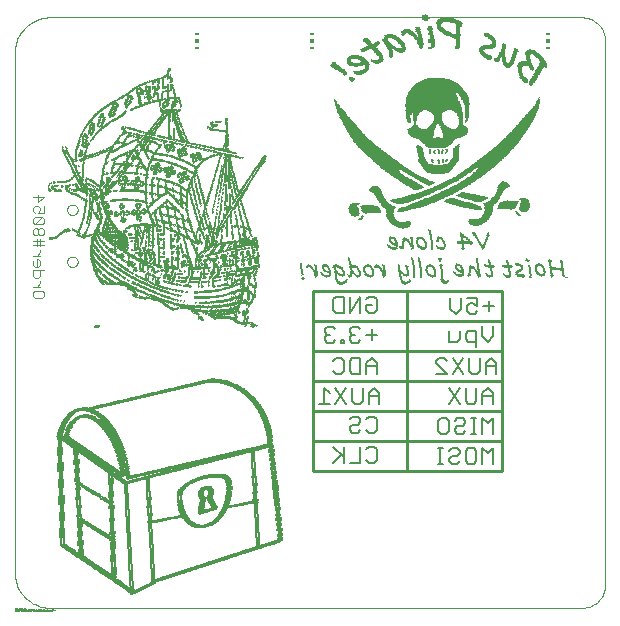
<source format=gbo>
G75*
G70*
%OFA0B0*%
%FSLAX24Y24*%
%IPPOS*%
%LPD*%
%AMOC8*
5,1,8,0,0,1.08239X$1,22.5*
%
%ADD10C,0.0070*%
%ADD11C,0.0100*%
%ADD12C,0.0000*%
%ADD13R,0.0030X0.0015*%
%ADD14R,0.0045X0.0015*%
%ADD15R,0.0164X0.0015*%
%ADD16R,0.0105X0.0015*%
%ADD17R,0.0149X0.0015*%
%ADD18R,0.0209X0.0015*%
%ADD19R,0.0150X0.0015*%
%ADD20R,0.0209X0.0015*%
%ADD21R,0.0239X0.0015*%
%ADD22R,0.0180X0.0015*%
%ADD23R,0.0269X0.0015*%
%ADD24R,0.0284X0.0015*%
%ADD25R,0.0314X0.0015*%
%ADD26R,0.0238X0.0015*%
%ADD27R,0.0134X0.0015*%
%ADD28R,0.0074X0.0015*%
%ADD29R,0.0089X0.0015*%
%ADD30R,0.0075X0.0015*%
%ADD31R,0.0090X0.0015*%
%ADD32R,0.0119X0.0015*%
%ADD33R,0.0105X0.0015*%
%ADD34R,0.0059X0.0015*%
%ADD35R,0.0104X0.0015*%
%ADD36R,0.0029X0.0015*%
%ADD37R,0.0089X0.0015*%
%ADD38R,0.0015X0.0015*%
%ADD39R,0.0059X0.0015*%
%ADD40R,0.0090X0.0015*%
%ADD41R,0.0015X0.0015*%
%ADD42R,0.0060X0.0015*%
%ADD43R,0.0179X0.0015*%
%ADD44R,0.0120X0.0015*%
%ADD45R,0.0060X0.0015*%
%ADD46R,0.0134X0.0015*%
%ADD47R,0.0239X0.0015*%
%ADD48R,0.0164X0.0015*%
%ADD49R,0.0165X0.0015*%
%ADD50R,0.0135X0.0015*%
%ADD51R,0.0075X0.0015*%
%ADD52R,0.0104X0.0015*%
%ADD53R,0.0074X0.0015*%
%ADD54R,0.0194X0.0015*%
%ADD55R,0.0074X0.0015*%
%ADD56R,0.0194X0.0015*%
%ADD57R,0.0149X0.0015*%
%ADD58R,0.0224X0.0015*%
%ADD59R,0.0254X0.0015*%
%ADD60R,0.0224X0.0015*%
%ADD61R,0.0120X0.0015*%
%ADD62R,0.0119X0.0015*%
%ADD63R,0.0074X0.0015*%
%ADD64R,0.0179X0.0015*%
%ADD65R,0.0194X0.0015*%
%ADD66R,0.0104X0.0015*%
%ADD67R,0.0104X0.0015*%
%ADD68R,0.0045X0.0015*%
%ADD69R,0.0150X0.0015*%
%ADD70R,0.0044X0.0015*%
%ADD71R,0.0134X0.0015*%
%ADD72R,0.0135X0.0015*%
%ADD73R,0.0134X0.0015*%
%ADD74R,0.0044X0.0015*%
%ADD75R,0.0165X0.0015*%
%ADD76R,0.0343X0.0015*%
%ADD77R,0.0463X0.0015*%
%ADD78R,0.0194X0.0015*%
%ADD79R,0.0299X0.0015*%
%ADD80R,0.0298X0.0015*%
%ADD81R,0.0164X0.0015*%
%ADD82R,0.0254X0.0015*%
%ADD83R,0.0253X0.0015*%
%ADD84R,0.0358X0.0015*%
%ADD85R,0.0238X0.0015*%
%ADD86R,0.0223X0.0015*%
%ADD87R,0.0224X0.0015*%
%ADD88R,0.0164X0.0015*%
%ADD89R,0.0195X0.0015*%
%ADD90R,0.0208X0.0015*%
%ADD91R,0.0343X0.0015*%
%ADD92R,0.0044X0.0015*%
%ADD93R,0.0030X0.0015*%
%ADD94R,0.0014X0.0015*%
%ADD95R,0.0014X0.0015*%
%ADD96R,0.0044X0.0015*%
%ADD97R,0.0552X0.0015*%
%ADD98R,0.0552X0.0015*%
%ADD99R,0.0522X0.0015*%
%ADD100R,0.0373X0.0015*%
%ADD101R,0.0328X0.0015*%
%ADD102R,0.0388X0.0015*%
%ADD103R,0.0508X0.0015*%
%ADD104R,0.0537X0.0015*%
%ADD105R,0.0567X0.0015*%
%ADD106R,0.0597X0.0015*%
%ADD107R,0.0418X0.0015*%
%ADD108R,0.0627X0.0015*%
%ADD109R,0.0448X0.0015*%
%ADD110R,0.0657X0.0015*%
%ADD111R,0.0493X0.0015*%
%ADD112R,0.0672X0.0015*%
%ADD113R,0.0687X0.0015*%
%ADD114R,0.0537X0.0015*%
%ADD115R,0.0582X0.0015*%
%ADD116R,0.0329X0.0015*%
%ADD117R,0.0329X0.0015*%
%ADD118R,0.0612X0.0015*%
%ADD119R,0.0283X0.0015*%
%ADD120R,0.0627X0.0015*%
%ADD121R,0.0283X0.0015*%
%ADD122R,0.0268X0.0015*%
%ADD123R,0.0314X0.0015*%
%ADD124R,0.0253X0.0015*%
%ADD125R,0.0269X0.0015*%
%ADD126R,0.0254X0.0015*%
%ADD127R,0.0313X0.0015*%
%ADD128R,0.0313X0.0015*%
%ADD129R,0.0492X0.0015*%
%ADD130R,0.0328X0.0015*%
%ADD131R,0.0582X0.0015*%
%ADD132R,0.0642X0.0015*%
%ADD133R,0.0298X0.0015*%
%ADD134R,0.0373X0.0015*%
%ADD135R,0.0299X0.0015*%
%ADD136R,0.0433X0.0015*%
%ADD137R,0.0553X0.0015*%
%ADD138R,0.0477X0.0015*%
%ADD139R,0.0314X0.0015*%
%ADD140R,0.0597X0.0015*%
%ADD141R,0.0463X0.0015*%
%ADD142R,0.0538X0.0015*%
%ADD143R,0.0612X0.0015*%
%ADD144R,0.0403X0.0015*%
%ADD145R,0.0656X0.0015*%
%ADD146R,0.0568X0.0015*%
%ADD147R,0.0388X0.0015*%
%ADD148R,0.0254X0.0015*%
%ADD149R,0.0717X0.0015*%
%ADD150R,0.0731X0.0015*%
%ADD151R,0.0358X0.0015*%
%ADD152R,0.0731X0.0015*%
%ADD153R,0.0568X0.0015*%
%ADD154R,0.0732X0.0015*%
%ADD155R,0.0567X0.0015*%
%ADD156R,0.0284X0.0015*%
%ADD157R,0.0359X0.0015*%
%ADD158R,0.0716X0.0015*%
%ADD159R,0.0374X0.0015*%
%ADD160R,0.0344X0.0015*%
%ADD161R,0.0686X0.0015*%
%ADD162R,0.0567X0.0015*%
%ADD163R,0.0462X0.0015*%
%ADD164R,0.0687X0.0015*%
%ADD165R,0.0284X0.0015*%
%ADD166R,0.0567X0.0015*%
%ADD167R,0.0746X0.0015*%
%ADD168R,0.0776X0.0015*%
%ADD169R,0.0761X0.0015*%
%ADD170R,0.0657X0.0015*%
%ADD171R,0.0791X0.0015*%
%ADD172R,0.0656X0.0015*%
%ADD173R,0.0851X0.0015*%
%ADD174R,0.0224X0.0015*%
%ADD175R,0.0866X0.0015*%
%ADD176R,0.0835X0.0015*%
%ADD177R,0.0538X0.0015*%
%ADD178R,0.0821X0.0015*%
%ADD179R,0.0791X0.0015*%
%ADD180R,0.0268X0.0015*%
%ADD181R,0.0702X0.0015*%
%ADD182R,0.0268X0.0015*%
%ADD183R,0.0507X0.0015*%
%ADD184R,0.0523X0.0015*%
%ADD185R,0.0538X0.0015*%
%ADD186R,0.0492X0.0015*%
%ADD187R,0.0298X0.0015*%
%ADD188R,0.0462X0.0015*%
%ADD189R,0.0448X0.0015*%
%ADD190R,0.0344X0.0015*%
%ADD191R,0.0507X0.0015*%
%ADD192R,0.0433X0.0015*%
%ADD193R,0.0344X0.0015*%
%ADD194R,0.0478X0.0015*%
%ADD195R,0.0403X0.0015*%
%ADD196R,0.0477X0.0015*%
%ADD197R,0.0477X0.0015*%
%ADD198R,0.0374X0.0015*%
%ADD199R,0.0358X0.0015*%
%ADD200R,0.0447X0.0015*%
%ADD201R,0.0448X0.0015*%
%ADD202R,0.0432X0.0015*%
%ADD203R,0.0448X0.0015*%
%ADD204R,0.0418X0.0015*%
%ADD205R,0.0418X0.0015*%
%ADD206R,0.0418X0.0015*%
%ADD207R,0.0432X0.0015*%
%ADD208R,0.0417X0.0015*%
%ADD209R,0.0761X0.0015*%
%ADD210R,0.0821X0.0015*%
%ADD211R,0.0851X0.0015*%
%ADD212R,0.0478X0.0015*%
%ADD213R,0.0447X0.0015*%
%ADD214R,0.0881X0.0015*%
%ADD215R,0.0911X0.0015*%
%ADD216R,0.0447X0.0015*%
%ADD217R,0.0925X0.0015*%
%ADD218R,0.0851X0.0015*%
%ADD219R,0.0955X0.0015*%
%ADD220R,0.0985X0.0015*%
%ADD221R,0.1000X0.0015*%
%ADD222R,0.0836X0.0015*%
%ADD223R,0.0806X0.0015*%
%ADD224R,0.1030X0.0015*%
%ADD225R,0.0836X0.0015*%
%ADD226R,0.1045X0.0015*%
%ADD227R,0.1060X0.0015*%
%ADD228R,0.1090X0.0015*%
%ADD229R,0.0806X0.0015*%
%ADD230R,0.0776X0.0015*%
%ADD231R,0.1119X0.0015*%
%ADD232R,0.0777X0.0015*%
%ADD233R,0.0791X0.0015*%
%ADD234R,0.0761X0.0015*%
%ADD235R,0.0762X0.0015*%
%ADD236R,0.0761X0.0015*%
%ADD237R,0.0762X0.0015*%
%ADD238R,0.0223X0.0015*%
%ADD239R,0.0747X0.0015*%
%ADD240R,0.0208X0.0015*%
%ADD241R,0.0747X0.0015*%
%ADD242R,0.0731X0.0015*%
%ADD243R,0.0731X0.0015*%
%ADD244R,0.0746X0.0015*%
%ADD245R,0.0701X0.0015*%
%ADD246R,0.0732X0.0015*%
%ADD247R,0.0717X0.0015*%
%ADD248R,0.0702X0.0015*%
%ADD249R,0.0716X0.0015*%
%ADD250R,0.0686X0.0015*%
%ADD251R,0.0671X0.0015*%
%ADD252R,0.0672X0.0015*%
%ADD253R,0.0642X0.0015*%
%ADD254R,0.0626X0.0015*%
%ADD255R,0.0641X0.0015*%
%ADD256R,0.0626X0.0015*%
%ADD257R,0.0627X0.0015*%
%ADD258R,0.0866X0.0015*%
%ADD259R,0.0895X0.0015*%
%ADD260R,0.0925X0.0015*%
%ADD261R,0.0597X0.0015*%
%ADD262R,0.0940X0.0015*%
%ADD263R,0.0985X0.0015*%
%ADD264R,0.0597X0.0015*%
%ADD265R,0.1030X0.0015*%
%ADD266R,0.1075X0.0015*%
%ADD267R,0.1105X0.0015*%
%ADD268R,0.1135X0.0015*%
%ADD269R,0.1194X0.0015*%
%ADD270R,0.0538X0.0015*%
%ADD271R,0.1238X0.0015*%
%ADD272R,0.1328X0.0015*%
%ADD273R,0.0537X0.0015*%
%ADD274R,0.0657X0.0015*%
%ADD275R,0.0537X0.0015*%
%ADD276R,0.0657X0.0015*%
%ADD277R,0.0522X0.0015*%
%ADD278R,0.0717X0.0015*%
%ADD279R,0.0508X0.0015*%
%ADD280R,0.0791X0.0015*%
%ADD281R,0.0493X0.0015*%
%ADD282R,0.0881X0.0015*%
%ADD283R,0.0865X0.0015*%
%ADD284R,0.0896X0.0015*%
%ADD285R,0.0477X0.0015*%
%ADD286R,0.0880X0.0015*%
%ADD287R,0.0896X0.0015*%
%ADD288R,0.0880X0.0015*%
%ADD289R,0.0284X0.0015*%
%ADD290R,0.0417X0.0015*%
%ADD291R,0.0180X0.0015*%
%ADD292R,0.0388X0.0015*%
%ADD293R,0.0388X0.0015*%
%ADD294R,0.0328X0.0015*%
%ADD295R,0.0389X0.0015*%
%ADD296R,0.0358X0.0015*%
%ADD297R,0.0195X0.0015*%
%ADD298R,0.0268X0.0015*%
%ADD299R,0.1880X0.0015*%
%ADD300R,0.1880X0.0015*%
%ADD301R,0.1865X0.0015*%
%ADD302R,0.1850X0.0015*%
%ADD303R,0.1850X0.0015*%
%ADD304R,0.1835X0.0015*%
%ADD305R,0.1821X0.0015*%
%ADD306R,0.1806X0.0015*%
%ADD307R,0.1806X0.0015*%
%ADD308R,0.1776X0.0015*%
%ADD309R,0.1776X0.0015*%
%ADD310R,0.1761X0.0015*%
%ADD311R,0.1761X0.0015*%
%ADD312R,0.1746X0.0015*%
%ADD313R,0.1731X0.0015*%
%ADD314R,0.1731X0.0015*%
%ADD315R,0.1716X0.0015*%
%ADD316R,0.1702X0.0015*%
%ADD317R,0.1687X0.0015*%
%ADD318R,0.1687X0.0015*%
%ADD319R,0.1657X0.0015*%
%ADD320R,0.1642X0.0015*%
%ADD321R,0.1627X0.0015*%
%ADD322R,0.1612X0.0015*%
%ADD323R,0.1597X0.0015*%
%ADD324R,0.1597X0.0015*%
%ADD325R,0.1567X0.0015*%
%ADD326R,0.1896X0.0015*%
%ADD327R,0.1866X0.0015*%
%ADD328R,0.1851X0.0015*%
%ADD329R,0.1836X0.0015*%
%ADD330R,0.1791X0.0015*%
%ADD331R,0.1761X0.0015*%
%ADD332R,0.1686X0.0015*%
%ADD333R,0.1656X0.0015*%
%ADD334R,0.1627X0.0015*%
%ADD335R,0.1597X0.0015*%
%ADD336R,0.1567X0.0015*%
%ADD337R,0.1552X0.0015*%
%ADD338R,0.1523X0.0015*%
%ADD339R,0.1478X0.0015*%
%ADD340R,0.1448X0.0015*%
%ADD341R,0.1418X0.0015*%
%ADD342R,0.1373X0.0015*%
%ADD343R,0.1343X0.0015*%
%ADD344R,0.1283X0.0015*%
%ADD345R,0.1253X0.0015*%
%ADD346R,0.1150X0.0015*%
%ADD347R,0.0970X0.0015*%
%ADD348R,0.0777X0.0015*%
%ADD349R,0.0553X0.0015*%
%ADD350R,0.0314X0.0015*%
%ADD351R,0.0359X0.0015*%
%ADD352R,0.0507X0.0015*%
%ADD353R,0.0037X0.0019*%
%ADD354R,0.0019X0.0019*%
%ADD355R,0.0038X0.0019*%
%ADD356R,0.0094X0.0019*%
%ADD357R,0.0057X0.0019*%
%ADD358R,0.0056X0.0019*%
%ADD359R,0.0075X0.0019*%
%ADD360R,0.0207X0.0019*%
%ADD361R,0.0132X0.0019*%
%ADD362R,0.0075X0.0019*%
%ADD363R,0.0038X0.0019*%
%ADD364R,0.0019X0.0019*%
%ADD365R,0.0038X0.0019*%
%ADD366R,0.0037X0.0019*%
%ADD367R,0.0018X0.0019*%
%ADD368R,0.0018X0.0019*%
%ADD369R,0.0018X0.0019*%
%ADD370R,0.0018X0.0019*%
%ADD371R,0.0056X0.0019*%
%ADD372R,0.0150X0.0019*%
%ADD373R,0.0451X0.0019*%
%ADD374R,0.0094X0.0019*%
%ADD375R,0.0037X0.0019*%
%ADD376R,0.0019X0.0019*%
%ADD377R,0.0018X0.0019*%
%ADD378R,0.0056X0.0019*%
%ADD379R,0.0075X0.0019*%
%ADD380R,0.0151X0.0019*%
%ADD381R,0.0112X0.0019*%
%ADD382R,0.0207X0.0019*%
%ADD383R,0.0263X0.0019*%
%ADD384R,0.0132X0.0019*%
%ADD385R,0.0113X0.0019*%
%ADD386R,0.0113X0.0019*%
%ADD387R,0.0094X0.0019*%
%ADD388R,0.0244X0.0019*%
%ADD389R,0.0076X0.0019*%
%ADD390R,0.0263X0.0019*%
%ADD391R,0.0170X0.0019*%
%ADD392R,0.0076X0.0019*%
%ADD393R,0.0188X0.0019*%
%ADD394R,0.0170X0.0019*%
%ADD395R,0.0151X0.0019*%
%ADD396R,0.0057X0.0019*%
%ADD397R,0.0169X0.0019*%
%ADD398R,0.0150X0.0019*%
%ADD399R,0.0376X0.0019*%
%ADD400R,0.0320X0.0019*%
%ADD401R,0.0037X0.0019*%
%ADD402R,0.0282X0.0019*%
%ADD403R,0.0169X0.0019*%
%ADD404R,0.0151X0.0019*%
%ADD405R,0.0094X0.0019*%
%ADD406R,0.0112X0.0019*%
%ADD407R,0.0057X0.0019*%
%ADD408R,0.0038X0.0019*%
%ADD409R,0.0244X0.0019*%
%ADD410R,0.0226X0.0019*%
%ADD411R,0.0338X0.0019*%
%ADD412R,0.0507X0.0019*%
%ADD413R,0.0038X0.0019*%
%ADD414R,0.0018X0.0019*%
%ADD415R,0.0094X0.0019*%
%ADD416R,0.0113X0.0019*%
%ADD417R,0.0207X0.0019*%
%ADD418R,0.0282X0.0019*%
%ADD419R,0.0245X0.0019*%
%ADD420R,0.0206X0.0019*%
%ADD421R,0.0225X0.0019*%
%ADD422R,0.0057X0.0019*%
%ADD423R,0.0489X0.0019*%
%ADD424R,0.0357X0.0019*%
%ADD425R,0.0057X0.0019*%
%ADD426R,0.0037X0.0019*%
%ADD427R,0.0226X0.0019*%
%ADD428R,0.0037X0.0019*%
%ADD429R,0.0057X0.0019*%
%ADD430R,0.0226X0.0019*%
%ADD431R,0.0245X0.0019*%
%ADD432R,0.0131X0.0019*%
%ADD433R,0.0432X0.0019*%
%ADD434R,0.0489X0.0019*%
%ADD435R,0.0376X0.0019*%
%ADD436R,0.0169X0.0019*%
%ADD437R,0.0131X0.0019*%
%ADD438R,0.0206X0.0019*%
%ADD439R,0.0131X0.0019*%
%ADD440R,0.0151X0.0019*%
%ADD441R,0.0038X0.0019*%
%ADD442R,0.0132X0.0019*%
%ADD443R,0.0188X0.0019*%
%ADD444R,0.0131X0.0019*%
%ADD445R,0.0358X0.0019*%
%ADD446R,0.0188X0.0019*%
%ADD447R,0.0093X0.0019*%
%ADD448R,0.0582X0.0019*%
%ADD449R,0.0225X0.0019*%
%ADD450R,0.0601X0.0019*%
%ADD451R,0.0093X0.0019*%
%ADD452R,0.0207X0.0019*%
%ADD453R,0.0300X0.0019*%
%ADD454R,0.0433X0.0019*%
%ADD455R,0.0188X0.0019*%
%ADD456R,0.0319X0.0019*%
%ADD457R,0.0015X0.0015*%
%ADD458R,0.0089X0.0015*%
%ADD459R,0.0119X0.0015*%
%ADD460R,0.0162X0.0015*%
%ADD461R,0.0207X0.0015*%
%ADD462R,0.0251X0.0015*%
%ADD463R,0.0310X0.0015*%
%ADD464R,0.0354X0.0015*%
%ADD465R,0.0399X0.0015*%
%ADD466R,0.0206X0.0015*%
%ADD467R,0.0221X0.0015*%
%ADD468R,0.0207X0.0015*%
%ADD469R,0.0236X0.0015*%
%ADD470R,0.0206X0.0015*%
%ADD471R,0.0163X0.0015*%
%ADD472R,0.0088X0.0015*%
%ADD473R,0.0222X0.0015*%
%ADD474R,0.0147X0.0015*%
%ADD475R,0.0073X0.0015*%
%ADD476R,0.0221X0.0015*%
%ADD477R,0.0163X0.0015*%
%ADD478R,0.0222X0.0015*%
%ADD479R,0.0163X0.0015*%
%ADD480R,0.0088X0.0015*%
%ADD481R,0.0221X0.0015*%
%ADD482R,0.0148X0.0015*%
%ADD483R,0.0088X0.0015*%
%ADD484R,0.0222X0.0015*%
%ADD485R,0.0162X0.0015*%
%ADD486R,0.0221X0.0015*%
%ADD487R,0.0162X0.0015*%
%ADD488R,0.0222X0.0015*%
%ADD489R,0.0074X0.0015*%
%ADD490R,0.0074X0.0015*%
%ADD491R,0.0207X0.0015*%
%ADD492R,0.0163X0.0015*%
%ADD493R,0.0192X0.0015*%
%ADD494R,0.0177X0.0015*%
%ADD495R,0.0147X0.0015*%
%ADD496R,0.0133X0.0015*%
%ADD497R,0.0177X0.0015*%
%ADD498R,0.0147X0.0015*%
%ADD499R,0.0162X0.0015*%
%ADD500R,0.0074X0.0015*%
%ADD501R,0.0192X0.0015*%
%ADD502R,0.0178X0.0015*%
%ADD503R,0.0089X0.0015*%
%ADD504R,0.0295X0.0015*%
%ADD505R,0.0162X0.0015*%
%ADD506R,0.0089X0.0015*%
%ADD507R,0.0339X0.0015*%
%ADD508R,0.0089X0.0015*%
%ADD509R,0.0384X0.0015*%
%ADD510R,0.0089X0.0015*%
%ADD511R,0.0073X0.0015*%
%ADD512R,0.0311X0.0015*%
%ADD513R,0.0237X0.0015*%
%ADD514R,0.0311X0.0015*%
%ADD515R,0.0251X0.0015*%
%ADD516R,0.0281X0.0015*%
%ADD517R,0.0089X0.0015*%
%ADD518R,0.0192X0.0015*%
%ADD519R,0.0310X0.0015*%
%ADD520R,0.0104X0.0015*%
%ADD521R,0.0177X0.0015*%
%ADD522R,0.0104X0.0015*%
%ADD523R,0.0325X0.0015*%
%ADD524R,0.0192X0.0015*%
%ADD525R,0.0325X0.0015*%
%ADD526R,0.0178X0.0015*%
%ADD527R,0.0104X0.0015*%
%ADD528R,0.0074X0.0015*%
%ADD529R,0.0088X0.0015*%
%ADD530R,0.0310X0.0015*%
%ADD531R,0.0177X0.0015*%
%ADD532R,0.0310X0.0015*%
%ADD533R,0.0074X0.0015*%
%ADD534R,0.0104X0.0015*%
%ADD535R,0.0074X0.0015*%
%ADD536R,0.0178X0.0015*%
%ADD537R,0.0311X0.0015*%
%ADD538R,0.0311X0.0015*%
%ADD539R,0.0178X0.0015*%
%ADD540R,0.0177X0.0015*%
%ADD541R,0.0089X0.0015*%
%ADD542R,0.0088X0.0015*%
%ADD543R,0.0192X0.0015*%
%ADD544R,0.0089X0.0015*%
%ADD545R,0.0088X0.0015*%
%ADD546R,0.0074X0.0015*%
%ADD547R,0.0088X0.0015*%
%ADD548R,0.0074X0.0015*%
%ADD549R,0.0193X0.0015*%
%ADD550R,0.0073X0.0015*%
%ADD551R,0.0073X0.0015*%
%ADD552R,0.0177X0.0015*%
%ADD553R,0.0325X0.0015*%
%ADD554R,0.0192X0.0015*%
%ADD555R,0.0073X0.0015*%
%ADD556R,0.0311X0.0015*%
%ADD557R,0.0252X0.0015*%
%ADD558R,0.0266X0.0015*%
%ADD559R,0.0104X0.0015*%
%ADD560R,0.0104X0.0015*%
%ADD561R,0.0178X0.0015*%
%ADD562R,0.0163X0.0015*%
%ADD563R,0.0103X0.0015*%
%ADD564R,0.0325X0.0015*%
%ADD565R,0.0103X0.0015*%
%ADD566R,0.0340X0.0015*%
%ADD567R,0.0162X0.0015*%
%ADD568R,0.0103X0.0015*%
%ADD569R,0.0340X0.0015*%
%ADD570R,0.0339X0.0015*%
%ADD571R,0.0162X0.0015*%
%ADD572R,0.0073X0.0015*%
%ADD573R,0.0073X0.0015*%
%ADD574R,0.0384X0.0015*%
%ADD575R,0.0118X0.0015*%
%ADD576R,0.0103X0.0015*%
%ADD577R,0.0103X0.0015*%
%ADD578R,0.0088X0.0015*%
%ADD579R,0.0295X0.0015*%
%ADD580R,0.0266X0.0015*%
%ADD581R,0.0237X0.0015*%
%ADD582R,0.0118X0.0015*%
%ADD583R,0.0119X0.0015*%
%ADD584R,0.0147X0.0015*%
%ADD585R,0.0104X0.0015*%
%ADD586R,0.0104X0.0015*%
%ADD587R,0.0236X0.0015*%
%ADD588R,0.0103X0.0015*%
%ADD589R,0.0147X0.0015*%
%ADD590R,0.0133X0.0015*%
%ADD591R,0.0103X0.0015*%
%ADD592R,0.0148X0.0015*%
%ADD593R,0.0103X0.0015*%
%ADD594R,0.0133X0.0015*%
%ADD595R,0.0148X0.0015*%
%ADD596R,0.0384X0.0015*%
%ADD597R,0.0148X0.0015*%
%ADD598R,0.0473X0.0015*%
%ADD599R,0.0148X0.0015*%
%ADD600R,0.0547X0.0015*%
%ADD601R,0.0605X0.0015*%
%ADD602R,0.0665X0.0015*%
%ADD603R,0.0148X0.0015*%
%ADD604R,0.0324X0.0015*%
%ADD605R,0.0060X0.0015*%
%ADD606R,0.0206X0.0015*%
%ADD607R,0.0252X0.0015*%
%ADD608R,0.0147X0.0015*%
%ADD609R,0.0414X0.0015*%
%ADD610R,0.0369X0.0015*%
%ADD611R,0.0133X0.0015*%
%ADD612R,0.0370X0.0015*%
%ADD613R,0.0133X0.0015*%
%ADD614R,0.0370X0.0015*%
%ADD615R,0.0369X0.0015*%
%ADD616R,0.0354X0.0015*%
%ADD617R,0.0354X0.0015*%
%ADD618R,0.0119X0.0015*%
%ADD619R,0.0473X0.0015*%
%ADD620R,0.0059X0.0015*%
%ADD621R,0.0399X0.0015*%
%ADD622R,0.0221X0.0015*%
%ADD623R,0.0118X0.0015*%
%ADD624R,0.0147X0.0015*%
%ADD625R,0.0133X0.0015*%
%ADD626R,0.0044X0.0015*%
%ADD627R,0.0296X0.0015*%
%ADD628R,0.0355X0.0015*%
%ADD629R,0.0399X0.0015*%
%ADD630R,0.0458X0.0015*%
%ADD631R,0.0355X0.0015*%
%ADD632R,0.0280X0.0015*%
%ADD633R,0.0059X0.0015*%
%ADD634R,0.0472X0.0015*%
%ADD635R,0.0118X0.0015*%
%ADD636R,0.0369X0.0015*%
%ADD637R,0.0370X0.0015*%
%ADD638R,0.0369X0.0015*%
%ADD639R,0.0413X0.0015*%
%ADD640R,0.0251X0.0015*%
%ADD641R,0.0118X0.0015*%
%ADD642R,0.0133X0.0015*%
%ADD643R,0.0119X0.0015*%
%ADD644R,0.0119X0.0015*%
%ADD645R,0.0147X0.0015*%
%ADD646R,0.0132X0.0015*%
%ADD647R,0.0148X0.0015*%
%ADD648R,0.0340X0.0015*%
%ADD649R,0.0295X0.0015*%
%ADD650R,0.0265X0.0015*%
%ADD651R,0.0059X0.0015*%
%ADD652R,0.0059X0.0015*%
%ADD653R,0.0118X0.0015*%
%ADD654R,0.0281X0.0015*%
%ADD655R,0.0429X0.0015*%
%ADD656R,0.0517X0.0015*%
%ADD657R,0.0355X0.0015*%
%ADD658R,0.0355X0.0015*%
%ADD659R,0.0237X0.0015*%
%ADD660R,0.0251X0.0015*%
%ADD661R,0.0044X0.0015*%
%ADD662R,0.0413X0.0015*%
%ADD663R,0.0281X0.0015*%
%ADD664R,0.1004X0.0015*%
%ADD665R,0.0945X0.0015*%
%ADD666R,0.0029X0.0015*%
%ADD667R,0.0428X0.0015*%
%ADD668R,0.0887X0.0015*%
%ADD669R,0.0487X0.0015*%
%ADD670R,0.0340X0.0015*%
%ADD671R,0.0812X0.0015*%
%ADD672R,0.0723X0.0015*%
%ADD673R,0.0606X0.0015*%
%ADD674R,0.0236X0.0015*%
%ADD675R,0.0339X0.0015*%
%ADD676R,0.0207X0.0015*%
%ADD677R,0.0384X0.0015*%
%ADD678R,0.0339X0.0015*%
%ADD679R,0.0222X0.0015*%
%ADD680R,0.0384X0.0015*%
%ADD681R,0.0266X0.0015*%
%ADD682R,0.0399X0.0015*%
%ADD683R,0.0384X0.0015*%
%ADD684R,0.0385X0.0015*%
%ADD685R,0.0384X0.0015*%
%ADD686R,0.0398X0.0015*%
%ADD687R,0.0132X0.0015*%
%ADD688R,0.0399X0.0015*%
%ADD689R,0.0413X0.0015*%
%ADD690R,0.0399X0.0015*%
%ADD691R,0.0753X0.0015*%
%ADD692R,0.0738X0.0015*%
%ADD693R,0.0738X0.0015*%
%ADD694R,0.0723X0.0015*%
%ADD695R,0.0724X0.0015*%
%ADD696R,0.0724X0.0015*%
%ADD697R,0.0724X0.0015*%
%ADD698R,0.0694X0.0015*%
%ADD699R,0.0694X0.0015*%
%ADD700R,0.0694X0.0015*%
%ADD701R,0.0679X0.0015*%
%ADD702R,0.0680X0.0015*%
%ADD703R,0.0680X0.0015*%
%ADD704R,0.0665X0.0015*%
%ADD705R,0.0650X0.0015*%
%ADD706R,0.0635X0.0015*%
%ADD707R,0.0635X0.0015*%
%ADD708R,0.0132X0.0015*%
%ADD709R,0.0621X0.0015*%
%ADD710R,0.0621X0.0015*%
%ADD711R,0.0621X0.0015*%
%ADD712R,0.0591X0.0015*%
%ADD713R,0.0591X0.0015*%
%ADD714R,0.0590X0.0015*%
%ADD715R,0.0576X0.0015*%
%ADD716R,0.0562X0.0015*%
%ADD717R,0.0561X0.0015*%
%ADD718R,0.0650X0.0015*%
%ADD719R,0.0591X0.0015*%
%ADD720R,0.0531X0.0015*%
%ADD721R,0.0472X0.0015*%
%ADD722R,0.0251X0.0015*%
%ADD723R,0.0133X0.0015*%
%ADD724R,0.0132X0.0015*%
%ADD725R,0.0576X0.0015*%
%ADD726R,0.0458X0.0015*%
%ADD727R,0.0399X0.0015*%
%ADD728R,0.0163X0.0015*%
%ADD729R,0.0162X0.0015*%
%ADD730R,0.0695X0.0015*%
%ADD731R,0.0119X0.0015*%
%ADD732R,0.0620X0.0015*%
%ADD733R,0.0649X0.0015*%
%ADD734R,0.0398X0.0015*%
%ADD735R,0.0399X0.0015*%
%ADD736R,0.0398X0.0015*%
%ADD737R,0.0413X0.0015*%
%ADD738R,0.0177X0.0015*%
%ADD739R,0.0414X0.0015*%
%ADD740R,0.0252X0.0015*%
%ADD741R,0.0266X0.0015*%
%ADD742R,0.0414X0.0015*%
%ADD743R,0.0369X0.0015*%
%ADD744R,0.0414X0.0015*%
%ADD745R,0.0946X0.0015*%
%ADD746R,0.0842X0.0015*%
%ADD747R,0.0723X0.0015*%
%ADD748C,0.0030*%
%ADD749R,0.0118X0.0059*%
%ADD750R,0.0118X0.0118*%
D10*
X013252Y005383D02*
X013517Y005648D01*
X013606Y005559D02*
X013252Y005913D01*
X013606Y005913D02*
X013606Y005383D01*
X013805Y005383D02*
X014158Y005383D01*
X014158Y005913D01*
X014357Y005825D02*
X014445Y005913D01*
X014622Y005913D01*
X014711Y005825D01*
X014711Y005471D01*
X014622Y005383D01*
X014445Y005383D01*
X014357Y005471D01*
X014445Y006383D02*
X014357Y006471D01*
X014445Y006383D02*
X014622Y006383D01*
X014711Y006471D01*
X014711Y006825D01*
X014622Y006913D01*
X014445Y006913D01*
X014357Y006825D01*
X014158Y006825D02*
X014158Y006736D01*
X014070Y006648D01*
X013893Y006648D01*
X013805Y006559D01*
X013805Y006471D01*
X013893Y006383D01*
X014070Y006383D01*
X014158Y006471D01*
X014158Y006825D02*
X014070Y006913D01*
X013893Y006913D01*
X013805Y006825D01*
X013684Y007343D02*
X013331Y007874D01*
X013132Y007697D02*
X012955Y007874D01*
X012955Y007343D01*
X013132Y007343D02*
X012778Y007343D01*
X013331Y007343D02*
X013684Y007874D01*
X013883Y007874D02*
X013883Y007432D01*
X013972Y007343D01*
X014149Y007343D01*
X014237Y007432D01*
X014237Y007874D01*
X014436Y007697D02*
X014436Y007343D01*
X014436Y007608D02*
X014789Y007608D01*
X014789Y007697D02*
X014789Y007343D01*
X014789Y007697D02*
X014613Y007874D01*
X014436Y007697D01*
X014357Y008343D02*
X014357Y008697D01*
X014534Y008874D01*
X014711Y008697D01*
X014711Y008343D01*
X014711Y008608D02*
X014357Y008608D01*
X014158Y008343D02*
X013893Y008343D01*
X013805Y008432D01*
X013805Y008785D01*
X013893Y008874D01*
X014158Y008874D01*
X014158Y008343D01*
X013606Y008432D02*
X013606Y008785D01*
X013517Y008874D01*
X013341Y008874D01*
X013252Y008785D01*
X013252Y008432D02*
X013341Y008343D01*
X013517Y008343D01*
X013606Y008432D01*
X013606Y009383D02*
X013517Y009383D01*
X013517Y009471D01*
X013606Y009471D01*
X013606Y009383D01*
X013805Y009471D02*
X013893Y009383D01*
X014070Y009383D01*
X014158Y009471D01*
X013981Y009648D02*
X013893Y009648D01*
X013805Y009559D01*
X013805Y009471D01*
X013893Y009648D02*
X013805Y009736D01*
X013805Y009825D01*
X013893Y009913D01*
X014070Y009913D01*
X014158Y009825D01*
X014357Y009648D02*
X014711Y009648D01*
X014534Y009825D02*
X014534Y009471D01*
X013330Y009471D02*
X013241Y009383D01*
X013064Y009383D01*
X012976Y009471D01*
X012976Y009559D01*
X013064Y009648D01*
X013153Y009648D01*
X013064Y009648D02*
X012976Y009736D01*
X012976Y009825D01*
X013064Y009913D01*
X013241Y009913D01*
X013330Y009825D01*
X013341Y010383D02*
X013252Y010471D01*
X013252Y010825D01*
X013341Y010913D01*
X013606Y010913D01*
X013606Y010383D01*
X013341Y010383D01*
X013805Y010383D02*
X013805Y010913D01*
X014158Y010913D02*
X013805Y010383D01*
X014158Y010383D02*
X014158Y010913D01*
X014357Y010825D02*
X014445Y010913D01*
X014622Y010913D01*
X014711Y010825D01*
X014711Y010471D01*
X014622Y010383D01*
X014445Y010383D01*
X014357Y010471D01*
X014357Y010648D01*
X014534Y010648D01*
X017158Y010520D02*
X017158Y010874D01*
X017511Y010874D02*
X017511Y010520D01*
X017334Y010343D01*
X017158Y010520D01*
X017710Y010432D02*
X017799Y010343D01*
X017975Y010343D01*
X018064Y010432D01*
X018064Y010608D02*
X017887Y010697D01*
X017799Y010697D01*
X017710Y010608D01*
X017710Y010432D01*
X018064Y010608D02*
X018064Y010874D01*
X017710Y010874D01*
X018263Y010608D02*
X018616Y010608D01*
X018439Y010432D02*
X018439Y010785D01*
X018577Y009952D02*
X018577Y009599D01*
X018400Y009422D01*
X018223Y009599D01*
X018223Y009952D01*
X018024Y009776D02*
X017759Y009776D01*
X017671Y009687D01*
X017671Y009510D01*
X017759Y009422D01*
X018024Y009422D01*
X018024Y009245D02*
X018024Y009776D01*
X017472Y009776D02*
X017472Y009510D01*
X017384Y009422D01*
X017118Y009422D01*
X017118Y009776D01*
X017236Y008874D02*
X017590Y008343D01*
X017789Y008432D02*
X017789Y008874D01*
X017590Y008874D02*
X017236Y008343D01*
X017038Y008343D02*
X016684Y008697D01*
X016684Y008785D01*
X016772Y008874D01*
X016949Y008874D01*
X017038Y008785D01*
X017038Y008343D02*
X016684Y008343D01*
X017118Y007874D02*
X017472Y007343D01*
X017671Y007432D02*
X017671Y007874D01*
X017472Y007874D02*
X017118Y007343D01*
X017671Y007432D02*
X017759Y007343D01*
X017936Y007343D01*
X018024Y007432D01*
X018024Y007874D01*
X018223Y007697D02*
X018223Y007343D01*
X018223Y007608D02*
X018577Y007608D01*
X018577Y007697D02*
X018577Y007343D01*
X018577Y007697D02*
X018400Y007874D01*
X018223Y007697D01*
X018341Y008343D02*
X018341Y008697D01*
X018518Y008874D01*
X018695Y008697D01*
X018695Y008343D01*
X018695Y008608D02*
X018341Y008608D01*
X018142Y008432D02*
X018054Y008343D01*
X017877Y008343D01*
X017789Y008432D01*
X018142Y008432D02*
X018142Y008874D01*
X018223Y006874D02*
X018223Y006343D01*
X018024Y006343D02*
X017848Y006343D01*
X017936Y006343D02*
X017936Y006874D01*
X018024Y006874D02*
X017848Y006874D01*
X017656Y006785D02*
X017656Y006697D01*
X017568Y006608D01*
X017391Y006608D01*
X017302Y006520D01*
X017302Y006432D01*
X017391Y006343D01*
X017568Y006343D01*
X017656Y006432D01*
X017104Y006432D02*
X017015Y006343D01*
X016838Y006343D01*
X016750Y006432D01*
X016750Y006785D01*
X016838Y006874D01*
X017015Y006874D01*
X017104Y006785D01*
X017104Y006432D01*
X017302Y006785D02*
X017391Y006874D01*
X017568Y006874D01*
X017656Y006785D01*
X018223Y006874D02*
X018400Y006697D01*
X018577Y006874D01*
X018577Y006343D01*
X018577Y005874D02*
X018400Y005697D01*
X018223Y005874D01*
X018223Y005343D01*
X018024Y005432D02*
X017936Y005343D01*
X017759Y005343D01*
X017671Y005432D01*
X017671Y005785D01*
X017759Y005874D01*
X017936Y005874D01*
X018024Y005785D01*
X018024Y005432D01*
X017472Y005432D02*
X017384Y005343D01*
X017207Y005343D01*
X017118Y005432D01*
X017118Y005520D01*
X017207Y005608D01*
X017384Y005608D01*
X017472Y005697D01*
X017472Y005785D01*
X017384Y005874D01*
X017207Y005874D01*
X017118Y005785D01*
X016919Y005874D02*
X016743Y005874D01*
X016831Y005874D02*
X016831Y005343D01*
X016919Y005343D02*
X016743Y005343D01*
X018577Y005343D02*
X018577Y005874D01*
D11*
X018872Y006117D02*
X018872Y007117D01*
X018872Y008117D01*
X018872Y009117D01*
X018872Y010117D01*
X018872Y011117D01*
X015723Y011117D01*
X015723Y005117D01*
X012573Y005117D01*
X012573Y006117D01*
X012573Y007117D01*
X012573Y008117D01*
X012573Y009117D01*
X012573Y010117D01*
X012573Y011117D01*
X015723Y011117D01*
X018872Y010117D02*
X012573Y010117D01*
X012573Y009117D02*
X018872Y009117D01*
X018872Y008117D02*
X012573Y008117D01*
X012573Y007117D02*
X018872Y007117D01*
X018872Y006117D02*
X018872Y005117D01*
X015723Y005117D01*
X018872Y006117D02*
X012573Y006117D01*
D12*
X002660Y000450D02*
X002641Y000450D01*
X002641Y000488D01*
X002660Y000488D01*
X002666Y000482D01*
X002666Y000457D01*
X002660Y000450D01*
X002657Y000461D02*
X002663Y000467D01*
X002663Y000489D01*
X002657Y000494D01*
X002641Y000494D01*
X002641Y000461D01*
X002657Y000461D01*
X002656Y000469D02*
X002661Y000474D01*
X002661Y000494D01*
X002656Y000499D01*
X002641Y000499D01*
X002641Y000469D01*
X002656Y000469D01*
X002668Y000469D02*
X002668Y000474D01*
X002673Y000474D01*
X002673Y000469D01*
X002668Y000469D01*
X002671Y000467D02*
X002671Y000461D01*
X002676Y000461D01*
X002676Y000467D01*
X002671Y000467D01*
X002676Y000469D02*
X002676Y000476D01*
X002682Y000476D01*
X002682Y000469D01*
X002676Y000469D01*
X002682Y000469D02*
X002702Y000499D01*
X002710Y000499D02*
X002720Y000489D01*
X002730Y000499D01*
X002730Y000469D01*
X002737Y000474D02*
X002742Y000469D01*
X002757Y000469D01*
X002757Y000464D02*
X002752Y000459D01*
X002747Y000459D01*
X002752Y000461D02*
X002769Y000461D01*
X002769Y000456D02*
X002763Y000450D01*
X002758Y000450D01*
X002753Y000450D02*
X002753Y000488D01*
X002741Y000476D01*
X002728Y000488D01*
X002728Y000450D01*
X002739Y000461D02*
X002739Y000494D01*
X002727Y000483D01*
X002716Y000494D01*
X002716Y000461D01*
X002710Y000469D02*
X002710Y000499D01*
X002708Y000494D02*
X002686Y000461D01*
X002682Y000457D02*
X002682Y000450D01*
X002676Y000450D01*
X002676Y000457D01*
X002682Y000457D01*
X002693Y000450D02*
X002718Y000488D01*
X002737Y000489D02*
X002737Y000474D01*
X002747Y000467D02*
X002752Y000461D01*
X002757Y000464D02*
X002757Y000489D01*
X002747Y000483D02*
X002747Y000467D01*
X002763Y000476D02*
X002763Y000457D01*
X002769Y000450D01*
X002788Y000450D01*
X002788Y000444D02*
X002782Y000438D01*
X002775Y000438D01*
X002788Y000444D02*
X002788Y000476D01*
X002792Y000479D02*
X002807Y000479D01*
X002812Y000484D01*
X002812Y000494D01*
X002807Y000499D01*
X002792Y000499D01*
X002792Y000469D01*
X002808Y000472D02*
X002824Y000472D01*
X002830Y000478D01*
X002830Y000489D01*
X002824Y000494D01*
X002808Y000494D01*
X002808Y000461D01*
X002820Y000469D02*
X002830Y000469D01*
X002825Y000469D02*
X002825Y000489D01*
X002820Y000489D01*
X002825Y000499D02*
X002825Y000504D01*
X002823Y000516D02*
X002823Y000524D01*
X002820Y000525D02*
X002820Y000522D01*
X002818Y000520D01*
X002813Y000520D01*
X002813Y000516D02*
X002813Y000527D01*
X002818Y000527D01*
X002820Y000525D01*
X002823Y000520D02*
X002827Y000524D01*
X002829Y000524D01*
X002831Y000522D02*
X002831Y000518D01*
X002833Y000516D01*
X002837Y000516D01*
X002839Y000518D01*
X002839Y000522D01*
X002837Y000524D01*
X002833Y000524D01*
X002831Y000522D01*
X002841Y000513D02*
X002843Y000513D01*
X002845Y000514D01*
X002845Y000524D01*
X002845Y000527D02*
X002845Y000529D01*
X002850Y000524D02*
X002854Y000524D01*
X002855Y000522D01*
X002855Y000520D01*
X002848Y000520D01*
X002848Y000522D02*
X002850Y000524D01*
X002848Y000522D02*
X002848Y000518D01*
X002850Y000516D01*
X002854Y000516D01*
X002858Y000518D02*
X002860Y000516D01*
X002865Y000516D01*
X002870Y000518D02*
X002872Y000516D01*
X002870Y000518D02*
X002870Y000525D01*
X002868Y000524D02*
X002872Y000524D01*
X002875Y000522D02*
X002877Y000524D01*
X002882Y000524D01*
X002880Y000520D02*
X002877Y000520D01*
X002875Y000522D01*
X002875Y000516D02*
X002880Y000516D01*
X002882Y000518D01*
X002880Y000520D01*
X002885Y000516D02*
X002892Y000527D01*
X002895Y000527D02*
X002895Y000516D01*
X002900Y000516D01*
X002902Y000518D01*
X002902Y000522D01*
X002900Y000524D01*
X002895Y000524D01*
X002905Y000524D02*
X002911Y000524D01*
X002912Y000522D01*
X002912Y000518D01*
X002911Y000516D01*
X002905Y000516D01*
X002905Y000513D02*
X002905Y000524D01*
X002915Y000522D02*
X002922Y000522D01*
X002925Y000522D02*
X002927Y000524D01*
X002932Y000524D01*
X002935Y000522D02*
X002937Y000524D01*
X002941Y000524D01*
X002942Y000522D01*
X002942Y000516D01*
X002945Y000516D02*
X002949Y000516D01*
X002947Y000516D02*
X002947Y000524D01*
X002945Y000524D01*
X002947Y000527D02*
X002947Y000529D01*
X002952Y000524D02*
X002957Y000524D01*
X002959Y000522D01*
X002959Y000518D01*
X002957Y000516D01*
X002952Y000516D01*
X002952Y000513D02*
X002952Y000524D01*
X002962Y000518D02*
X002964Y000518D01*
X002964Y000516D01*
X002962Y000516D01*
X002962Y000518D01*
X002967Y000516D02*
X002972Y000516D01*
X002974Y000518D01*
X002974Y000522D01*
X002972Y000524D01*
X002967Y000524D01*
X002967Y000527D02*
X002967Y000516D01*
X002977Y000516D02*
X002977Y000524D01*
X002979Y000524D01*
X002981Y000522D01*
X002982Y000524D01*
X002984Y000522D01*
X002984Y000516D01*
X002987Y000516D02*
X002992Y000516D01*
X002994Y000518D01*
X002994Y000522D01*
X002992Y000524D01*
X002987Y000524D01*
X002987Y000513D01*
X002981Y000516D02*
X002981Y000522D01*
X002983Y000489D02*
X002968Y000489D01*
X002963Y000484D01*
X002968Y000479D01*
X002978Y000479D01*
X002983Y000474D01*
X002978Y000469D01*
X002963Y000469D01*
X002964Y000467D02*
X002964Y000478D01*
X002970Y000483D01*
X002981Y000483D01*
X002986Y000478D01*
X002986Y000472D01*
X002964Y000472D01*
X002964Y000467D02*
X002970Y000461D01*
X002981Y000461D01*
X002984Y000463D02*
X002997Y000476D01*
X003003Y000476D01*
X003000Y000472D02*
X002995Y000478D01*
X003000Y000483D01*
X003017Y000483D01*
X003018Y000484D02*
X003038Y000484D01*
X003038Y000489D02*
X003038Y000469D01*
X003038Y000463D01*
X003013Y000463D01*
X003011Y000461D02*
X003017Y000467D01*
X003011Y000472D01*
X003000Y000472D01*
X002990Y000469D02*
X003010Y000499D01*
X003018Y000489D02*
X003028Y000499D01*
X003038Y000489D01*
X003045Y000489D02*
X003045Y000469D01*
X003048Y000469D02*
X003054Y000476D01*
X003073Y000476D01*
X003073Y000474D02*
X003078Y000469D01*
X003073Y000474D02*
X003073Y000494D01*
X003066Y000494D02*
X003077Y000483D01*
X003077Y000461D01*
X003073Y000457D02*
X003067Y000463D01*
X003054Y000463D01*
X003048Y000469D01*
X003038Y000469D02*
X003032Y000476D01*
X003019Y000476D01*
X003013Y000469D01*
X003013Y000457D01*
X003019Y000450D01*
X003032Y000450D01*
X003025Y000461D02*
X003047Y000494D01*
X003055Y000489D02*
X003060Y000489D01*
X003055Y000489D02*
X003045Y000479D01*
X003055Y000478D02*
X003077Y000478D01*
X003086Y000483D02*
X003086Y000461D01*
X003083Y000450D02*
X003108Y000488D01*
X003111Y000483D02*
X003122Y000483D01*
X003117Y000489D02*
X003117Y000467D01*
X003122Y000461D01*
X003118Y000469D02*
X003143Y000469D01*
X003142Y000469D02*
X003142Y000489D01*
X003134Y000484D02*
X003129Y000479D01*
X003114Y000479D01*
X003118Y000476D02*
X003130Y000488D01*
X003143Y000476D01*
X003143Y000450D01*
X003153Y000450D02*
X003153Y000476D01*
X003162Y000472D02*
X003178Y000472D01*
X003184Y000478D01*
X003184Y000489D01*
X003178Y000494D01*
X003162Y000494D01*
X003162Y000461D01*
X003153Y000463D02*
X003165Y000476D01*
X003172Y000476D01*
X003165Y000474D02*
X003170Y000469D01*
X003180Y000469D01*
X003185Y000474D01*
X003185Y000484D01*
X003180Y000489D01*
X003170Y000489D01*
X003165Y000484D01*
X003165Y000474D01*
X003182Y000476D02*
X003194Y000476D01*
X003192Y000472D02*
X003203Y000483D01*
X003209Y000483D01*
X003211Y000484D02*
X003216Y000489D01*
X003226Y000489D01*
X003231Y000484D01*
X003231Y000479D01*
X003211Y000479D01*
X003211Y000474D02*
X003211Y000484D01*
X003217Y000478D02*
X003217Y000467D01*
X003223Y000461D01*
X003234Y000461D01*
X003239Y000467D01*
X003239Y000478D01*
X003234Y000483D01*
X003223Y000483D01*
X003217Y000478D01*
X003211Y000474D02*
X003216Y000469D01*
X003226Y000469D01*
X003239Y000474D02*
X003244Y000469D01*
X003259Y000469D01*
X003259Y000463D02*
X003240Y000463D01*
X003239Y000474D02*
X003239Y000484D01*
X003244Y000489D01*
X003259Y000489D01*
X003259Y000488D02*
X003265Y000482D01*
X003265Y000469D01*
X003259Y000463D01*
X003259Y000456D02*
X003259Y000483D01*
X003259Y000488D02*
X003240Y000488D01*
X003240Y000450D01*
X003248Y000450D02*
X003253Y000450D01*
X003259Y000456D01*
X003273Y000461D02*
X003268Y000467D01*
X003268Y000478D01*
X003273Y000483D01*
X003284Y000483D01*
X003290Y000478D01*
X003290Y000472D01*
X003268Y000472D01*
X003271Y000474D02*
X003276Y000469D01*
X003275Y000463D02*
X003288Y000476D01*
X003294Y000476D01*
X003298Y000478D02*
X003298Y000467D01*
X003304Y000461D01*
X003320Y000461D01*
X003329Y000457D02*
X003329Y000469D01*
X003323Y000476D01*
X003310Y000476D01*
X003304Y000469D01*
X003304Y000457D01*
X003310Y000450D01*
X003323Y000450D01*
X003329Y000457D01*
X003334Y000467D02*
X003340Y000461D01*
X003334Y000467D02*
X003334Y000489D01*
X003340Y000489D02*
X003355Y000489D01*
X003360Y000484D01*
X003360Y000474D01*
X003355Y000469D01*
X003340Y000469D01*
X003340Y000499D01*
X003332Y000499D02*
X003312Y000469D01*
X003304Y000474D02*
X003299Y000479D01*
X003289Y000479D01*
X003284Y000484D01*
X003289Y000489D01*
X003304Y000489D01*
X003304Y000483D02*
X003298Y000478D01*
X003304Y000474D02*
X003299Y000469D01*
X003284Y000469D01*
X003284Y000461D02*
X003273Y000461D01*
X003275Y000450D02*
X003275Y000476D01*
X003271Y000474D02*
X003271Y000494D01*
X003266Y000489D02*
X003276Y000489D01*
X003259Y000494D02*
X003259Y000500D01*
X003304Y000483D02*
X003320Y000483D01*
X003329Y000483D02*
X003340Y000483D01*
X003349Y000478D02*
X003354Y000483D01*
X003371Y000483D01*
X003367Y000489D02*
X003382Y000489D01*
X003387Y000484D01*
X003387Y000474D01*
X003382Y000469D01*
X003367Y000469D01*
X003365Y000472D02*
X003354Y000472D01*
X003349Y000478D01*
X003352Y000476D02*
X003352Y000444D01*
X003345Y000438D01*
X003339Y000438D01*
X003349Y000461D02*
X003365Y000461D01*
X003371Y000467D01*
X003365Y000472D01*
X003362Y000469D02*
X003369Y000476D01*
X003381Y000476D01*
X003388Y000469D01*
X003388Y000463D01*
X003362Y000463D01*
X003362Y000457D02*
X003362Y000469D01*
X003367Y000459D02*
X003367Y000489D01*
X003352Y000488D02*
X003352Y000495D01*
X003362Y000457D02*
X003369Y000450D01*
X003381Y000450D01*
X003379Y000461D02*
X003401Y000494D01*
X003410Y000494D02*
X003410Y000461D01*
X003426Y000461D01*
X003432Y000467D01*
X003432Y000478D01*
X003426Y000483D01*
X003410Y000483D01*
X003415Y000484D02*
X003395Y000484D01*
X003403Y000476D02*
X003397Y000469D01*
X003397Y000457D01*
X003403Y000450D01*
X003422Y000450D01*
X003422Y000459D02*
X003427Y000459D01*
X003432Y000464D01*
X003432Y000489D01*
X003438Y000482D02*
X003438Y000457D01*
X003445Y000450D01*
X003440Y000450D02*
X003440Y000483D01*
X003456Y000483D01*
X003462Y000478D01*
X003462Y000467D01*
X003456Y000461D01*
X003440Y000461D01*
X003446Y000469D02*
X003441Y000474D01*
X003441Y000484D01*
X003446Y000489D01*
X003456Y000489D01*
X003461Y000484D01*
X003461Y000474D01*
X003456Y000469D01*
X003446Y000469D01*
X003445Y000476D02*
X003432Y000476D01*
X003422Y000476D02*
X003403Y000476D01*
X003432Y000499D02*
X003432Y000504D01*
X003468Y000499D02*
X003473Y000499D01*
X003473Y000469D01*
X003468Y000469D02*
X003478Y000469D01*
X003481Y000476D02*
X003462Y000476D01*
X003455Y000469D01*
X003462Y000463D01*
X003474Y000463D01*
X003481Y000457D01*
X003474Y000450D01*
X003455Y000450D01*
X003470Y000478D02*
X003492Y000478D01*
X003501Y000478D02*
X003506Y000483D01*
X003523Y000483D01*
X003525Y000488D02*
X003525Y000450D01*
X003544Y000450D01*
X003551Y000457D01*
X003551Y000469D01*
X003544Y000476D01*
X003525Y000476D01*
X003531Y000478D02*
X003537Y000483D01*
X003548Y000483D01*
X003553Y000478D01*
X003553Y000461D01*
X003561Y000461D02*
X003572Y000461D01*
X003567Y000461D02*
X003567Y000483D01*
X003561Y000483D01*
X003556Y000484D02*
X003556Y000474D01*
X003561Y000469D01*
X003571Y000469D01*
X003576Y000474D01*
X003576Y000484D01*
X003571Y000489D01*
X003561Y000489D01*
X003556Y000484D01*
X003560Y000476D02*
X003579Y000476D01*
X003585Y000469D01*
X003585Y000457D01*
X003579Y000450D01*
X003560Y000450D01*
X003560Y000438D02*
X003560Y000476D01*
X003548Y000489D02*
X003543Y000489D01*
X003533Y000479D01*
X003533Y000469D02*
X003533Y000489D01*
X003531Y000494D02*
X003531Y000461D01*
X003525Y000464D02*
X003520Y000459D01*
X003515Y000459D01*
X003517Y000461D02*
X003523Y000467D01*
X003517Y000472D01*
X003506Y000472D01*
X003501Y000478D01*
X003505Y000474D02*
X003510Y000469D01*
X003525Y000469D01*
X003525Y000464D02*
X003525Y000489D01*
X003516Y000488D02*
X003490Y000450D01*
X003501Y000461D02*
X003517Y000461D01*
X003505Y000474D02*
X003505Y000489D01*
X003492Y000499D02*
X003492Y000469D01*
X003487Y000469D02*
X003497Y000469D01*
X003492Y000499D02*
X003487Y000499D01*
X003567Y000500D02*
X003567Y000494D01*
X003582Y000483D02*
X003598Y000483D01*
X003604Y000478D01*
X003604Y000467D01*
X003598Y000461D01*
X003582Y000461D01*
X003588Y000469D02*
X003583Y000474D01*
X003583Y000484D01*
X003588Y000489D01*
X003603Y000489D01*
X003611Y000484D02*
X003611Y000474D01*
X003616Y000469D01*
X003631Y000469D01*
X003630Y000469D02*
X003636Y000476D01*
X003655Y000476D01*
X003659Y000479D02*
X003639Y000479D01*
X003639Y000474D02*
X003639Y000484D01*
X003644Y000489D01*
X003654Y000489D01*
X003659Y000484D01*
X003659Y000479D01*
X003658Y000483D02*
X003663Y000483D01*
X003669Y000478D01*
X003674Y000483D01*
X003680Y000478D01*
X003680Y000461D01*
X003688Y000461D02*
X003704Y000461D01*
X003710Y000467D01*
X003710Y000478D01*
X003704Y000483D01*
X003688Y000483D01*
X003688Y000450D01*
X003690Y000450D02*
X003690Y000469D01*
X003684Y000476D01*
X003671Y000476D01*
X003665Y000469D01*
X003666Y000469D02*
X003666Y000489D01*
X003665Y000488D02*
X003665Y000450D01*
X003655Y000457D02*
X003649Y000463D01*
X003636Y000463D01*
X003630Y000469D01*
X003631Y000464D02*
X003631Y000489D01*
X003616Y000489D01*
X003611Y000484D01*
X003627Y000483D02*
X003644Y000483D01*
X003649Y000478D01*
X003649Y000467D01*
X003644Y000461D01*
X003627Y000461D01*
X003627Y000494D01*
X003639Y000474D02*
X003644Y000469D01*
X003654Y000469D01*
X003658Y000461D02*
X003658Y000483D01*
X003666Y000479D02*
X003676Y000489D01*
X003681Y000489D01*
X003689Y000484D02*
X003709Y000484D01*
X003706Y000488D02*
X003706Y000495D01*
X003717Y000484D02*
X003717Y000474D01*
X003722Y000469D01*
X003737Y000469D01*
X003744Y000469D02*
X003744Y000489D01*
X003737Y000489D02*
X003722Y000489D01*
X003717Y000484D01*
X003723Y000476D02*
X003742Y000476D01*
X003748Y000469D01*
X003748Y000457D01*
X003742Y000450D01*
X003723Y000450D01*
X003712Y000450D02*
X003700Y000450D01*
X003706Y000450D02*
X003706Y000476D01*
X003700Y000476D01*
X003723Y000476D02*
X003723Y000438D01*
X003758Y000450D02*
X003764Y000450D01*
X003764Y000457D01*
X003758Y000457D01*
X003758Y000450D01*
X003775Y000450D02*
X003794Y000450D01*
X003801Y000457D01*
X003801Y000469D01*
X003794Y000476D01*
X003775Y000476D01*
X003772Y000469D02*
X003767Y000474D01*
X003767Y000484D01*
X003772Y000489D01*
X003782Y000489D01*
X003787Y000484D01*
X003787Y000474D01*
X003782Y000469D01*
X003772Y000469D01*
X003775Y000488D02*
X003775Y000450D01*
X003795Y000459D02*
X003795Y000489D01*
X003810Y000489D01*
X003815Y000484D01*
X003815Y000474D01*
X003810Y000469D01*
X003795Y000469D01*
X003810Y000476D02*
X003817Y000476D01*
X003823Y000469D01*
X003829Y000476D01*
X003836Y000469D01*
X003836Y000450D01*
X003845Y000450D02*
X003864Y000450D01*
X003871Y000457D01*
X003871Y000469D01*
X003864Y000476D01*
X003845Y000476D01*
X003845Y000438D01*
X003823Y000450D02*
X003823Y000469D01*
X003838Y000469D01*
X003843Y000474D01*
X003843Y000484D01*
X003838Y000489D01*
X003823Y000489D01*
X003823Y000459D01*
X003810Y000450D02*
X003810Y000476D01*
X003850Y000474D02*
X003850Y000484D01*
X003855Y000489D01*
X003865Y000489D01*
X003870Y000484D01*
X003870Y000479D01*
X003850Y000479D01*
X003850Y000474D02*
X003855Y000469D01*
X003865Y000469D01*
X003878Y000474D02*
X003878Y000484D01*
X003883Y000489D01*
X003898Y000489D01*
X003898Y000499D02*
X003898Y000469D01*
X003883Y000469D01*
X003878Y000474D01*
X003905Y000474D02*
X003910Y000474D01*
X003910Y000469D01*
X003905Y000469D01*
X003905Y000474D01*
X003919Y000469D02*
X003934Y000469D01*
X003939Y000474D01*
X003939Y000484D01*
X003934Y000489D01*
X003919Y000489D01*
X003919Y000499D02*
X003919Y000469D01*
X003947Y000469D02*
X003947Y000489D01*
X003952Y000489D01*
X003957Y000484D01*
X003962Y000489D01*
X003967Y000484D01*
X003967Y000469D01*
X003974Y000469D02*
X003989Y000469D01*
X003994Y000474D01*
X003994Y000484D01*
X003989Y000489D01*
X003974Y000489D01*
X003974Y000459D01*
X003957Y000469D02*
X003957Y000484D01*
X003822Y000544D02*
X021538Y000544D01*
X021538Y000545D02*
X021592Y000547D01*
X021645Y000552D01*
X021698Y000561D01*
X021750Y000574D01*
X021802Y000590D01*
X021852Y000610D01*
X021900Y000633D01*
X021947Y000660D01*
X021992Y000689D01*
X022035Y000722D01*
X022075Y000757D01*
X022113Y000795D01*
X022148Y000835D01*
X022181Y000878D01*
X022210Y000923D01*
X022237Y000970D01*
X022260Y001018D01*
X022280Y001068D01*
X022296Y001120D01*
X022309Y001172D01*
X022318Y001225D01*
X022323Y001278D01*
X022325Y001332D01*
X022326Y001332D02*
X022326Y019442D01*
X022325Y019442D02*
X022323Y019496D01*
X022318Y019549D01*
X022309Y019602D01*
X022296Y019654D01*
X022280Y019706D01*
X022260Y019756D01*
X022237Y019804D01*
X022210Y019851D01*
X022181Y019896D01*
X022148Y019939D01*
X022113Y019979D01*
X022075Y020017D01*
X022035Y020052D01*
X021992Y020085D01*
X021947Y020114D01*
X021900Y020141D01*
X021852Y020164D01*
X021802Y020184D01*
X021750Y020200D01*
X021698Y020213D01*
X021645Y020222D01*
X021592Y020227D01*
X021538Y020229D01*
X003822Y020229D01*
X003756Y020227D01*
X003690Y020222D01*
X003624Y020212D01*
X003559Y020199D01*
X003495Y020183D01*
X003432Y020163D01*
X003370Y020139D01*
X003310Y020112D01*
X003251Y020082D01*
X003194Y020048D01*
X003139Y020011D01*
X003086Y019971D01*
X003035Y019929D01*
X002987Y019883D01*
X002941Y019835D01*
X002899Y019784D01*
X002859Y019731D01*
X002822Y019676D01*
X002788Y019619D01*
X002758Y019560D01*
X002731Y019500D01*
X002707Y019438D01*
X002687Y019375D01*
X002671Y019311D01*
X002658Y019246D01*
X002648Y019180D01*
X002643Y019114D01*
X002641Y019048D01*
X002641Y001725D01*
X002643Y001659D01*
X002648Y001593D01*
X002658Y001527D01*
X002671Y001462D01*
X002687Y001398D01*
X002707Y001335D01*
X002731Y001273D01*
X002758Y001213D01*
X002788Y001154D01*
X002822Y001097D01*
X002859Y001042D01*
X002899Y000989D01*
X002941Y000938D01*
X002987Y000890D01*
X003035Y000844D01*
X003086Y000802D01*
X003139Y000762D01*
X003194Y000725D01*
X003251Y000691D01*
X003310Y000661D01*
X003370Y000634D01*
X003432Y000610D01*
X003495Y000590D01*
X003559Y000574D01*
X003624Y000561D01*
X003690Y000551D01*
X003756Y000546D01*
X003822Y000544D01*
X003759Y000489D02*
X003754Y000489D01*
X003744Y000479D01*
X003669Y000478D02*
X003669Y000461D01*
X003655Y000457D02*
X003649Y000450D01*
X003630Y000450D01*
X003626Y000459D02*
X003631Y000464D01*
X003626Y000459D02*
X003621Y000459D01*
X003617Y000461D02*
X003612Y000461D01*
X003612Y000467D01*
X003617Y000467D01*
X003617Y000461D01*
X003620Y000469D02*
X003595Y000469D01*
X003588Y000469D02*
X003603Y000469D01*
X003603Y000499D01*
X003582Y000483D02*
X003582Y000450D01*
X003203Y000464D02*
X003198Y000459D01*
X003193Y000459D01*
X003192Y000461D02*
X003192Y000483D01*
X003188Y000482D02*
X003188Y000457D01*
X003194Y000450D01*
X003203Y000464D02*
X003203Y000489D01*
X003203Y000499D02*
X003203Y000504D01*
X003157Y000489D02*
X003152Y000489D01*
X003142Y000479D01*
X003134Y000484D02*
X003134Y000494D01*
X003129Y000499D01*
X003114Y000499D01*
X003114Y000469D01*
X003118Y000476D02*
X003118Y000450D01*
X003102Y000483D02*
X003097Y000483D01*
X003086Y000472D01*
X003078Y000489D02*
X003068Y000489D01*
X003066Y000494D02*
X003055Y000483D01*
X003055Y000461D01*
X003048Y000450D02*
X003067Y000450D01*
X003073Y000457D01*
X003018Y000469D02*
X003018Y000489D01*
X003011Y000461D02*
X002995Y000461D01*
X002984Y000450D02*
X002984Y000476D01*
X002974Y000476D02*
X002974Y000450D01*
X002955Y000450D01*
X002949Y000457D01*
X002949Y000476D01*
X002955Y000479D02*
X002935Y000479D01*
X002932Y000482D02*
X002932Y000457D01*
X002938Y000450D01*
X002939Y000461D02*
X002939Y000483D01*
X002935Y000484D02*
X002940Y000489D01*
X002950Y000489D01*
X002955Y000484D01*
X002955Y000479D01*
X002956Y000483D02*
X002950Y000483D01*
X002939Y000472D01*
X002940Y000469D02*
X002935Y000474D01*
X002935Y000484D01*
X002931Y000483D02*
X002931Y000461D01*
X002914Y000461D01*
X002909Y000467D01*
X002909Y000483D01*
X002912Y000479D02*
X002922Y000489D01*
X002927Y000489D01*
X002926Y000476D02*
X002938Y000476D01*
X002940Y000469D02*
X002950Y000469D01*
X002916Y000476D02*
X002897Y000476D01*
X002891Y000469D01*
X002891Y000457D01*
X002897Y000450D01*
X002916Y000450D01*
X002912Y000469D02*
X002912Y000489D01*
X002904Y000489D02*
X002904Y000469D01*
X002889Y000469D01*
X002884Y000474D01*
X002884Y000489D01*
X002880Y000483D02*
X002864Y000483D01*
X002858Y000478D01*
X002858Y000467D01*
X002864Y000461D01*
X002880Y000461D01*
X002876Y000469D02*
X002871Y000474D01*
X002871Y000494D01*
X002874Y000495D02*
X002874Y000488D01*
X002876Y000489D02*
X002866Y000489D01*
X002858Y000489D02*
X002843Y000489D01*
X002838Y000484D01*
X002838Y000474D01*
X002843Y000469D01*
X002858Y000469D01*
X002852Y000463D01*
X002833Y000463D01*
X002838Y000461D02*
X002849Y000461D01*
X002843Y000461D02*
X002843Y000483D01*
X002838Y000483D01*
X002833Y000488D02*
X002852Y000488D01*
X002858Y000482D01*
X002858Y000469D01*
X002868Y000476D02*
X002874Y000476D01*
X002874Y000450D01*
X002868Y000450D02*
X002880Y000450D01*
X002899Y000461D02*
X002894Y000467D01*
X002894Y000489D01*
X002889Y000483D02*
X002899Y000483D01*
X002925Y000516D02*
X002931Y000516D01*
X002932Y000518D01*
X002931Y000520D01*
X002927Y000520D01*
X002925Y000522D01*
X002935Y000527D02*
X002935Y000516D01*
X002865Y000524D02*
X002860Y000524D01*
X002858Y000522D01*
X002858Y000518D01*
X002843Y000500D02*
X002843Y000494D01*
X002833Y000488D02*
X002833Y000450D01*
X002769Y000456D02*
X002769Y000483D01*
X002768Y000516D02*
X002775Y000527D01*
X002778Y000524D02*
X002781Y000527D01*
X002785Y000524D01*
X002785Y000516D01*
X002788Y000516D02*
X002788Y000524D01*
X002791Y000524D02*
X002793Y000524D01*
X002791Y000524D02*
X002788Y000520D01*
X002785Y000522D02*
X002778Y000522D01*
X002778Y000524D02*
X002778Y000516D01*
X002765Y000518D02*
X002763Y000520D01*
X002760Y000520D01*
X002758Y000522D01*
X002760Y000524D01*
X002765Y000524D01*
X002765Y000518D02*
X002763Y000516D01*
X002758Y000516D01*
X002753Y000516D02*
X002750Y000516D01*
X002748Y000518D01*
X002748Y000522D01*
X002750Y000524D01*
X002753Y000524D01*
X002755Y000522D01*
X002755Y000520D01*
X002748Y000520D01*
X002745Y000524D02*
X002743Y000524D01*
X002739Y000520D01*
X002739Y000516D02*
X002739Y000524D01*
X002737Y000524D02*
X002737Y000516D01*
X002731Y000516D01*
X002729Y000518D01*
X002729Y000524D01*
X002726Y000524D02*
X002723Y000524D01*
X002724Y000525D02*
X002724Y000518D01*
X002726Y000516D01*
X002720Y000516D02*
X002714Y000516D01*
X002713Y000518D01*
X002713Y000522D01*
X002714Y000524D01*
X002720Y000524D01*
X002708Y000524D02*
X002708Y000516D01*
X002709Y000516D02*
X002706Y000516D01*
X002701Y000520D02*
X002696Y000520D01*
X002696Y000516D02*
X002696Y000527D01*
X002701Y000527D01*
X002703Y000525D01*
X002703Y000522D01*
X002701Y000520D01*
X002706Y000524D02*
X002708Y000524D01*
X002708Y000527D02*
X002708Y000529D01*
X002683Y000524D02*
X002683Y000514D01*
X002681Y000513D01*
X002679Y000513D01*
X002678Y000516D02*
X002683Y000516D01*
X002678Y000516D02*
X002676Y000518D01*
X002676Y000524D01*
X002673Y000527D02*
X002673Y000516D01*
X002666Y000516D02*
X002666Y000527D01*
X002669Y000524D01*
X002673Y000527D01*
X002663Y000527D02*
X002656Y000516D01*
X002652Y000516D02*
X002651Y000516D01*
X002651Y000518D01*
X002652Y000518D01*
X002652Y000516D01*
X002648Y000518D02*
X002648Y000525D01*
X002646Y000527D01*
X002641Y000527D01*
X002641Y000516D01*
X002646Y000516D01*
X002648Y000518D01*
X002651Y000522D02*
X002651Y000524D01*
X002652Y000524D01*
X002652Y000522D01*
X002651Y000522D01*
X002668Y000489D02*
X002668Y000484D01*
X002673Y000484D01*
X002673Y000489D01*
X002668Y000489D01*
X002671Y000483D02*
X002671Y000478D01*
X002676Y000478D01*
X002676Y000483D01*
X002671Y000483D01*
X002796Y000524D02*
X002800Y000524D01*
X002798Y000525D02*
X002798Y000518D01*
X002800Y000516D01*
X005297Y009908D02*
X005297Y009938D01*
X005312Y009938D01*
X005317Y009933D01*
X005317Y009923D01*
X005312Y009918D01*
X005297Y009918D01*
X005307Y009918D02*
X005317Y009908D01*
X005325Y009908D02*
X005345Y009908D01*
X005353Y009913D02*
X005358Y009908D01*
X005368Y009908D01*
X005373Y009913D01*
X005373Y009918D01*
X005368Y009923D01*
X005358Y009923D01*
X005353Y009928D01*
X005353Y009933D01*
X005358Y009938D01*
X005368Y009938D01*
X005373Y009933D01*
X005374Y009928D02*
X005364Y009928D01*
X005359Y009933D01*
X005358Y009935D02*
X005378Y009935D01*
X005379Y009933D02*
X005374Y009928D01*
X005379Y009933D02*
X005379Y009938D01*
X005374Y009943D01*
X005364Y009943D01*
X005359Y009948D01*
X005359Y009953D01*
X005364Y009958D01*
X005374Y009958D01*
X005379Y009953D01*
X005374Y009955D02*
X005364Y009955D01*
X005359Y009960D01*
X005358Y009965D02*
X005358Y009935D01*
X005351Y009935D02*
X005341Y009945D01*
X005342Y009943D02*
X005332Y009943D01*
X005331Y009945D02*
X005346Y009945D01*
X005351Y009950D01*
X005351Y009960D01*
X005346Y009965D01*
X005331Y009965D01*
X005331Y009935D01*
X005332Y009928D02*
X005352Y009928D01*
X005345Y009938D02*
X005325Y009938D01*
X005325Y009908D01*
X005325Y009923D02*
X005335Y009923D01*
X005332Y009928D02*
X005332Y009958D01*
X005352Y009958D01*
X005352Y009955D02*
X005332Y009955D01*
X005332Y009985D01*
X005352Y009985D01*
X005359Y009980D02*
X005359Y009975D01*
X005364Y009970D01*
X005374Y009970D01*
X005379Y009965D01*
X005379Y009960D01*
X005374Y009955D01*
X005368Y009950D02*
X005358Y009950D01*
X005358Y009965D02*
X005378Y009965D01*
X005386Y009960D02*
X005386Y009955D01*
X005391Y009950D01*
X005401Y009950D01*
X005406Y009945D01*
X005406Y009940D01*
X005401Y009935D01*
X005391Y009935D01*
X005386Y009940D01*
X005387Y009943D02*
X005397Y009943D01*
X005400Y009938D02*
X005380Y009938D01*
X005380Y009908D01*
X005400Y009908D01*
X005418Y009908D02*
X005418Y009938D01*
X005414Y009935D02*
X005434Y009935D01*
X005428Y009938D02*
X005408Y009938D01*
X005414Y009935D02*
X005414Y009965D01*
X005434Y009965D01*
X005434Y009958D02*
X005414Y009958D01*
X005407Y009958D02*
X005387Y009958D01*
X005387Y009928D01*
X005407Y009928D01*
X005390Y009923D02*
X005380Y009923D01*
X005387Y009955D02*
X005407Y009955D01*
X005406Y009960D02*
X005401Y009965D01*
X005391Y009965D01*
X005386Y009960D01*
X005387Y009955D02*
X005387Y009985D01*
X005407Y009985D01*
X005414Y009985D02*
X005434Y009985D01*
X005424Y009985D02*
X005424Y009955D01*
X005424Y009958D02*
X005424Y009928D01*
X005424Y009950D02*
X005414Y009950D01*
X005397Y009970D02*
X005387Y009970D01*
X005379Y009980D02*
X005374Y009985D01*
X005364Y009985D01*
X005359Y009980D01*
X005342Y009970D02*
X005332Y009970D01*
X005324Y009970D02*
X005319Y009965D01*
X005304Y009965D01*
X005304Y009958D02*
X005319Y009958D01*
X005324Y009953D01*
X005324Y009943D01*
X005319Y009938D01*
X005304Y009938D01*
X005304Y009928D02*
X005304Y009958D01*
X005304Y009955D02*
X005304Y009985D01*
X005319Y009985D01*
X005324Y009980D01*
X005324Y009970D01*
X005314Y009965D02*
X005324Y009955D01*
X005314Y009938D02*
X005324Y009928D01*
X005441Y009965D02*
X005461Y009965D01*
X005451Y009965D02*
X005451Y009935D01*
X004381Y012080D02*
X004383Y012106D01*
X004389Y012132D01*
X004399Y012157D01*
X004412Y012180D01*
X004428Y012200D01*
X004448Y012218D01*
X004470Y012233D01*
X004493Y012245D01*
X004519Y012253D01*
X004545Y012257D01*
X004571Y012257D01*
X004597Y012253D01*
X004623Y012245D01*
X004647Y012233D01*
X004668Y012218D01*
X004688Y012200D01*
X004704Y012180D01*
X004717Y012157D01*
X004727Y012132D01*
X004733Y012106D01*
X004735Y012080D01*
X004733Y012054D01*
X004727Y012028D01*
X004717Y012003D01*
X004704Y011980D01*
X004688Y011960D01*
X004668Y011942D01*
X004646Y011927D01*
X004623Y011915D01*
X004597Y011907D01*
X004571Y011903D01*
X004545Y011903D01*
X004519Y011907D01*
X004493Y011915D01*
X004469Y011927D01*
X004448Y011942D01*
X004428Y011960D01*
X004412Y011980D01*
X004399Y012003D01*
X004389Y012028D01*
X004383Y012054D01*
X004381Y012080D01*
X004381Y013812D02*
X004383Y013838D01*
X004389Y013864D01*
X004399Y013889D01*
X004412Y013912D01*
X004428Y013932D01*
X004448Y013950D01*
X004470Y013965D01*
X004493Y013977D01*
X004519Y013985D01*
X004545Y013989D01*
X004571Y013989D01*
X004597Y013985D01*
X004623Y013977D01*
X004647Y013965D01*
X004668Y013950D01*
X004688Y013932D01*
X004704Y013912D01*
X004717Y013889D01*
X004727Y013864D01*
X004733Y013838D01*
X004735Y013812D01*
X004733Y013786D01*
X004727Y013760D01*
X004717Y013735D01*
X004704Y013712D01*
X004688Y013692D01*
X004668Y013674D01*
X004646Y013659D01*
X004623Y013647D01*
X004597Y013639D01*
X004571Y013635D01*
X004545Y013635D01*
X004519Y013639D01*
X004493Y013647D01*
X004469Y013659D01*
X004448Y013674D01*
X004428Y013692D01*
X004412Y013712D01*
X004399Y013735D01*
X004389Y013760D01*
X004383Y013786D01*
X004381Y013812D01*
D13*
X013061Y011548D03*
X013513Y011309D03*
X013573Y011578D03*
X013827Y011548D03*
X013946Y011951D03*
X014931Y011966D03*
X015454Y011966D03*
X016573Y011548D03*
X017497Y011568D03*
X018125Y011548D03*
X018487Y011546D03*
X019081Y011533D03*
X019381Y012016D03*
X019731Y012168D03*
X020549Y011548D03*
X018260Y012488D03*
X016782Y012906D03*
X016260Y012473D03*
X015185Y012906D03*
X014245Y013593D03*
X016573Y015369D03*
X017678Y016712D03*
X020125Y017518D03*
X016334Y020294D03*
X014752Y019413D03*
X013319Y017443D03*
D14*
X013327Y017428D03*
X013327Y017413D03*
X015805Y016697D03*
X017029Y015816D03*
X017029Y015697D03*
X017044Y015473D03*
X016775Y015667D03*
X016566Y015384D03*
X017432Y015966D03*
X019850Y017951D03*
X019596Y013727D03*
X019357Y013727D03*
X017865Y012652D03*
X016820Y012085D03*
X016850Y011966D03*
X017295Y011717D03*
X015805Y011443D03*
X015641Y011324D03*
X014402Y011966D03*
X013342Y011966D03*
X016163Y012891D03*
X014238Y013578D03*
X020119Y011999D03*
X021026Y011538D03*
D15*
X013566Y011607D03*
X013521Y011324D03*
X013113Y011712D03*
X016118Y015876D03*
X017506Y016607D03*
X017491Y016936D03*
X019536Y018249D03*
X019551Y018234D03*
X020028Y018309D03*
X020073Y018384D03*
X020088Y018413D03*
X018446Y018831D03*
X018566Y019473D03*
X017431Y019846D03*
X017431Y019876D03*
X017431Y019891D03*
X017431Y019906D03*
X016506Y019727D03*
X016491Y019772D03*
X016491Y019787D03*
X016476Y019876D03*
X016476Y019891D03*
X016088Y019787D03*
X016088Y019772D03*
X016103Y019727D03*
X016118Y019697D03*
X016073Y019831D03*
X016073Y019846D03*
X015028Y019384D03*
X015521Y019369D03*
X015551Y019324D03*
X015566Y019309D03*
X015521Y019055D03*
X015178Y018936D03*
X016178Y019294D03*
X016178Y019309D03*
X013446Y017190D03*
X013431Y017204D03*
X020028Y017249D03*
D16*
X017402Y015921D03*
X015984Y016801D03*
X018954Y018801D03*
X017760Y012801D03*
X016805Y012160D03*
X017370Y011642D03*
X017781Y011622D03*
X016984Y011339D03*
X015775Y011399D03*
X015566Y011399D03*
X014954Y011622D03*
X013417Y011399D03*
X012934Y011622D03*
X012257Y011503D03*
X015238Y012682D03*
D17*
X015529Y012563D03*
X014932Y011742D03*
X015648Y011339D03*
X013902Y011682D03*
X013046Y011563D03*
X012661Y011748D03*
X017482Y011583D03*
X017559Y012742D03*
X017499Y016861D03*
X019529Y018279D03*
X019499Y018339D03*
X019484Y018399D03*
X019469Y018458D03*
X019469Y018503D03*
X019245Y018801D03*
X019260Y018861D03*
X019305Y018981D03*
X019320Y019040D03*
X018932Y019160D03*
X018947Y019219D03*
X018947Y019279D03*
X018768Y018861D03*
X019738Y018921D03*
X017424Y019682D03*
X017424Y019742D03*
X017424Y019801D03*
X016559Y019503D03*
X016514Y019682D03*
X016141Y019622D03*
X016126Y019682D03*
X016066Y019861D03*
X016335Y020279D03*
X015171Y018921D03*
X014260Y019100D03*
X013648Y018339D03*
X013424Y017219D03*
D18*
X013499Y017100D03*
X014305Y018742D03*
X014633Y019160D03*
X014708Y019339D03*
X015126Y019279D03*
X015424Y019458D03*
X015857Y019682D03*
X016335Y020160D03*
X016872Y019801D03*
X019618Y018160D03*
X020021Y018981D03*
X017678Y017399D03*
X016947Y016563D03*
X016559Y016563D03*
X017350Y015682D03*
X017215Y014160D03*
X016872Y012503D03*
X017422Y011941D03*
X017512Y011762D03*
X019455Y011941D03*
X020579Y011861D03*
X015275Y012503D03*
X014066Y011622D03*
X013529Y011339D03*
X013076Y011742D03*
X012986Y011921D03*
X013365Y011921D03*
X019977Y017160D03*
D19*
X017379Y015876D03*
X015991Y016891D03*
X015991Y016906D03*
X015991Y016936D03*
X013409Y017249D03*
X014394Y018518D03*
X014394Y018533D03*
X014394Y018548D03*
X014394Y018578D03*
X014394Y018593D03*
X014394Y018607D03*
X013782Y018727D03*
X015185Y018951D03*
X015185Y018966D03*
X015603Y019190D03*
X015603Y019204D03*
X015588Y019249D03*
X015588Y019264D03*
X015573Y019294D03*
X015976Y019578D03*
X016006Y019548D03*
X016185Y019264D03*
X016185Y019249D03*
X016185Y019234D03*
X016573Y019294D03*
X016573Y019309D03*
X016573Y019324D03*
X016573Y019354D03*
X016573Y019369D03*
X016573Y019384D03*
X017394Y019234D03*
X017409Y019324D03*
X017409Y019354D03*
X017409Y019369D03*
X018200Y019130D03*
X018200Y019070D03*
X018618Y019354D03*
X018603Y019413D03*
X018603Y019428D03*
X018588Y019443D03*
X018797Y018891D03*
X018782Y018876D03*
X019200Y018712D03*
X019215Y018727D03*
X015603Y019667D03*
X015200Y012876D03*
X013812Y011607D03*
X013812Y011593D03*
X012971Y011951D03*
X016991Y011354D03*
X019441Y011747D03*
D20*
X019066Y011593D03*
X018473Y011606D03*
X017482Y011598D03*
X016992Y011384D03*
X015663Y011354D03*
X015678Y011637D03*
X015305Y012667D03*
X015215Y012846D03*
X015499Y013757D03*
X016812Y012831D03*
X018723Y014249D03*
X018738Y014264D03*
X018753Y014294D03*
X018812Y014413D03*
X018827Y014428D03*
X018932Y014697D03*
X019603Y013757D03*
X017335Y015518D03*
X017335Y015533D03*
X017335Y015548D03*
X017350Y015652D03*
X017350Y015667D03*
X017350Y015697D03*
X017350Y015712D03*
X017514Y016578D03*
X016932Y016578D03*
X017469Y017010D03*
X017693Y017369D03*
X017678Y017413D03*
X016006Y017010D03*
X015783Y017010D03*
X015992Y016548D03*
X016186Y015607D03*
X013484Y017115D03*
X013559Y018413D03*
X013544Y018428D03*
X013275Y018637D03*
X013977Y018951D03*
X014275Y019115D03*
X014275Y018772D03*
X014290Y018757D03*
X014663Y019130D03*
X014678Y019115D03*
X014648Y019145D03*
X014365Y019443D03*
X015439Y019443D03*
X016141Y019428D03*
X016141Y019413D03*
X016812Y020055D03*
X017454Y019951D03*
X018499Y019548D03*
X018574Y019294D03*
X018305Y018966D03*
X018872Y018966D03*
X018872Y018951D03*
X019081Y018578D03*
X019499Y018607D03*
X019603Y018175D03*
X019633Y018145D03*
X020260Y018697D03*
X019992Y017175D03*
X014320Y018443D03*
X013046Y011578D03*
D21*
X013046Y011593D03*
X013529Y011354D03*
X013932Y011906D03*
X015275Y012518D03*
X015171Y013548D03*
X015156Y013578D03*
X015156Y013593D03*
X015141Y013652D03*
X015141Y013712D03*
X015141Y013727D03*
X014872Y014130D03*
X014857Y014145D03*
X014842Y014175D03*
X014827Y014204D03*
X014633Y014548D03*
X013962Y013966D03*
X016230Y015413D03*
X016230Y015428D03*
X017305Y015443D03*
X017320Y015473D03*
X016962Y016548D03*
X016738Y016831D03*
X016738Y016846D03*
X016738Y016876D03*
X016738Y016891D03*
X016738Y016906D03*
X017439Y017055D03*
X017648Y017488D03*
X017633Y017533D03*
X017633Y017548D03*
X017618Y017578D03*
X017574Y017652D03*
X018424Y018876D03*
X018335Y018951D03*
X017365Y019533D03*
X016932Y019757D03*
X016335Y020190D03*
X015708Y019787D03*
X016111Y019488D03*
X016126Y019473D03*
X015514Y019070D03*
X015156Y019249D03*
X014305Y018712D03*
X013514Y017070D03*
X018842Y014473D03*
X018857Y014488D03*
X018693Y014204D03*
X018678Y014190D03*
X018439Y013831D03*
X018439Y013816D03*
X018439Y013787D03*
X018439Y013772D03*
X018439Y013757D03*
X018424Y013727D03*
X018424Y013712D03*
X018096Y013816D03*
X018096Y014085D03*
X019618Y013772D03*
X017482Y011613D03*
X015663Y011369D03*
X019947Y017115D03*
X020260Y018667D03*
D22*
X019991Y018249D03*
X020006Y017204D03*
X016588Y016607D03*
X013603Y018384D03*
X015006Y019413D03*
X014991Y019443D03*
X014991Y019473D03*
X017588Y012906D03*
X016991Y011369D03*
D23*
X017467Y011627D03*
X019500Y011613D03*
X019515Y011598D03*
X015260Y012533D03*
X015141Y013772D03*
X015141Y013787D03*
X014633Y014533D03*
X015678Y015115D03*
X015723Y015085D03*
X015753Y015070D03*
X016275Y015354D03*
X017245Y015369D03*
X017260Y015384D03*
X017738Y015085D03*
X017917Y015204D03*
X018648Y014145D03*
X018633Y014130D03*
X019633Y014115D03*
X016529Y016518D03*
X016738Y016772D03*
X016738Y016787D03*
X016738Y016936D03*
X016738Y016951D03*
X013559Y016996D03*
X013320Y018578D03*
X013305Y018593D03*
X014320Y019145D03*
X015335Y019518D03*
X016096Y019518D03*
X017036Y019697D03*
X018439Y019578D03*
X020260Y018637D03*
X019917Y017070D03*
X019917Y017055D03*
X013031Y011607D03*
X013529Y011369D03*
D24*
X015670Y011384D03*
X016864Y012533D03*
X014954Y014025D03*
X013924Y013891D03*
X013924Y013876D03*
X015849Y015010D03*
X015864Y014996D03*
X015924Y014966D03*
X015954Y014951D03*
X017700Y015055D03*
X017715Y015070D03*
X018939Y014667D03*
X018879Y014518D03*
X019655Y014085D03*
X019655Y014070D03*
X019879Y017010D03*
X019894Y017025D03*
X020252Y018607D03*
X019849Y019085D03*
X017342Y019548D03*
X015700Y019772D03*
X016730Y016966D03*
D25*
X016491Y016488D03*
X019088Y018652D03*
X014536Y019249D03*
X014506Y019234D03*
X013536Y011384D03*
D26*
X016991Y011399D03*
X016215Y015458D03*
X017588Y017622D03*
D27*
X017730Y017219D03*
X017730Y017160D03*
X017730Y017100D03*
X017730Y017040D03*
X015760Y016921D03*
X015760Y016861D03*
X013267Y018682D03*
X014342Y019503D03*
X019282Y018921D03*
X019745Y018861D03*
X019879Y018503D03*
X018237Y012563D03*
X015357Y012622D03*
X013640Y011399D03*
D28*
X014133Y011697D03*
X014133Y011712D03*
X014133Y011727D03*
X014118Y011757D03*
X014103Y011787D03*
X014088Y011816D03*
X014073Y011831D03*
X013113Y011831D03*
X013083Y011876D03*
X015118Y012578D03*
X015133Y012816D03*
X015133Y012831D03*
X016073Y012652D03*
X016073Y012637D03*
X016521Y012816D03*
X016521Y012831D03*
X016521Y012846D03*
X016521Y012876D03*
X016506Y012891D03*
X016506Y012906D03*
X016506Y012936D03*
X016491Y012996D03*
X016476Y013055D03*
X016476Y013070D03*
X017506Y013010D03*
X017521Y012996D03*
X018088Y012772D03*
X018103Y012757D03*
X018118Y012727D03*
X018133Y012697D03*
X019073Y012010D03*
X019073Y011996D03*
X019073Y011966D03*
X019103Y011846D03*
X019103Y011831D03*
X019118Y011787D03*
X019118Y011772D03*
X019118Y011757D03*
X019133Y011727D03*
X019133Y011712D03*
X019133Y011697D03*
X019553Y011836D03*
X020253Y011880D03*
X018133Y011578D03*
X018103Y011757D03*
X018103Y011772D03*
X018103Y011787D03*
X018088Y011816D03*
X018088Y011831D03*
X018088Y011846D03*
X018088Y011876D03*
X018073Y011936D03*
X017073Y011413D03*
X016133Y012055D03*
X016133Y012070D03*
X016118Y012130D03*
X016118Y012145D03*
X016103Y012175D03*
X015461Y011891D03*
X015461Y011876D03*
X015461Y011846D03*
X015461Y011831D03*
X015461Y011816D03*
X015461Y011787D03*
X015476Y011757D03*
X015491Y011637D03*
X015491Y011607D03*
X015491Y011593D03*
X015491Y011578D03*
X015506Y011548D03*
X015506Y011533D03*
X015506Y011518D03*
X015521Y011488D03*
X018103Y014070D03*
X020103Y017443D03*
D29*
X020096Y017428D03*
X020096Y017413D03*
X019857Y017966D03*
X018932Y018906D03*
X016066Y019891D03*
X013663Y018309D03*
X017708Y016846D03*
X017708Y016831D03*
X017708Y016816D03*
X014141Y013473D03*
X015305Y012816D03*
X015320Y012787D03*
X015335Y012772D03*
X015738Y012772D03*
X015872Y012816D03*
X016081Y012816D03*
X016260Y012816D03*
X016290Y012787D03*
X016305Y012757D03*
X016335Y012697D03*
X016335Y012548D03*
X016111Y012593D03*
X016096Y012607D03*
X015902Y012548D03*
X015902Y012533D03*
X015902Y012115D03*
X015902Y012085D03*
X015917Y012025D03*
X016126Y012085D03*
X016126Y012115D03*
X016141Y012025D03*
X015708Y011891D03*
X015708Y011876D03*
X015723Y011846D03*
X015723Y011831D03*
X015469Y011772D03*
X015484Y011667D03*
X015484Y011652D03*
X015529Y011473D03*
X015454Y011906D03*
X016663Y011697D03*
X016663Y011667D03*
X016872Y011667D03*
X016872Y011652D03*
X016872Y011637D03*
X016872Y011607D03*
X016887Y011578D03*
X016887Y011548D03*
X016887Y011533D03*
X016887Y011518D03*
X016887Y011488D03*
X016902Y011443D03*
X016917Y011413D03*
X016872Y011697D03*
X016872Y011712D03*
X016872Y011727D03*
X016872Y011757D03*
X016872Y011772D03*
X016872Y011787D03*
X016872Y011816D03*
X016857Y011831D03*
X016857Y011846D03*
X016857Y011876D03*
X016857Y011891D03*
X016857Y011906D03*
X017422Y011792D03*
X018066Y011951D03*
X018066Y011966D03*
X018066Y011996D03*
X018066Y012010D03*
X018081Y011906D03*
X018081Y011891D03*
X018111Y011637D03*
X018126Y011607D03*
X018126Y011593D03*
X018547Y011651D03*
X018547Y011666D03*
X018547Y011680D03*
X019111Y011816D03*
X019081Y011951D03*
X019066Y012025D03*
X019141Y011667D03*
X019141Y011652D03*
X019141Y011637D03*
X019366Y011672D03*
X019366Y011687D03*
X019381Y011657D03*
X019560Y011851D03*
X019560Y011866D03*
X019545Y011896D03*
X019530Y011911D03*
X019806Y011884D03*
X019806Y011870D03*
X019821Y011780D03*
X019836Y011646D03*
X019836Y011631D03*
X019836Y011601D03*
X020037Y011730D03*
X020007Y011820D03*
X020007Y011850D03*
X020022Y011909D03*
X020037Y011924D03*
X020216Y011924D03*
X020231Y011909D03*
X020261Y011865D03*
X020878Y011966D03*
X020878Y011996D03*
X020863Y012055D03*
X020863Y012070D03*
X018335Y012727D03*
X018320Y012697D03*
X018305Y012652D03*
X018126Y012712D03*
X018081Y012787D03*
X018066Y012816D03*
X017723Y012831D03*
X017708Y012846D03*
X016917Y012772D03*
X016917Y012757D03*
X016902Y012787D03*
X016872Y012816D03*
X016499Y012951D03*
X016499Y012966D03*
X016484Y013010D03*
X016484Y013025D03*
X016469Y013085D03*
X014514Y011876D03*
X014499Y011891D03*
X014320Y011891D03*
X014305Y011876D03*
X014290Y011816D03*
X014290Y011787D03*
X014320Y011697D03*
X014141Y011667D03*
X014141Y011652D03*
X014141Y011637D03*
X014111Y011772D03*
X014066Y011846D03*
X013872Y011787D03*
X013872Y011772D03*
X013857Y011846D03*
X013529Y011831D03*
X013484Y011876D03*
X013335Y011787D03*
X013335Y011772D03*
X013320Y011816D03*
X013305Y011846D03*
X013305Y011876D03*
X013121Y011816D03*
X013106Y011846D03*
X013076Y011891D03*
X012912Y011637D03*
X012676Y011599D03*
X012676Y011883D03*
X012676Y011898D03*
X012676Y011913D03*
X012190Y011905D03*
X012190Y011891D03*
X012190Y011935D03*
X013454Y011652D03*
X013678Y011428D03*
X013693Y011443D03*
D30*
X013611Y011697D03*
X013611Y011712D03*
X013581Y011772D03*
X013432Y011667D03*
X013342Y011652D03*
X013342Y011637D03*
X013342Y011607D03*
X013342Y011593D03*
X013342Y011578D03*
X013357Y011548D03*
X013357Y011533D03*
X013357Y011518D03*
X013372Y011473D03*
X013143Y011637D03*
X013143Y011652D03*
X013143Y011667D03*
X013143Y011757D03*
X013143Y011772D03*
X012964Y011787D03*
X012934Y011816D03*
X012919Y011831D03*
X012698Y011778D03*
X012698Y011763D03*
X012594Y011793D03*
X012579Y011823D03*
X012564Y011838D03*
X013805Y012055D03*
X013805Y012070D03*
X013805Y012085D03*
X013790Y012130D03*
X013790Y012145D03*
X013790Y012175D03*
X013820Y012025D03*
X013820Y012010D03*
X013820Y011996D03*
X013835Y011966D03*
X013835Y011951D03*
X013835Y011936D03*
X013954Y011667D03*
X013969Y011652D03*
X014536Y011846D03*
X014551Y011816D03*
X014566Y011787D03*
X014581Y011757D03*
X014581Y011727D03*
X014581Y011712D03*
X014581Y011652D03*
X014581Y011637D03*
X014835Y011831D03*
X014850Y011816D03*
X014954Y011816D03*
X014954Y011831D03*
X014954Y011846D03*
X014969Y011772D03*
X014969Y011757D03*
X014954Y011578D03*
X014939Y011936D03*
X015536Y011443D03*
X015790Y011413D03*
X015805Y011428D03*
X015954Y011578D03*
X015954Y011593D03*
X015954Y011697D03*
X015954Y011712D03*
X015954Y011727D03*
X015954Y011757D03*
X015954Y011772D03*
X015954Y011787D03*
X015954Y011816D03*
X015954Y011831D03*
X015954Y011846D03*
X015939Y011876D03*
X015939Y011891D03*
X015939Y011906D03*
X015939Y011936D03*
X015939Y011951D03*
X016148Y011966D03*
X016163Y011951D03*
X016163Y011936D03*
X016163Y011906D03*
X016163Y011891D03*
X016163Y011876D03*
X016178Y011846D03*
X016178Y011831D03*
X016178Y011816D03*
X016178Y011787D03*
X016178Y011772D03*
X016178Y011757D03*
X016178Y011727D03*
X016178Y011712D03*
X016178Y011697D03*
X016178Y011593D03*
X016178Y011578D03*
X016387Y011712D03*
X016387Y011727D03*
X016372Y011757D03*
X016372Y011772D03*
X016372Y011831D03*
X016372Y011846D03*
X016611Y011846D03*
X016626Y011816D03*
X016641Y011787D03*
X016656Y011757D03*
X016656Y011727D03*
X016656Y011712D03*
X016656Y011652D03*
X016656Y011637D03*
X016850Y011951D03*
X016805Y012175D03*
X017340Y011926D03*
X017340Y011911D03*
X017355Y011851D03*
X017370Y011836D03*
X017400Y011807D03*
X017519Y011896D03*
X017549Y011851D03*
X017579Y011792D03*
X017579Y011777D03*
X017579Y011687D03*
X017579Y011672D03*
X017579Y011657D03*
X017766Y011593D03*
X017805Y011697D03*
X017805Y011712D03*
X017805Y011727D03*
X017820Y011757D03*
X017820Y011772D03*
X017820Y011787D03*
X017820Y011816D03*
X017999Y011787D03*
X018014Y011757D03*
X018331Y011964D03*
X018480Y011979D03*
X018480Y012009D03*
X018480Y012024D03*
X018465Y012069D03*
X018465Y012083D03*
X018510Y011860D03*
X018510Y011845D03*
X018525Y011800D03*
X018525Y011785D03*
X018525Y011770D03*
X018540Y011740D03*
X018540Y011725D03*
X018540Y011710D03*
X019059Y012055D03*
X019059Y012070D03*
X019739Y012078D03*
X020268Y011850D03*
X020283Y011820D03*
X020298Y011790D03*
X020298Y011760D03*
X020298Y011745D03*
X020298Y011686D03*
X020298Y011671D03*
X020527Y011697D03*
X020527Y011712D03*
X020527Y011727D03*
X020527Y011757D03*
X020527Y011772D03*
X020527Y011787D03*
X020512Y011891D03*
X020512Y011906D03*
X020497Y011936D03*
X020497Y011951D03*
X020497Y011966D03*
X020497Y011996D03*
X020482Y012115D03*
X020885Y011951D03*
X020885Y011936D03*
X020885Y011906D03*
X020885Y011891D03*
X020915Y011757D03*
X020915Y011727D03*
X020915Y011712D03*
X020915Y011697D03*
X020930Y011637D03*
X018372Y012816D03*
X018372Y012831D03*
X018357Y012787D03*
X018342Y012757D03*
X018402Y012906D03*
X018163Y012652D03*
X018148Y012667D03*
X018193Y012607D03*
X018059Y012831D03*
X017939Y013025D03*
X017850Y012727D03*
X017581Y012667D03*
X017581Y012652D03*
X017581Y012637D03*
X017581Y012607D03*
X017581Y012593D03*
X017566Y012757D03*
X017566Y012772D03*
X017551Y012816D03*
X017551Y012831D03*
X017536Y012876D03*
X017536Y012891D03*
X016954Y012697D03*
X016939Y012727D03*
X016969Y012652D03*
X016969Y012637D03*
X016745Y012816D03*
X016536Y012787D03*
X016536Y012772D03*
X016536Y012757D03*
X016536Y012727D03*
X016536Y012712D03*
X016536Y012697D03*
X016536Y012667D03*
X016536Y012652D03*
X016536Y012637D03*
X016536Y012518D03*
X016536Y012488D03*
X016342Y012578D03*
X016342Y012637D03*
X016342Y012652D03*
X016342Y012667D03*
X016059Y012667D03*
X016059Y012697D03*
X016059Y012757D03*
X016059Y012772D03*
X016059Y012787D03*
X015790Y012712D03*
X015775Y012727D03*
X015581Y012652D03*
X015581Y012637D03*
X015372Y012593D03*
X015372Y012578D03*
X015372Y012697D03*
X015357Y012727D03*
X015342Y012757D03*
X015193Y012712D03*
X015178Y012727D03*
X015148Y012757D03*
X015596Y013190D03*
X014223Y013548D03*
X013984Y013578D03*
X016148Y012010D03*
X016148Y011996D03*
X015745Y011787D03*
X015745Y011772D03*
X015745Y011757D03*
X015745Y011727D03*
X015745Y011712D03*
X017325Y011672D03*
X018044Y012145D03*
X019193Y013816D03*
X019372Y013712D03*
X019387Y013697D03*
X019447Y013637D03*
X017581Y014384D03*
X017029Y015413D03*
X017029Y015428D03*
X016775Y015369D03*
X016760Y015443D03*
X016566Y015443D03*
X016641Y015667D03*
X016626Y015697D03*
X016626Y015712D03*
X016626Y015727D03*
X016626Y015757D03*
X017029Y015712D03*
X017417Y015951D03*
X015984Y016697D03*
X015790Y016727D03*
X013357Y017354D03*
X013342Y017384D03*
X016193Y019190D03*
X014342Y019518D03*
X018939Y019324D03*
D31*
X019827Y019130D03*
X016573Y019234D03*
X015170Y018891D03*
X013349Y017369D03*
X015991Y016757D03*
X015991Y016727D03*
X015991Y016712D03*
X015991Y016667D03*
X015991Y016652D03*
X015991Y016637D03*
X017409Y015936D03*
X017036Y015787D03*
X017036Y015772D03*
X017036Y015757D03*
X017036Y015727D03*
X016767Y015727D03*
X016767Y015712D03*
X016767Y015697D03*
X016767Y015757D03*
X016767Y015772D03*
X016767Y015428D03*
X016767Y015413D03*
X016767Y015384D03*
X016558Y015413D03*
X016558Y015428D03*
X019409Y013667D03*
X019424Y013652D03*
X018424Y012996D03*
X018424Y012966D03*
X018409Y012936D03*
X018394Y012891D03*
X018394Y012876D03*
X018379Y012846D03*
X018349Y012772D03*
X018170Y012637D03*
X018245Y012518D03*
X018051Y012846D03*
X018036Y012876D03*
X018021Y012891D03*
X018006Y012906D03*
X017991Y012936D03*
X017976Y012966D03*
X017946Y013010D03*
X017782Y012787D03*
X017797Y012772D03*
X017812Y012757D03*
X017588Y012578D03*
X017588Y012548D03*
X017588Y012533D03*
X017588Y012488D03*
X017588Y012473D03*
X016976Y012578D03*
X016976Y012593D03*
X016976Y012607D03*
X016961Y012548D03*
X016961Y012667D03*
X016946Y012712D03*
X016752Y012548D03*
X016543Y012548D03*
X016543Y012533D03*
X016543Y012578D03*
X016543Y012593D03*
X016543Y012607D03*
X016349Y012607D03*
X016349Y012593D03*
X016051Y012712D03*
X016051Y012727D03*
X015752Y012757D03*
X015603Y012757D03*
X015603Y012772D03*
X015588Y012727D03*
X015588Y012712D03*
X015588Y012697D03*
X015588Y012667D03*
X015573Y012607D03*
X015573Y012593D03*
X015573Y012578D03*
X015379Y012607D03*
X015364Y012548D03*
X015364Y012712D03*
X015215Y012697D03*
X014200Y013533D03*
X014185Y013518D03*
X013797Y012115D03*
X014036Y011876D03*
X013991Y011637D03*
X014349Y011667D03*
X014588Y011667D03*
X014588Y011697D03*
X014573Y011772D03*
X014543Y011831D03*
X014797Y011876D03*
X014827Y011846D03*
X014946Y011876D03*
X014946Y011891D03*
X014946Y011906D03*
X014946Y011593D03*
X015543Y011428D03*
X015558Y011413D03*
X015588Y011667D03*
X015752Y011667D03*
X015752Y011697D03*
X015961Y011667D03*
X015961Y011652D03*
X015961Y011637D03*
X015961Y011607D03*
X016185Y011607D03*
X016185Y011637D03*
X016185Y011652D03*
X016185Y011667D03*
X016394Y011697D03*
X016424Y011667D03*
X016364Y011787D03*
X016364Y011816D03*
X016379Y011876D03*
X016394Y011891D03*
X016573Y011891D03*
X016588Y011876D03*
X016618Y011831D03*
X016648Y011772D03*
X016812Y012115D03*
X016812Y012130D03*
X017512Y011911D03*
X017542Y011866D03*
X017557Y011836D03*
X017572Y011807D03*
X017827Y011831D03*
X017961Y011831D03*
X017976Y011816D03*
X018051Y012025D03*
X018051Y012055D03*
X018051Y012070D03*
X018051Y012085D03*
X018051Y012115D03*
X018051Y012130D03*
X018457Y012098D03*
X018472Y012039D03*
X018487Y011964D03*
X018517Y011830D03*
X019051Y012085D03*
X019731Y012138D03*
X020290Y011805D03*
X020305Y011730D03*
X020305Y011700D03*
X020534Y011667D03*
X020534Y011652D03*
X020534Y011637D03*
X020534Y011608D03*
X020549Y011578D03*
X020922Y011652D03*
X020922Y011667D03*
X020937Y011608D03*
X020937Y011593D03*
X020937Y011578D03*
X020892Y011876D03*
X020489Y012011D03*
X020489Y012025D03*
X020489Y012055D03*
X020489Y012070D03*
X020066Y011700D03*
X017804Y011652D03*
X017797Y011667D03*
X017789Y011637D03*
X017774Y011607D03*
X017348Y011657D03*
X013618Y011667D03*
X013618Y011652D03*
X013603Y011727D03*
X013588Y011757D03*
X013573Y011787D03*
X013543Y011816D03*
X013135Y011787D03*
X012986Y011772D03*
X012557Y011853D03*
X012527Y011883D03*
X012249Y011517D03*
X012264Y011488D03*
X013364Y011488D03*
X013379Y011443D03*
X013394Y011428D03*
D32*
X013663Y011413D03*
X013887Y011727D03*
X013947Y011936D03*
X013350Y011727D03*
X012676Y011704D03*
X012676Y011674D03*
X014947Y011667D03*
X014947Y011697D03*
X015499Y011712D03*
X015529Y012533D03*
X015857Y012652D03*
X015872Y012607D03*
X016156Y012548D03*
X017407Y011986D03*
X018096Y011667D03*
X019081Y011548D03*
X019396Y011717D03*
X019530Y011807D03*
X019515Y011926D03*
X018245Y012533D03*
X018245Y012548D03*
X017544Y012966D03*
X014141Y013488D03*
X017499Y016697D03*
X017499Y016712D03*
X017499Y016727D03*
X017499Y016757D03*
X017499Y016772D03*
X017499Y016787D03*
X017499Y016816D03*
X017499Y016831D03*
X017723Y016936D03*
X017723Y016951D03*
X017723Y016966D03*
X017723Y016996D03*
X017723Y017010D03*
X020081Y017369D03*
X019887Y018473D03*
X019753Y018816D03*
X019753Y018831D03*
X019753Y018846D03*
X019335Y019145D03*
X018947Y019294D03*
X019081Y018548D03*
X016335Y020115D03*
X014738Y019384D03*
X015156Y019145D03*
X014245Y019085D03*
D33*
X015596Y019637D03*
X016193Y019204D03*
X018954Y018787D03*
X018954Y018772D03*
X019775Y018757D03*
X015984Y016787D03*
X015984Y016772D03*
X015775Y016772D03*
X015775Y016757D03*
X013372Y017324D03*
X017954Y012996D03*
X017984Y012951D03*
X017641Y012891D03*
X017596Y012518D03*
X016820Y012145D03*
X016432Y011652D03*
X014954Y011652D03*
X014954Y011637D03*
X014954Y011607D03*
X014372Y011637D03*
X014357Y011652D03*
X013402Y011413D03*
X013009Y011757D03*
X015163Y012548D03*
X016790Y012891D03*
X018417Y012951D03*
X019739Y012108D03*
X020074Y011686D03*
X020089Y011671D03*
X020542Y011593D03*
X020527Y011876D03*
D34*
X018368Y011651D03*
X017096Y011428D03*
X016111Y012190D03*
X015887Y012190D03*
X015693Y011936D03*
X014887Y011757D03*
X014872Y011772D03*
X015111Y012593D03*
X015872Y012846D03*
X016469Y013115D03*
X016708Y012578D03*
X014290Y013951D03*
X016902Y015413D03*
X016902Y015772D03*
X016902Y015787D03*
X016484Y015787D03*
X016484Y015772D03*
X016484Y015757D03*
X016484Y015727D03*
X017693Y016757D03*
X017693Y016772D03*
X020111Y017473D03*
X018693Y018727D03*
X012175Y011995D03*
X012661Y011957D03*
X012882Y011667D03*
D35*
X012684Y011659D03*
X012684Y011644D03*
X012684Y011614D03*
X013297Y011891D03*
X013342Y011757D03*
X013864Y011876D03*
X013879Y011757D03*
X014715Y011951D03*
X015700Y011906D03*
X015700Y011593D03*
X016849Y011936D03*
X016894Y011473D03*
X016909Y011428D03*
X015879Y012578D03*
X015879Y012593D03*
X015655Y012846D03*
X015282Y012831D03*
X017670Y012876D03*
X017745Y012816D03*
X020482Y012085D03*
X020885Y011787D03*
X017715Y016876D03*
X017715Y016891D03*
X017715Y016906D03*
X019670Y018055D03*
X018939Y018816D03*
X018939Y018831D03*
X018939Y018846D03*
X018939Y018876D03*
X018939Y018891D03*
X018939Y019309D03*
X015700Y019816D03*
X013267Y018697D03*
X013655Y018324D03*
D36*
X016902Y015369D03*
X015290Y012473D03*
X015693Y011951D03*
X015708Y011578D03*
X014708Y011966D03*
X014499Y011548D03*
X014096Y011548D03*
X012661Y011972D03*
X012437Y011972D03*
X017096Y011443D03*
X020216Y011581D03*
X019902Y018443D03*
D37*
X019902Y018458D03*
X013857Y018219D03*
X016484Y013040D03*
X016275Y012801D03*
X016066Y012801D03*
X016081Y012622D03*
X015887Y012563D03*
X015872Y012801D03*
X015141Y012563D03*
X015887Y012160D03*
X015902Y012100D03*
X015917Y012040D03*
X016126Y012100D03*
X016141Y012040D03*
X016111Y012160D03*
X016663Y011682D03*
X016872Y011682D03*
X016872Y011622D03*
X016887Y011563D03*
X016887Y011503D03*
X016902Y011458D03*
X016872Y011742D03*
X016872Y011801D03*
X016857Y011861D03*
X016857Y011921D03*
X018066Y011981D03*
X018290Y012622D03*
X016932Y012742D03*
X016887Y012801D03*
X016738Y012801D03*
X015484Y011742D03*
X015499Y011563D03*
X015514Y011503D03*
X015529Y011458D03*
X014529Y011861D03*
X014290Y011801D03*
X014335Y011682D03*
X014126Y011742D03*
X014096Y011801D03*
X013857Y011861D03*
X013320Y011801D03*
X013305Y011861D03*
X013091Y011861D03*
X012676Y011928D03*
X012190Y011920D03*
X012175Y011980D03*
X019381Y011702D03*
X019545Y011821D03*
X019791Y011914D03*
X019806Y011855D03*
X020007Y011835D03*
X020052Y011715D03*
X019836Y011616D03*
X020246Y011895D03*
X020863Y012040D03*
X020878Y011981D03*
D38*
X017581Y012458D03*
X016730Y012742D03*
X016536Y012458D03*
X014656Y011861D03*
X015805Y011458D03*
X012385Y011868D03*
X012212Y011622D03*
X016029Y014458D03*
X017029Y015682D03*
X016909Y015801D03*
X017447Y015981D03*
X013312Y017458D03*
X018939Y019339D03*
X019342Y013742D03*
D39*
X020863Y012100D03*
X019836Y011556D03*
X018126Y011563D03*
X015902Y012503D03*
X015887Y012682D03*
X015872Y012861D03*
X013708Y011458D03*
X012220Y011741D03*
X016902Y015399D03*
X016484Y015742D03*
X016484Y015801D03*
X020111Y017458D03*
X019678Y018040D03*
X018469Y018801D03*
D40*
X017394Y019160D03*
X015588Y019622D03*
X014752Y019399D03*
X013364Y017339D03*
X015782Y016742D03*
X015991Y016742D03*
X016767Y015742D03*
X016633Y015682D03*
X016767Y015399D03*
X017036Y015742D03*
X019394Y013682D03*
X018424Y012981D03*
X018409Y012921D03*
X018364Y012801D03*
X018036Y012861D03*
X018006Y012921D03*
X017961Y012981D03*
X017588Y012563D03*
X016961Y012682D03*
X016543Y012563D03*
X016349Y012622D03*
X016051Y012742D03*
X015767Y012742D03*
X015588Y012682D03*
X015349Y012742D03*
X013782Y012160D03*
X013797Y012100D03*
X014051Y011861D03*
X013827Y011563D03*
X013558Y011801D03*
X013150Y011682D03*
X013135Y011622D03*
X013364Y011503D03*
X013379Y011458D03*
X012542Y011868D03*
X014573Y011622D03*
X014588Y011682D03*
X014812Y011861D03*
X014946Y011921D03*
X015752Y011682D03*
X015961Y011682D03*
X015961Y011622D03*
X016185Y011622D03*
X016185Y011682D03*
X016364Y011801D03*
X016409Y011682D03*
X016648Y011622D03*
X016603Y011861D03*
X017527Y011881D03*
X017587Y011702D03*
X017572Y011642D03*
X017797Y011682D03*
X018051Y012040D03*
X018051Y012100D03*
X019731Y012093D03*
X019731Y012153D03*
X020305Y011715D03*
X020290Y011656D03*
X020534Y011622D03*
X020519Y011802D03*
X020504Y011921D03*
X020489Y012040D03*
X020892Y011861D03*
X020922Y011682D03*
X020349Y018563D03*
D41*
X020133Y017548D03*
X020133Y017533D03*
X016686Y018190D03*
X016506Y015816D03*
X015402Y013727D03*
X016462Y013130D03*
X015865Y012876D03*
X015089Y012637D03*
X015880Y012204D03*
X014954Y011548D03*
X013745Y011637D03*
X013715Y011473D03*
X012860Y011712D03*
X012683Y011554D03*
X012272Y011458D03*
X012257Y011547D03*
X012168Y012010D03*
X013775Y012204D03*
X015954Y011533D03*
X016178Y011533D03*
X016805Y012190D03*
X017295Y011732D03*
X017766Y011578D03*
X017865Y011936D03*
X018044Y012190D03*
X018465Y012128D03*
X019059Y012115D03*
X018939Y011667D03*
X018346Y011680D03*
X019739Y012064D03*
X019799Y011944D03*
X019828Y011541D03*
X020482Y012130D03*
X020870Y012115D03*
X018432Y013025D03*
X017924Y013055D03*
X017506Y013025D03*
X017402Y012667D03*
D42*
X017558Y012787D03*
X017543Y012846D03*
X018021Y013264D03*
X018424Y013010D03*
X018036Y012175D03*
X018006Y011772D03*
X018353Y011666D03*
X018946Y011652D03*
X018961Y011637D03*
X019575Y011553D03*
X020907Y011772D03*
X017348Y011866D03*
X017348Y011896D03*
X017318Y011687D03*
X016185Y011548D03*
X015961Y011548D03*
X015454Y011936D03*
X015454Y011951D03*
X014961Y011787D03*
X014931Y011951D03*
X014663Y011876D03*
X013782Y012190D03*
X013334Y011667D03*
X012911Y011846D03*
X012911Y011876D03*
X012691Y011793D03*
X012617Y011763D03*
X012602Y011778D03*
X012393Y011883D03*
X012234Y011652D03*
X012234Y011637D03*
X012249Y011532D03*
X012264Y011473D03*
X015140Y012772D03*
X015140Y012787D03*
X015797Y012697D03*
X016543Y012473D03*
X016737Y012757D03*
X016737Y012772D03*
X017200Y014190D03*
X018931Y014727D03*
X019588Y014175D03*
X017036Y015443D03*
X016767Y015354D03*
X016767Y015787D03*
X016633Y015787D03*
X016633Y015772D03*
X016066Y015936D03*
X015797Y016712D03*
X013663Y018294D03*
X014230Y019070D03*
X015588Y019607D03*
X020349Y018548D03*
D43*
X020171Y018548D03*
X020156Y018533D03*
X020126Y018488D03*
X020126Y018473D03*
X020111Y018443D03*
X020096Y018428D03*
X020066Y018369D03*
X020051Y018354D03*
X020036Y018324D03*
X020021Y018294D03*
X019947Y018175D03*
X019932Y018145D03*
X019917Y018130D03*
X019887Y018070D03*
X019872Y018025D03*
X019648Y018115D03*
X019484Y018578D03*
X019812Y018607D03*
X020111Y018906D03*
X020126Y018891D03*
X020141Y018876D03*
X020171Y018846D03*
X020186Y018831D03*
X020230Y018772D03*
X020081Y018936D03*
X019753Y018966D03*
X019335Y019070D03*
X019335Y019085D03*
X018887Y019025D03*
X018887Y019010D03*
X018708Y018787D03*
X018260Y018996D03*
X018245Y019010D03*
X018529Y019518D03*
X018514Y019533D03*
X016827Y019846D03*
X016783Y020010D03*
X016783Y020025D03*
X016484Y019846D03*
X016484Y019831D03*
X016484Y019816D03*
X016096Y019757D03*
X016081Y019816D03*
X015917Y019637D03*
X016156Y019384D03*
X016171Y019324D03*
X015529Y019354D03*
X015514Y019384D03*
X015081Y019324D03*
X015051Y019354D03*
X015036Y019369D03*
X014768Y019010D03*
X014783Y018996D03*
X014812Y018951D03*
X014350Y019473D03*
X015141Y019637D03*
X013812Y018831D03*
X013812Y018697D03*
X014126Y018324D03*
X013872Y018175D03*
X013454Y017175D03*
X013469Y017145D03*
X016141Y015831D03*
X016141Y015816D03*
X016156Y015772D03*
X016902Y016607D03*
X016618Y016652D03*
X017514Y016593D03*
X017484Y016951D03*
X017484Y016966D03*
X017708Y017309D03*
X017708Y017324D03*
X020021Y017234D03*
X017365Y015831D03*
X017365Y015816D03*
X015738Y013384D03*
X015663Y012816D03*
X015320Y012652D03*
X014723Y011906D03*
X014081Y011593D03*
X013365Y011936D03*
X013091Y011727D03*
X012452Y011913D03*
X017527Y011747D03*
X017887Y011876D03*
X019545Y011568D03*
D44*
X019731Y012123D03*
X018487Y011561D03*
X015200Y012891D03*
X013812Y011578D03*
X013573Y011593D03*
X012971Y011966D03*
X016021Y014473D03*
X014633Y014578D03*
X017394Y015906D03*
X015991Y016607D03*
X015991Y016816D03*
X015991Y016831D03*
X015991Y016846D03*
X015991Y016876D03*
X015767Y016831D03*
X015767Y016816D03*
X015767Y016787D03*
X013379Y017294D03*
X013379Y017309D03*
X015185Y019070D03*
X015170Y019115D03*
X016021Y019533D03*
X016573Y019249D03*
X017394Y019190D03*
X017394Y019175D03*
X018961Y018757D03*
X018961Y018727D03*
X018976Y018712D03*
X019767Y018772D03*
X019767Y018787D03*
D45*
X017036Y015801D03*
X017036Y015458D03*
X017021Y015399D03*
X016558Y015399D03*
X016558Y015458D03*
X018185Y013801D03*
X017931Y013040D03*
X017543Y012861D03*
X018457Y012113D03*
X019051Y012100D03*
X018021Y011742D03*
X017348Y011881D03*
X015140Y012801D03*
X014230Y013563D03*
X014140Y013458D03*
X013827Y011981D03*
X012911Y011861D03*
X012587Y011808D03*
X014857Y011801D03*
X020549Y011563D03*
X021033Y011553D03*
X013334Y017399D03*
D46*
X015148Y019160D03*
X016163Y019563D03*
X016536Y019622D03*
X016551Y019563D03*
X020073Y017339D03*
X017506Y016622D03*
X015461Y013742D03*
X014491Y011563D03*
X020208Y011596D03*
D47*
X019530Y011583D03*
X018439Y013742D03*
X018439Y013801D03*
X016245Y015399D03*
X014857Y014160D03*
X013977Y013981D03*
X013917Y011921D03*
X013529Y017040D03*
X013499Y018458D03*
X013290Y018622D03*
X014230Y018801D03*
X015365Y019503D03*
X016126Y019458D03*
X017618Y017563D03*
X017648Y017503D03*
X017454Y017040D03*
X016738Y016921D03*
X016738Y016861D03*
X019842Y019100D03*
D48*
X019476Y018563D03*
X020043Y018339D03*
X020043Y017279D03*
X017491Y016921D03*
X016178Y019279D03*
X016103Y019742D03*
X016476Y019861D03*
X016491Y019801D03*
X016506Y019742D03*
X017431Y019861D03*
X012445Y011928D03*
X015521Y011682D03*
X019073Y011563D03*
D49*
X018480Y011576D03*
X016805Y012861D03*
X017581Y012921D03*
X013805Y011622D03*
X016596Y016622D03*
X020014Y018279D03*
X020208Y018801D03*
X018611Y019339D03*
X018581Y019458D03*
X015611Y019682D03*
X015014Y019399D03*
X015581Y019279D03*
D50*
X015178Y019100D03*
X015193Y019040D03*
X015193Y018981D03*
X016566Y019279D03*
X016566Y019458D03*
X017417Y019458D03*
X017417Y019399D03*
X017402Y019279D03*
X018193Y019100D03*
X019596Y018742D03*
X013775Y018742D03*
X013775Y018801D03*
X016566Y011563D03*
D51*
X016656Y011742D03*
X016641Y011801D03*
X016372Y011742D03*
X016372Y011861D03*
X016178Y011861D03*
X016178Y011801D03*
X016178Y011742D03*
X016178Y011563D03*
X015954Y011563D03*
X015954Y011742D03*
X015954Y011801D03*
X015954Y011861D03*
X015939Y011921D03*
X016148Y011981D03*
X016163Y011921D03*
X015745Y011742D03*
X015447Y011921D03*
X014954Y011861D03*
X014954Y011801D03*
X014954Y011563D03*
X014581Y011742D03*
X014566Y011801D03*
X013820Y012040D03*
X013596Y011742D03*
X013611Y011682D03*
X013342Y011622D03*
X013357Y011563D03*
X013128Y011801D03*
X012949Y011801D03*
X015163Y012742D03*
X015372Y012682D03*
X015372Y012563D03*
X015581Y012622D03*
X015596Y012742D03*
X015805Y012682D03*
X016059Y012682D03*
X016342Y012682D03*
X016342Y012563D03*
X016536Y012622D03*
X016536Y012682D03*
X016536Y012742D03*
X016536Y012503D03*
X016969Y012563D03*
X016969Y012622D03*
X017551Y012801D03*
X017581Y012622D03*
X017835Y012742D03*
X018148Y012682D03*
X018178Y012622D03*
X018253Y012503D03*
X018342Y012742D03*
X018387Y012861D03*
X018044Y012160D03*
X017984Y011801D03*
X017820Y011801D03*
X017820Y011742D03*
X017564Y011821D03*
X017385Y011821D03*
X016820Y012100D03*
X018465Y012054D03*
X018480Y011994D03*
X018510Y011875D03*
X018525Y011815D03*
X018540Y011755D03*
X018540Y011695D03*
X018540Y011636D03*
X018969Y011622D03*
X019059Y012040D03*
X020283Y011835D03*
X020298Y011775D03*
X020527Y011742D03*
X020527Y011682D03*
X020497Y011981D03*
X020885Y011921D03*
X020915Y011742D03*
X020930Y011622D03*
X016447Y014622D03*
X016775Y015682D03*
X016626Y015742D03*
X015984Y016682D03*
D52*
X016088Y015921D03*
X020088Y017399D03*
X016476Y019921D03*
X017536Y012981D03*
X016133Y012563D03*
X018118Y011622D03*
X014088Y011563D03*
X013506Y011861D03*
D53*
X013864Y011801D03*
X014297Y011742D03*
X014297Y011861D03*
X015700Y011921D03*
X015715Y011861D03*
X015730Y011801D03*
X015924Y011981D03*
X016730Y012563D03*
X016312Y012742D03*
X015879Y012742D03*
X015312Y012801D03*
X012684Y011868D03*
X012684Y011808D03*
X012684Y011569D03*
X012227Y011682D03*
X012212Y011801D03*
X012197Y011861D03*
X018312Y012682D03*
X019813Y011795D03*
X019828Y011735D03*
X019828Y011675D03*
X020014Y011775D03*
X020014Y011895D03*
X018375Y011636D03*
X016909Y015458D03*
X016894Y015682D03*
X016894Y015742D03*
X017700Y016801D03*
X019327Y019160D03*
D54*
X020043Y018966D03*
X020058Y018951D03*
X020148Y018518D03*
X019581Y018204D03*
X019491Y018593D03*
X018446Y018846D03*
X017446Y019936D03*
X016163Y019369D03*
X016163Y019354D03*
X015476Y019413D03*
X015461Y019428D03*
X015103Y019294D03*
X015088Y019309D03*
X013476Y017130D03*
X016133Y015846D03*
X016148Y015787D03*
X016163Y015757D03*
X016163Y015727D03*
X016163Y015712D03*
X016178Y015697D03*
X016178Y015667D03*
X016178Y015652D03*
X016178Y015637D03*
X016193Y015593D03*
X016193Y015578D03*
X016566Y016578D03*
X016581Y016593D03*
X017476Y016996D03*
X016028Y014488D03*
X014013Y014010D03*
X014401Y011936D03*
X014491Y011578D03*
X014073Y011607D03*
X012460Y011898D03*
X016476Y011936D03*
X016566Y011578D03*
X017415Y011956D03*
X018524Y011889D03*
X019073Y011578D03*
X019118Y011876D03*
X020208Y011611D03*
D55*
X020029Y011745D03*
X020029Y011760D03*
X020014Y011790D03*
X020014Y011805D03*
X020014Y011865D03*
X020014Y011880D03*
X019813Y011840D03*
X019813Y011825D03*
X019813Y011810D03*
X019828Y011765D03*
X019828Y011750D03*
X019828Y011720D03*
X019828Y011705D03*
X019828Y011690D03*
X019828Y011661D03*
X019828Y011586D03*
X019828Y011571D03*
X019798Y011899D03*
X019798Y011929D03*
X018924Y011951D03*
X018282Y012607D03*
X018297Y012637D03*
X018312Y012667D03*
X018327Y012712D03*
X017864Y013488D03*
X016730Y012787D03*
X016327Y012727D03*
X016327Y012712D03*
X016297Y012772D03*
X015879Y012772D03*
X015879Y012787D03*
X015879Y012757D03*
X015879Y012727D03*
X015879Y012712D03*
X015879Y012697D03*
X015864Y012831D03*
X015894Y012518D03*
X015879Y012175D03*
X015894Y012145D03*
X015894Y012130D03*
X015909Y012070D03*
X015909Y012055D03*
X015924Y012010D03*
X015924Y011996D03*
X015924Y011966D03*
X015730Y011816D03*
X014864Y011787D03*
X014312Y011727D03*
X014312Y011712D03*
X014297Y011757D03*
X014297Y011772D03*
X014297Y011831D03*
X014297Y011846D03*
X013864Y011831D03*
X013864Y011816D03*
X013864Y011667D03*
X013864Y011652D03*
X013864Y011637D03*
X013312Y011831D03*
X012904Y011891D03*
X012904Y011906D03*
X012684Y011853D03*
X012684Y011838D03*
X012684Y011823D03*
X012669Y011943D03*
X012684Y011584D03*
X012889Y011652D03*
X012227Y011667D03*
X012227Y011697D03*
X012227Y011711D03*
X012227Y011726D03*
X012212Y011756D03*
X012212Y011771D03*
X012212Y011786D03*
X012212Y011816D03*
X012197Y011831D03*
X012197Y011846D03*
X012197Y011876D03*
X012182Y011950D03*
X012182Y011965D03*
X016879Y011593D03*
X020870Y012011D03*
X020870Y012025D03*
X020870Y012085D03*
X016909Y015428D03*
X016909Y015443D03*
X016909Y015473D03*
X016894Y015697D03*
X016894Y015712D03*
X016894Y015727D03*
X016894Y015757D03*
X017700Y016787D03*
X013879Y018085D03*
D56*
X013879Y018130D03*
X013879Y018145D03*
X013267Y018652D03*
X014312Y018727D03*
X014700Y019085D03*
X014715Y019070D03*
X014730Y019055D03*
X014760Y019025D03*
X014715Y019354D03*
X015879Y019667D03*
X015894Y019652D03*
X016327Y020145D03*
X016327Y020264D03*
X016834Y019831D03*
X016849Y019816D03*
X017387Y019518D03*
X018222Y019145D03*
X018715Y018816D03*
X018730Y018831D03*
X018879Y018996D03*
X018387Y019652D03*
X020252Y018727D03*
X020252Y018712D03*
X019909Y018115D03*
X019894Y018085D03*
X019879Y018055D03*
X019640Y018130D03*
X017700Y017354D03*
X017685Y017384D03*
X016924Y016593D03*
X017357Y015787D03*
X017357Y015772D03*
X017357Y015757D03*
X017357Y015727D03*
X017342Y015637D03*
X017342Y015607D03*
X017342Y015593D03*
X017342Y015578D03*
X018790Y014369D03*
X018790Y014354D03*
X018804Y014384D03*
X018775Y014324D03*
X018760Y014309D03*
X017894Y013473D03*
X016804Y012846D03*
X017894Y011846D03*
X018480Y011591D03*
X019419Y011971D03*
X014730Y011891D03*
X015775Y016996D03*
D57*
X017499Y016906D03*
X017499Y016891D03*
X017499Y016876D03*
X017723Y017234D03*
X017723Y017249D03*
X017723Y017264D03*
X019663Y018085D03*
X019857Y017996D03*
X019529Y018264D03*
X019514Y018294D03*
X019514Y018309D03*
X019499Y018324D03*
X019499Y018354D03*
X019484Y018384D03*
X019469Y018443D03*
X019469Y018473D03*
X019469Y018488D03*
X019469Y018518D03*
X019469Y018533D03*
X019469Y018548D03*
X019230Y018757D03*
X019230Y018772D03*
X019245Y018787D03*
X019245Y018816D03*
X019260Y018831D03*
X019260Y018846D03*
X019275Y018876D03*
X019275Y018891D03*
X019275Y018906D03*
X019290Y018936D03*
X019290Y018951D03*
X019305Y018996D03*
X019335Y019115D03*
X018947Y019234D03*
X018947Y019249D03*
X018947Y019264D03*
X018932Y019204D03*
X018932Y019190D03*
X018932Y019175D03*
X018917Y019130D03*
X018917Y019115D03*
X018902Y019070D03*
X018559Y019488D03*
X017424Y019652D03*
X017424Y019667D03*
X017424Y019697D03*
X017424Y019712D03*
X017424Y019727D03*
X017424Y019757D03*
X017424Y019772D03*
X017424Y019787D03*
X017424Y019816D03*
X017424Y019831D03*
X016529Y019667D03*
X016529Y019652D03*
X016529Y019637D03*
X016544Y019593D03*
X016544Y019578D03*
X016559Y019518D03*
X016559Y019488D03*
X016559Y019473D03*
X016514Y019697D03*
X016514Y019712D03*
X016499Y019757D03*
X016141Y019637D03*
X016126Y019667D03*
X016111Y019712D03*
X015962Y019593D03*
X015947Y019607D03*
X016335Y020130D03*
X014350Y019488D03*
X014857Y018846D03*
X013872Y018190D03*
X013424Y017234D03*
X016111Y015891D03*
X016439Y014637D03*
X018932Y014712D03*
X017559Y012936D03*
X018245Y012578D03*
X017407Y011971D03*
X018081Y011712D03*
X019485Y011777D03*
X015693Y011607D03*
X014081Y011578D03*
X013365Y011697D03*
X015275Y012488D03*
X015663Y012831D03*
X020036Y017264D03*
X020051Y017294D03*
X020051Y017309D03*
X019887Y018488D03*
X019872Y018518D03*
X019872Y018533D03*
X019857Y018548D03*
X019842Y018578D03*
X019738Y018936D03*
D58*
X019088Y018593D03*
X017461Y019966D03*
X017461Y019996D03*
X017013Y020190D03*
X016133Y019443D03*
X015133Y019264D03*
X014446Y019354D03*
X014431Y019369D03*
X014416Y019384D03*
X013521Y018443D03*
X013506Y017085D03*
X013521Y017055D03*
X016551Y016548D03*
X017461Y017025D03*
X016446Y014652D03*
X015133Y013697D03*
X015133Y013667D03*
X015148Y013637D03*
X015148Y013607D03*
X016163Y012846D03*
X016566Y011593D03*
X014491Y011593D03*
X013536Y011637D03*
X019058Y011607D03*
X020208Y011626D03*
D59*
X020193Y011641D03*
X019478Y011627D03*
X016551Y011607D03*
X016476Y011906D03*
X016163Y012831D03*
X015536Y013772D03*
X015133Y013757D03*
X018431Y013846D03*
X018431Y013876D03*
X014476Y011607D03*
X016536Y016533D03*
X017431Y017070D03*
X017566Y017667D03*
X019088Y018607D03*
X017446Y020010D03*
X013476Y018473D03*
X013461Y018488D03*
X013536Y017025D03*
X013551Y017010D03*
D60*
X016222Y015443D03*
X017327Y015488D03*
X018834Y014443D03*
X018715Y014234D03*
X016252Y012518D03*
X015670Y012787D03*
X013984Y013607D03*
X013924Y013936D03*
X013939Y013951D03*
X015670Y011652D03*
X018465Y011621D03*
X019954Y017130D03*
X019969Y017145D03*
X017670Y017428D03*
X017670Y017443D03*
X017655Y017473D03*
X017640Y017518D03*
X014715Y018697D03*
X014252Y018787D03*
X014372Y019428D03*
X016327Y020175D03*
X016327Y020234D03*
X016327Y020249D03*
X016894Y019787D03*
X016909Y019772D03*
X018864Y018936D03*
D61*
X018961Y018742D03*
X019767Y018801D03*
X019782Y018742D03*
X018364Y019682D03*
X016185Y019219D03*
X013394Y017279D03*
X015767Y016801D03*
X015991Y016861D03*
X015991Y016622D03*
X014170Y013503D03*
X017588Y012503D03*
X020111Y011656D03*
X014394Y011622D03*
D62*
X014947Y011682D03*
X015872Y012622D03*
X015753Y013399D03*
X016469Y011622D03*
X018096Y011682D03*
X019396Y011642D03*
X019396Y012001D03*
X012676Y011689D03*
X017499Y016682D03*
X017499Y016742D03*
X017499Y016801D03*
X017723Y016921D03*
X017723Y016981D03*
X019857Y017981D03*
X014723Y018682D03*
X013887Y018100D03*
D63*
X019461Y013622D03*
X018073Y012801D03*
X018103Y012742D03*
X016521Y012801D03*
X016521Y012861D03*
X016506Y012921D03*
X016491Y012981D03*
X016461Y013100D03*
X015461Y011861D03*
X015461Y011801D03*
X015491Y011622D03*
X014133Y011682D03*
X018073Y011921D03*
X018088Y011861D03*
X018103Y011801D03*
X018103Y011742D03*
X019073Y011981D03*
X019103Y011861D03*
X019118Y011801D03*
X019133Y011742D03*
X019133Y011682D03*
X019133Y011622D03*
X019553Y011881D03*
D64*
X015693Y011622D03*
X014633Y014563D03*
X016126Y015861D03*
X017365Y015801D03*
X016887Y016622D03*
X015768Y016981D03*
X013872Y018160D03*
X015066Y019339D03*
X015544Y019339D03*
X016171Y019339D03*
X015932Y019622D03*
X016081Y019801D03*
X016812Y019861D03*
X017439Y019921D03*
X018544Y019503D03*
X019186Y018682D03*
X019081Y018563D03*
X019559Y018219D03*
X019663Y018100D03*
X019872Y018040D03*
X019902Y018100D03*
X019977Y018219D03*
X020081Y018399D03*
X020111Y018458D03*
X020141Y018503D03*
X020245Y018742D03*
X020156Y018861D03*
X020096Y018921D03*
X020021Y017219D03*
D65*
X020178Y018563D03*
X017476Y016981D03*
X016148Y015801D03*
X016163Y015742D03*
X016178Y015682D03*
X016178Y015622D03*
X016193Y015563D03*
X013461Y017160D03*
X013581Y018399D03*
X015491Y019399D03*
X016148Y019399D03*
X016163Y012861D03*
X013551Y011622D03*
D66*
X013342Y011742D03*
X013879Y011742D03*
X012684Y011629D03*
X017685Y012861D03*
X017864Y011921D03*
X020482Y012100D03*
X017715Y016861D03*
X018700Y018742D03*
X018939Y018861D03*
D67*
X018461Y018816D03*
X020088Y017384D03*
X015476Y013996D03*
X015536Y012518D03*
X016118Y012578D03*
X017490Y011926D03*
X017445Y011777D03*
X018103Y011652D03*
X016446Y011637D03*
X015491Y011727D03*
X013521Y011846D03*
X013461Y011891D03*
X013053Y011906D03*
X012445Y011957D03*
D68*
X014357Y013682D03*
X016760Y015801D03*
X016566Y019219D03*
X017310Y011702D03*
D69*
X019456Y011762D03*
X019603Y013742D03*
X015991Y016921D03*
X014379Y018503D03*
X014394Y018563D03*
X014379Y018622D03*
X015603Y019219D03*
X015991Y019563D03*
X016573Y019399D03*
X016573Y019339D03*
X017394Y019219D03*
X017409Y019339D03*
X017409Y019503D03*
X018215Y019040D03*
X018603Y019399D03*
X019215Y018742D03*
X018991Y018682D03*
X015006Y019503D03*
X013379Y011682D03*
D70*
X012874Y011682D03*
X017685Y016742D03*
D71*
X017506Y016667D03*
X017506Y016652D03*
X017506Y016637D03*
X017491Y016846D03*
X016103Y015906D03*
X020058Y017324D03*
X020073Y017354D03*
X019491Y018369D03*
X019476Y018413D03*
X019476Y018428D03*
X016551Y019533D03*
X016551Y019548D03*
X016536Y019607D03*
X016476Y019906D03*
X016058Y019876D03*
X016133Y019652D03*
X016148Y019607D03*
X016148Y019593D03*
X016148Y019578D03*
X016163Y019548D03*
X016163Y019533D03*
X015163Y019130D03*
X017551Y012951D03*
X016163Y012876D03*
X015536Y012548D03*
X016476Y011951D03*
X015506Y011697D03*
X018073Y011727D03*
X018088Y011697D03*
X019508Y011792D03*
X013128Y011697D03*
X012445Y011943D03*
D72*
X014402Y011951D03*
X016790Y012876D03*
X017564Y011717D03*
X019418Y011732D03*
X020119Y011984D03*
X017208Y014175D03*
X017387Y015891D03*
X015999Y016593D03*
X013402Y017264D03*
X013775Y018757D03*
X013775Y018772D03*
X013775Y018787D03*
X015178Y018906D03*
X015193Y018996D03*
X015193Y019010D03*
X015193Y019025D03*
X015193Y019055D03*
X015178Y019085D03*
X015029Y019518D03*
X015596Y019652D03*
X016566Y019443D03*
X016566Y019428D03*
X016566Y019413D03*
X016566Y019264D03*
X017402Y019264D03*
X017402Y019249D03*
X017402Y019204D03*
X017402Y019294D03*
X017402Y019309D03*
X017417Y019384D03*
X017417Y019413D03*
X017417Y019428D03*
X017417Y019443D03*
X017417Y019473D03*
X017417Y019488D03*
X018193Y019115D03*
X018193Y019085D03*
X018208Y019055D03*
X018611Y019369D03*
X018611Y019384D03*
X018805Y018906D03*
X018984Y018697D03*
D73*
X018700Y018757D03*
X019297Y018966D03*
X019342Y019130D03*
X019745Y018906D03*
X019745Y018891D03*
X019745Y018876D03*
X019670Y018070D03*
X017730Y017204D03*
X017730Y017190D03*
X017730Y017175D03*
X017730Y017145D03*
X017730Y017130D03*
X017730Y017115D03*
X017730Y017085D03*
X017730Y017070D03*
X017730Y017055D03*
X017730Y017025D03*
X016745Y016204D03*
X015760Y016846D03*
X015760Y016876D03*
X015760Y016891D03*
X015760Y016906D03*
X015760Y016936D03*
X015760Y016951D03*
X013864Y018204D03*
X015849Y012667D03*
X015864Y012637D03*
X016252Y012488D03*
X014715Y011936D03*
X014939Y011727D03*
X014939Y011712D03*
X013894Y011712D03*
X013894Y011697D03*
X013357Y011712D03*
X013357Y011951D03*
X012669Y011734D03*
X012669Y011719D03*
X017879Y011906D03*
D74*
X016894Y012473D03*
X012859Y011697D03*
X016909Y015384D03*
X017685Y016727D03*
D75*
X016611Y016637D03*
X015999Y016578D03*
X015999Y016951D03*
X015999Y016966D03*
X013999Y018578D03*
X013790Y018712D03*
X013790Y018816D03*
X014805Y018966D03*
X014999Y019428D03*
X014999Y019488D03*
X015596Y019234D03*
X015596Y019175D03*
X016790Y019891D03*
X016790Y019906D03*
X016805Y019876D03*
X018611Y019324D03*
X019193Y018697D03*
X019999Y018264D03*
X019984Y018234D03*
X020193Y018816D03*
X017596Y014369D03*
X013984Y013593D03*
X017549Y011732D03*
D76*
X018465Y011934D03*
X019059Y011921D03*
X020766Y011802D03*
X019626Y013861D03*
X019641Y013921D03*
X018939Y014622D03*
X016447Y014682D03*
X016238Y014801D03*
X014641Y014503D03*
X013939Y013801D03*
X013954Y013742D03*
X013730Y016742D03*
X019820Y016921D03*
D77*
X015984Y016488D03*
X013984Y016384D03*
X013954Y016428D03*
X015223Y015085D03*
X015805Y014697D03*
X015850Y014667D03*
X015954Y014607D03*
X015984Y014593D03*
X016059Y014548D03*
X017238Y014115D03*
X017357Y014518D03*
X017387Y014533D03*
X017417Y014548D03*
X015566Y013249D03*
X020706Y011846D03*
X020706Y011831D03*
X020706Y011816D03*
X014163Y018413D03*
X015193Y019548D03*
X018387Y019204D03*
X018417Y019234D03*
X018432Y019249D03*
D78*
X018282Y018981D03*
X018715Y018801D03*
X018879Y018981D03*
X019760Y018981D03*
X017700Y017339D03*
X014834Y018801D03*
X014745Y019040D03*
X014685Y019100D03*
X014357Y019458D03*
X015700Y019801D03*
X016790Y020040D03*
X014342Y018458D03*
X017357Y015742D03*
X017342Y015622D03*
X017342Y015563D03*
X018804Y014399D03*
X018775Y014339D03*
X018745Y014279D03*
X016252Y012503D03*
X015670Y012801D03*
X015207Y012861D03*
X017894Y011861D03*
D79*
X019081Y011891D03*
X018305Y013518D03*
X018320Y013533D03*
X018335Y013548D03*
X019663Y014025D03*
X019663Y014055D03*
X017648Y015025D03*
X017544Y014951D03*
X017514Y014936D03*
X017469Y014906D03*
X017320Y014816D03*
X016320Y015324D03*
X015648Y015130D03*
X016066Y014891D03*
X016096Y014876D03*
X014738Y014354D03*
X015141Y013816D03*
X015260Y013428D03*
X016738Y016757D03*
X019872Y016996D03*
X019096Y018637D03*
X017096Y019667D03*
X014708Y018712D03*
X014290Y018697D03*
D80*
X013991Y018936D03*
X017424Y020025D03*
X020245Y018593D03*
X020245Y018578D03*
X017603Y014996D03*
X017558Y014966D03*
X017439Y014891D03*
X017424Y014876D03*
X017379Y014846D03*
X017349Y014831D03*
X017230Y014145D03*
X018618Y014115D03*
X018021Y013294D03*
X018487Y011904D03*
X014976Y013996D03*
X013976Y013652D03*
X015976Y014936D03*
X016036Y014906D03*
X013618Y016906D03*
D81*
X013879Y018115D03*
X013640Y018354D03*
X013625Y018369D03*
X013267Y018667D03*
X014357Y018473D03*
X014372Y018488D03*
X014849Y018816D03*
X014849Y018831D03*
X014849Y018876D03*
X014849Y018891D03*
X014834Y018906D03*
X014819Y018936D03*
X014730Y019369D03*
X016775Y019936D03*
X016775Y019951D03*
X016775Y019966D03*
X016775Y019996D03*
X018372Y019667D03*
X018237Y019025D03*
X018700Y018772D03*
X018760Y018846D03*
X018894Y019055D03*
X018909Y019085D03*
X018924Y019145D03*
X019312Y019025D03*
X019312Y019010D03*
X019327Y019055D03*
X019745Y018951D03*
X019834Y019115D03*
X020222Y018787D03*
X020237Y018757D03*
X019834Y018593D03*
X019969Y018204D03*
X019954Y018190D03*
X019864Y018010D03*
X017715Y017294D03*
X016879Y016637D03*
X016864Y016652D03*
X015760Y016966D03*
X017372Y015846D03*
X017834Y012667D03*
X018237Y012593D03*
X017879Y011891D03*
X016879Y012488D03*
X015342Y012637D03*
X019419Y011986D03*
D82*
X016864Y012518D03*
X016237Y012533D03*
X013939Y011891D03*
X013924Y013906D03*
X014834Y014190D03*
X014879Y014115D03*
X014909Y014085D03*
X014909Y014070D03*
X014924Y014055D03*
X016252Y015384D03*
X016267Y015369D03*
X017282Y015413D03*
X017297Y015428D03*
X017864Y015175D03*
X017879Y015190D03*
X018670Y014175D03*
X016745Y016816D03*
X014282Y018428D03*
X013297Y018607D03*
X014297Y019130D03*
X016327Y020204D03*
X016834Y020070D03*
X020252Y018652D03*
X019924Y017085D03*
D83*
X017581Y017637D03*
X016984Y016533D03*
X017820Y015145D03*
X017611Y014354D03*
X018417Y013697D03*
X018417Y013667D03*
X018402Y013652D03*
X015178Y013533D03*
X014805Y014234D03*
X014805Y014249D03*
X013999Y013996D03*
X014402Y011906D03*
X020119Y011939D03*
X015178Y019234D03*
X016984Y019727D03*
D84*
X017021Y020175D03*
X014588Y019294D03*
X014125Y018354D03*
X017558Y016533D03*
X017140Y014727D03*
X017021Y014667D03*
X016991Y014652D03*
X016961Y014637D03*
X018946Y014607D03*
X018021Y013309D03*
X018472Y011919D03*
X019066Y011906D03*
X015319Y013384D03*
X015051Y013936D03*
X013946Y013772D03*
D85*
X015185Y013518D03*
X015588Y013204D03*
X013379Y011906D03*
X017603Y017593D03*
X017603Y017607D03*
X014379Y019413D03*
D86*
X014402Y019399D03*
X019596Y014160D03*
X020119Y011954D03*
X014402Y011921D03*
D87*
X016476Y011921D03*
X018013Y013279D03*
X015148Y013622D03*
X015133Y013682D03*
X018431Y018861D03*
X017461Y019981D03*
X014461Y019339D03*
D88*
X014834Y018921D03*
X014849Y018861D03*
X016775Y019921D03*
X016775Y019981D03*
X018909Y019100D03*
X018894Y019040D03*
X019342Y019100D03*
X019849Y018563D03*
X019939Y018160D03*
X017715Y017279D03*
X017372Y015861D03*
X014715Y011921D03*
D89*
X012979Y011936D03*
X020119Y011969D03*
X015999Y016996D03*
X019596Y018190D03*
X019999Y017190D03*
X018596Y019309D03*
D90*
X016200Y015548D03*
X016200Y015533D03*
X016200Y015518D03*
X019441Y011956D03*
D91*
X019044Y011936D03*
X018450Y011949D03*
X018253Y013473D03*
X018447Y013966D03*
X019626Y013846D03*
X019641Y013876D03*
X019641Y013891D03*
X019641Y013906D03*
X019656Y013936D03*
X019656Y013951D03*
X019656Y013966D03*
X017148Y015309D03*
X016268Y014787D03*
X016327Y014757D03*
X015133Y013846D03*
X015029Y013951D03*
X013954Y013757D03*
X013954Y013727D03*
X013939Y013787D03*
X016730Y017010D03*
X017387Y017115D03*
X019790Y016876D03*
X019805Y016891D03*
X019805Y016906D03*
X019850Y019055D03*
X015253Y019175D03*
D92*
X020118Y017488D03*
X016491Y015712D03*
X016491Y015697D03*
X019491Y013607D03*
X016476Y011966D03*
X015103Y012607D03*
D93*
X015543Y012503D03*
X015648Y012861D03*
X017393Y012001D03*
X019066Y014100D03*
X016767Y015458D03*
X020125Y017503D03*
X016334Y020100D03*
X014558Y018801D03*
X013663Y018279D03*
X012956Y011981D03*
D94*
X016103Y012204D03*
D95*
X015894Y012488D03*
X016700Y012593D03*
D96*
X015088Y012622D03*
X016491Y015682D03*
D97*
X016730Y014219D03*
X017252Y014100D03*
X019133Y014040D03*
X017655Y012682D03*
X019222Y016160D03*
D98*
X019237Y016175D03*
X019252Y016190D03*
X019267Y016204D03*
X016834Y014264D03*
X016700Y014204D03*
X016625Y014175D03*
X016521Y014130D03*
X015506Y014055D03*
X017640Y012697D03*
D99*
X017640Y012712D03*
X018043Y013369D03*
X015745Y013846D03*
X014148Y016175D03*
X014133Y016190D03*
X014118Y016204D03*
X016715Y017085D03*
X019312Y016264D03*
X019342Y016294D03*
X019357Y016309D03*
D100*
X019730Y016787D03*
X019745Y016816D03*
X019760Y016831D03*
X017059Y016488D03*
X016372Y015294D03*
X016387Y014727D03*
X016417Y014712D03*
X016447Y014697D03*
X016775Y014548D03*
X016835Y014578D03*
X018477Y014010D03*
X017566Y012727D03*
X014641Y014473D03*
X014641Y014488D03*
X013805Y016637D03*
X013790Y016652D03*
X013790Y016667D03*
X016626Y018175D03*
X015163Y019593D03*
X017357Y020055D03*
X019656Y018712D03*
D101*
X017394Y020040D03*
X014588Y019279D03*
X017021Y016503D03*
X017170Y014742D03*
X017633Y014339D03*
X015573Y013219D03*
D102*
X015573Y013234D03*
X015125Y013876D03*
X014678Y014413D03*
X015394Y014951D03*
X016051Y014533D03*
X016603Y014473D03*
X016633Y014488D03*
X017230Y014130D03*
X018454Y013996D03*
X018946Y014578D03*
X018946Y014593D03*
X017558Y016518D03*
X014021Y018607D03*
X014588Y019309D03*
X015469Y019130D03*
D103*
X014006Y018876D03*
X019364Y016324D03*
X019394Y016354D03*
X019409Y016369D03*
X017155Y014413D03*
X016215Y014324D03*
X015558Y013264D03*
X019170Y014070D03*
D104*
X016872Y014279D03*
X015559Y013279D03*
X014454Y013921D03*
X014156Y016160D03*
X015947Y017100D03*
D105*
X015962Y017115D03*
X016036Y014264D03*
X016111Y013966D03*
X016066Y013951D03*
X016036Y013936D03*
X016484Y014115D03*
X016559Y014145D03*
X016663Y014190D03*
X015544Y013294D03*
X014454Y013906D03*
D106*
X014469Y013891D03*
X015529Y013309D03*
X015947Y014234D03*
X015992Y014249D03*
X018066Y013413D03*
X018081Y013428D03*
X019036Y013876D03*
X019051Y013906D03*
X019096Y013996D03*
X019111Y016025D03*
D107*
X019618Y016637D03*
X019633Y016652D03*
X019648Y016667D03*
X019663Y016697D03*
X017110Y015294D03*
X017976Y014891D03*
X017678Y014697D03*
X017648Y014324D03*
X017991Y013846D03*
X018021Y013324D03*
X016528Y014443D03*
X016484Y014428D03*
X016454Y014413D03*
X015558Y014846D03*
X015513Y014876D03*
X015125Y013891D03*
X014409Y013936D03*
X014140Y018384D03*
X015469Y019145D03*
X015170Y019578D03*
X018349Y019175D03*
X018454Y019264D03*
D108*
X018977Y015891D03*
X018962Y015876D03*
X016723Y015891D03*
X015857Y014204D03*
X015514Y014070D03*
X015529Y013324D03*
X014529Y013757D03*
X014529Y013772D03*
X014499Y013816D03*
X014499Y013831D03*
X014484Y013846D03*
D109*
X015633Y014801D03*
X018245Y015100D03*
X018021Y013339D03*
X013931Y016458D03*
X014155Y018399D03*
X015454Y019160D03*
D110*
X014529Y015801D03*
X016753Y015040D03*
X015723Y014160D03*
X015514Y013339D03*
X018036Y014160D03*
X018947Y015861D03*
D111*
X019417Y016384D03*
X019447Y016413D03*
X017163Y016190D03*
X014044Y016309D03*
X014029Y016324D03*
X017193Y014428D03*
X017223Y014443D03*
X018029Y013354D03*
D112*
X017297Y014070D03*
X015521Y014085D03*
X015506Y013354D03*
X014551Y015787D03*
X016715Y017115D03*
X018849Y015772D03*
X018864Y015787D03*
X018894Y015816D03*
X017073Y020115D03*
D113*
X014111Y018637D03*
X015678Y014145D03*
X015499Y013369D03*
X017753Y013936D03*
D114*
X017917Y013876D03*
X018051Y013384D03*
X019156Y014055D03*
X016932Y014309D03*
X016902Y014294D03*
X016126Y014294D03*
X015947Y013906D03*
X015902Y013891D03*
X015857Y013876D03*
X017051Y020145D03*
D115*
X016715Y017100D03*
X017207Y016219D03*
X019118Y016040D03*
X016148Y013981D03*
X018058Y013399D03*
D116*
X018081Y014100D03*
X019663Y013981D03*
X016126Y014861D03*
X015290Y013399D03*
X013693Y016801D03*
X017320Y019563D03*
D117*
X017126Y019652D03*
X019096Y018667D03*
X013678Y016816D03*
X013663Y016831D03*
X018917Y014548D03*
X019663Y013996D03*
X018275Y013488D03*
X015275Y013413D03*
X013932Y013816D03*
X013932Y013831D03*
D118*
X014476Y013876D03*
X014551Y013727D03*
X017700Y014294D03*
X018088Y013443D03*
X019043Y013891D03*
X019058Y013936D03*
X019073Y013951D03*
X019073Y013966D03*
X019028Y015936D03*
X019043Y015951D03*
X019058Y015966D03*
X017222Y016234D03*
X016282Y016204D03*
X017058Y020130D03*
D119*
X015208Y019204D03*
X018372Y018936D03*
X018402Y018906D03*
X016999Y016518D03*
X015984Y016533D03*
X017223Y015354D03*
X017626Y015010D03*
X015820Y015025D03*
X014775Y014309D03*
X014775Y014294D03*
X014760Y014324D03*
X014969Y014010D03*
X015238Y013443D03*
X018357Y013578D03*
X018432Y013891D03*
X018432Y013906D03*
X019596Y014145D03*
X013596Y016936D03*
X013581Y016966D03*
D120*
X016678Y018160D03*
X015902Y014219D03*
X014544Y013742D03*
X014514Y013801D03*
X018096Y013458D03*
D121*
X017581Y014981D03*
X015223Y013458D03*
X018387Y018921D03*
X014357Y019160D03*
D122*
X014200Y018816D03*
X013409Y018518D03*
X013394Y018533D03*
X013364Y018548D03*
X013588Y016951D03*
X017424Y017085D03*
X018409Y018891D03*
X018424Y019593D03*
X018409Y019607D03*
X017006Y019712D03*
X019618Y014130D03*
X019618Y013787D03*
X018394Y013637D03*
X018379Y013607D03*
X018364Y013593D03*
X015215Y013473D03*
X015200Y013488D03*
X013976Y013637D03*
D123*
X017297Y014801D03*
X018297Y013503D03*
D124*
X018387Y013622D03*
X018417Y013682D03*
X015193Y013503D03*
X014820Y014219D03*
X013984Y013622D03*
X018402Y019622D03*
D125*
X018454Y019563D03*
X017544Y017682D03*
X016738Y016801D03*
X017753Y015100D03*
X018872Y014503D03*
X018350Y013563D03*
X016036Y014503D03*
X015708Y015100D03*
X014932Y014040D03*
X019902Y017040D03*
D126*
X017536Y016563D03*
X013431Y018503D03*
X015148Y019622D03*
X016103Y019503D03*
X018431Y013861D03*
X015163Y013563D03*
X015133Y013742D03*
D127*
X015014Y013966D03*
X015566Y013787D03*
X014641Y014518D03*
X013969Y013667D03*
X017178Y015324D03*
X017551Y016548D03*
X019850Y016966D03*
X019850Y019070D03*
X015223Y019190D03*
X014566Y019264D03*
X014163Y018831D03*
X014014Y018593D03*
X015148Y019607D03*
X013626Y016891D03*
X013641Y016876D03*
X018581Y014085D03*
X018566Y014070D03*
X018447Y013936D03*
X019626Y013831D03*
X019626Y013816D03*
D128*
X014999Y013981D03*
X013969Y013682D03*
X013641Y016861D03*
D129*
X014073Y016264D03*
X015924Y017070D03*
X014476Y019175D03*
X018058Y014130D03*
X014521Y013697D03*
D130*
X013961Y013697D03*
X013961Y013712D03*
X015140Y013831D03*
X016051Y014518D03*
X016215Y014816D03*
X016185Y014831D03*
X016155Y014846D03*
X016334Y015309D03*
X017230Y014772D03*
X017200Y014757D03*
X018439Y013951D03*
X018543Y014055D03*
X018036Y013831D03*
X018946Y014637D03*
X015976Y016518D03*
D131*
X016745Y015025D03*
X016416Y014085D03*
X016342Y014055D03*
X016267Y014025D03*
X014551Y013712D03*
X017879Y013891D03*
X018043Y014145D03*
X019028Y013846D03*
X019103Y014010D03*
X019118Y014025D03*
X019088Y015996D03*
X019103Y016010D03*
X019133Y016055D03*
X019148Y016070D03*
X019163Y016085D03*
X014013Y018846D03*
D132*
X014431Y015891D03*
X014446Y015876D03*
X017267Y014085D03*
X017834Y013906D03*
X014521Y013787D03*
D133*
X016006Y014921D03*
X017200Y015339D03*
X017394Y014861D03*
X018603Y014100D03*
X018439Y013921D03*
X019618Y013801D03*
X013603Y016921D03*
X017409Y017100D03*
D134*
X016745Y016682D03*
X013775Y016682D03*
X014715Y018742D03*
X019865Y019040D03*
X016805Y014563D03*
X016671Y014503D03*
X015611Y013801D03*
X015133Y013861D03*
D135*
X015141Y013801D03*
X013932Y013861D03*
X017484Y014921D03*
X019663Y014040D03*
X016738Y016742D03*
X016738Y016981D03*
X019857Y016981D03*
X013872Y018682D03*
D136*
X013999Y018906D03*
X014581Y019324D03*
X013924Y016473D03*
X015253Y015055D03*
X015581Y014831D03*
X015611Y014816D03*
X015656Y014787D03*
X014641Y014443D03*
X015656Y013816D03*
X017581Y014637D03*
X017626Y014667D03*
X017730Y014727D03*
X017775Y014757D03*
X017820Y014787D03*
X017865Y014816D03*
X017954Y014876D03*
X017999Y014906D03*
X018044Y014936D03*
X018059Y014951D03*
X018074Y014966D03*
X018118Y014996D03*
X018133Y015010D03*
X018193Y015055D03*
X018208Y015070D03*
X018223Y015085D03*
X018342Y015190D03*
X018357Y015204D03*
X019178Y014085D03*
X019596Y016607D03*
D137*
X016805Y014249D03*
X019014Y013831D03*
X014193Y016130D03*
D138*
X015917Y017055D03*
X016723Y017070D03*
X017514Y016488D03*
X019469Y016443D03*
X015693Y013831D03*
D139*
X014730Y014369D03*
X013924Y013846D03*
X017267Y014787D03*
X018894Y014533D03*
X018939Y014652D03*
X019655Y014010D03*
X016730Y016996D03*
X013655Y016846D03*
X015715Y019757D03*
D140*
X019066Y015981D03*
X019081Y013981D03*
X019036Y013861D03*
D141*
X017954Y013861D03*
X017447Y014563D03*
X016029Y014563D03*
X015208Y015100D03*
X013969Y016399D03*
X014014Y018622D03*
X017044Y020160D03*
X018402Y019219D03*
D142*
X015797Y013861D03*
D143*
X014476Y013861D03*
X014327Y015981D03*
X019058Y013921D03*
D144*
X018074Y014115D03*
X015492Y014891D03*
X015462Y014906D03*
X015417Y014936D03*
X015372Y014966D03*
X015327Y014996D03*
X015312Y015010D03*
X014656Y014428D03*
X015103Y013906D03*
X013880Y016533D03*
X013865Y016548D03*
X013850Y016578D03*
X013835Y016593D03*
X016745Y016667D03*
X019671Y016712D03*
X019686Y016727D03*
X019656Y018697D03*
X019865Y019025D03*
X017312Y020070D03*
X015730Y019712D03*
X014492Y019204D03*
X014715Y018772D03*
X014133Y018369D03*
D145*
X017797Y013921D03*
D146*
X016588Y014160D03*
X015991Y013921D03*
D147*
X015081Y013921D03*
X015976Y016503D03*
X014245Y018682D03*
X013991Y018921D03*
D148*
X016327Y020219D03*
X016954Y019742D03*
X019939Y017100D03*
X017267Y015399D03*
X017834Y015160D03*
X018939Y014682D03*
X018655Y014160D03*
X014894Y014100D03*
X013924Y013921D03*
D149*
X014723Y015637D03*
X017708Y013951D03*
X018738Y015667D03*
D150*
X017656Y013966D03*
X017536Y013996D03*
D151*
X018454Y013981D03*
X018931Y014563D03*
X017051Y014682D03*
X016931Y014622D03*
X016364Y014742D03*
D152*
X017596Y013981D03*
D153*
X016185Y013996D03*
X014200Y016115D03*
X019185Y016115D03*
X019200Y016130D03*
D154*
X018715Y015652D03*
X018700Y015637D03*
X017282Y016294D03*
X017476Y014010D03*
D155*
X016380Y014070D03*
X016230Y014010D03*
X014260Y016055D03*
X014245Y016070D03*
X014230Y016085D03*
X019215Y016145D03*
D156*
X016446Y014667D03*
X015491Y014010D03*
X017536Y017697D03*
X015506Y019085D03*
D157*
X015484Y019115D03*
X017305Y019578D03*
X017111Y014712D03*
X017081Y014697D03*
X016902Y014607D03*
X018499Y014025D03*
D158*
X018021Y014175D03*
X017439Y014025D03*
X016752Y015055D03*
X014797Y015578D03*
X014782Y015593D03*
X016230Y016249D03*
X018767Y015697D03*
X018782Y015712D03*
D159*
X015491Y014025D03*
D160*
X018521Y014040D03*
X018506Y019279D03*
D161*
X018812Y015742D03*
X017394Y014040D03*
X014603Y015742D03*
D162*
X014215Y016100D03*
X016305Y014040D03*
D163*
X015506Y014040D03*
X015924Y014622D03*
X019521Y016503D03*
X015909Y017040D03*
D164*
X016245Y016234D03*
X017260Y016264D03*
X017350Y014055D03*
D165*
X015894Y014981D03*
X016297Y015339D03*
X017670Y015040D03*
X019640Y014100D03*
X020252Y018622D03*
X013342Y018563D03*
D166*
X019171Y016100D03*
X016454Y014100D03*
X016081Y014279D03*
D167*
X015528Y014100D03*
X018618Y015563D03*
D168*
X018469Y015443D03*
X018454Y015428D03*
X018394Y015384D03*
X018379Y015369D03*
X018364Y015354D03*
X015558Y014115D03*
X015051Y015369D03*
X015036Y015384D03*
X014991Y015413D03*
X014976Y015428D03*
D169*
X014954Y015443D03*
X014924Y015473D03*
X015596Y014130D03*
X018521Y015488D03*
X018566Y015518D03*
X018581Y015533D03*
X018596Y015548D03*
D170*
X018917Y015831D03*
X018932Y015846D03*
X015768Y014175D03*
X014514Y015816D03*
X014499Y015831D03*
X014484Y015846D03*
D171*
X015074Y015354D03*
X017999Y014190D03*
D172*
X015812Y014190D03*
D173*
X017984Y014204D03*
D174*
X018700Y014219D03*
X018834Y014458D03*
X017312Y015458D03*
X017327Y015503D03*
X017655Y017458D03*
X020252Y018682D03*
X018864Y018921D03*
D175*
X017946Y014219D03*
D176*
X017887Y014234D03*
X015305Y015175D03*
X015290Y015190D03*
D177*
X016767Y014234D03*
D178*
X017820Y014249D03*
X015223Y015234D03*
X015208Y015249D03*
X016730Y015951D03*
X016193Y016324D03*
X017312Y016354D03*
D179*
X016730Y015936D03*
X016208Y016294D03*
X016760Y015085D03*
X017760Y014264D03*
X018223Y015234D03*
X018238Y015249D03*
X018253Y015264D03*
X018327Y015324D03*
D180*
X017797Y015130D03*
X017782Y015115D03*
X015767Y015055D03*
X014797Y014264D03*
D181*
X014670Y015682D03*
X017730Y014279D03*
D182*
X015797Y015040D03*
X014782Y014279D03*
D183*
X017066Y014369D03*
X017096Y014384D03*
X017678Y014309D03*
X016723Y015876D03*
X014096Y016234D03*
X014081Y016249D03*
X014051Y016294D03*
X015932Y017085D03*
D184*
X016163Y014309D03*
X016969Y014324D03*
X017029Y014354D03*
D185*
X017006Y014339D03*
D186*
X016252Y014339D03*
X014058Y016279D03*
D187*
X014752Y014339D03*
D188*
X015879Y014652D03*
X015909Y014637D03*
X016297Y014354D03*
X019491Y016473D03*
X019506Y016488D03*
D189*
X019528Y016518D03*
X019543Y016533D03*
X019558Y016548D03*
X019573Y016578D03*
X019588Y016593D03*
X018260Y015115D03*
X018155Y015025D03*
X017603Y014652D03*
X017528Y014607D03*
X017469Y014578D03*
X016379Y014384D03*
X016334Y014369D03*
X016006Y014578D03*
X015245Y015070D03*
X013961Y016413D03*
X013946Y016443D03*
X018364Y019190D03*
X019648Y018667D03*
X019648Y018652D03*
D190*
X019670Y018727D03*
X014715Y018727D03*
X013700Y016787D03*
X013715Y016772D03*
X013715Y016757D03*
X016297Y014772D03*
X014715Y014384D03*
D191*
X017126Y014399D03*
X014111Y016219D03*
D192*
X017551Y014622D03*
X017656Y014682D03*
X018178Y015040D03*
X016417Y014399D03*
X019566Y016563D03*
X019611Y016622D03*
X015178Y019563D03*
D193*
X015715Y019742D03*
X018297Y019160D03*
X016715Y015861D03*
X014700Y014399D03*
D194*
X017245Y014458D03*
X014021Y016339D03*
X019648Y018622D03*
D195*
X019656Y016682D03*
X015447Y014921D03*
X015357Y014981D03*
X014641Y014458D03*
X016566Y014458D03*
D196*
X017275Y014473D03*
X017305Y014488D03*
D197*
X017335Y014503D03*
X017260Y019622D03*
D198*
X016700Y014518D03*
D199*
X016737Y014533D03*
X016872Y014593D03*
X016737Y016697D03*
X016722Y017025D03*
X013767Y016697D03*
X013752Y016712D03*
X013737Y016727D03*
X019767Y016846D03*
D200*
X015902Y017025D03*
X015678Y014772D03*
X015708Y014757D03*
X017499Y014593D03*
X019887Y018996D03*
X014484Y019190D03*
D201*
X015722Y014742D03*
X015827Y014682D03*
D202*
X017700Y014712D03*
X017909Y014846D03*
X013909Y016488D03*
D203*
X016737Y015010D03*
X015782Y014712D03*
X015752Y014727D03*
D204*
X017752Y014742D03*
X017842Y014801D03*
X013857Y016563D03*
D205*
X013887Y016518D03*
X016722Y017055D03*
X014722Y018787D03*
X015737Y019697D03*
X019872Y019010D03*
X017887Y014831D03*
X017797Y014772D03*
D206*
X017931Y014861D03*
X018021Y014921D03*
X015543Y014861D03*
X015275Y015040D03*
X017543Y016503D03*
X019648Y018682D03*
D207*
X018103Y014981D03*
D208*
X015290Y015025D03*
X017290Y019593D03*
D209*
X018432Y015413D03*
X016760Y015070D03*
D210*
X016760Y015100D03*
D211*
X016760Y015115D03*
X015342Y015145D03*
X016193Y016354D03*
X016432Y016190D03*
D212*
X015200Y015115D03*
X015185Y015130D03*
X014006Y016354D03*
X013991Y016369D03*
X014006Y018891D03*
X015200Y019533D03*
X019648Y018637D03*
X019454Y016428D03*
D213*
X018320Y015175D03*
X018290Y015145D03*
X018275Y015130D03*
X017275Y019607D03*
D214*
X016178Y016384D03*
X016760Y015130D03*
D215*
X016760Y015145D03*
X016193Y016473D03*
D216*
X018305Y015160D03*
D217*
X016753Y015160D03*
D218*
X015327Y015160D03*
X017327Y016399D03*
D219*
X016738Y016025D03*
X016753Y015175D03*
D220*
X016753Y015190D03*
D221*
X016745Y015204D03*
X016730Y016055D03*
D222*
X017319Y016369D03*
X017319Y016384D03*
X015260Y015204D03*
D223*
X015170Y015279D03*
X018200Y015219D03*
D224*
X016745Y015219D03*
X016715Y018100D03*
D225*
X016185Y016339D03*
X015245Y015219D03*
D226*
X016753Y015234D03*
D227*
X016745Y015249D03*
X016730Y016085D03*
D228*
X016745Y015264D03*
X016715Y018085D03*
D229*
X016200Y016309D03*
X015185Y015264D03*
X015140Y015294D03*
X015125Y015309D03*
X015110Y015324D03*
D230*
X016215Y016279D03*
X018275Y015279D03*
X018349Y015339D03*
X018543Y015503D03*
D231*
X016745Y015279D03*
D232*
X017305Y016324D03*
X018305Y015309D03*
X018290Y015294D03*
D233*
X015089Y015339D03*
X015014Y015399D03*
D234*
X016730Y015921D03*
X018417Y015399D03*
D235*
X018491Y015458D03*
D236*
X014939Y015458D03*
D237*
X017297Y016309D03*
X018506Y015473D03*
X017103Y020085D03*
D238*
X018387Y019637D03*
X015402Y019473D03*
X015387Y019488D03*
X016208Y015488D03*
X016208Y015473D03*
D239*
X014902Y015488D03*
X014872Y015518D03*
D240*
X016200Y015503D03*
D241*
X014887Y015503D03*
D242*
X014850Y015533D03*
X014835Y015548D03*
D243*
X014820Y015563D03*
D244*
X016230Y016264D03*
X018633Y015578D03*
X018648Y015593D03*
X018663Y015607D03*
D245*
X014760Y015607D03*
D246*
X018685Y015622D03*
X017088Y020100D03*
D247*
X014738Y015622D03*
D248*
X014700Y015652D03*
X014685Y015667D03*
X014655Y015697D03*
X016730Y015906D03*
X014103Y018652D03*
X014088Y018667D03*
D249*
X018752Y015682D03*
D250*
X018797Y015727D03*
X018827Y015757D03*
X014633Y015712D03*
X014618Y015727D03*
D251*
X014581Y015757D03*
X014566Y015772D03*
D252*
X018879Y015801D03*
D253*
X014461Y015861D03*
D254*
X018991Y015906D03*
D255*
X014417Y015906D03*
D256*
X014394Y015921D03*
X019006Y015921D03*
D257*
X014380Y015936D03*
X014365Y015951D03*
X014350Y015966D03*
D258*
X016185Y016369D03*
X016737Y015966D03*
D259*
X016738Y015981D03*
D260*
X016738Y015996D03*
D261*
X014320Y015996D03*
X014305Y016010D03*
X014290Y016025D03*
D262*
X016730Y016010D03*
D263*
X016738Y016040D03*
D264*
X014275Y016040D03*
D265*
X016730Y016070D03*
D266*
X016723Y016100D03*
D267*
X016723Y016115D03*
D268*
X016723Y016130D03*
D269*
X016722Y016145D03*
X016722Y018055D03*
D270*
X017185Y016204D03*
X014170Y016145D03*
D271*
X016715Y016160D03*
D272*
X016715Y016175D03*
D273*
X019275Y016219D03*
D274*
X016260Y016219D03*
D275*
X019290Y016234D03*
X019305Y016249D03*
D276*
X017245Y016249D03*
D277*
X019327Y016279D03*
D278*
X017275Y016279D03*
D279*
X019379Y016339D03*
D280*
X017312Y016339D03*
D281*
X019432Y016399D03*
D282*
X016178Y016399D03*
D283*
X017320Y016413D03*
X017320Y016428D03*
X017320Y016443D03*
D284*
X016185Y016443D03*
X016185Y016428D03*
X016185Y016413D03*
D285*
X019484Y016458D03*
D286*
X017312Y016458D03*
D287*
X016185Y016458D03*
D288*
X017312Y016473D03*
X016715Y018130D03*
D289*
X014118Y018339D03*
X017058Y019682D03*
X019088Y018622D03*
X016506Y016503D03*
D290*
X013902Y016503D03*
D291*
X015991Y016563D03*
X014797Y018981D03*
X014991Y019458D03*
D292*
X015722Y019727D03*
X014707Y018757D03*
X013827Y016607D03*
X019707Y016757D03*
X019722Y016772D03*
D293*
X019737Y016801D03*
X016722Y017040D03*
X013812Y016622D03*
D294*
X016737Y016712D03*
X016737Y016727D03*
X019827Y016936D03*
X019842Y016951D03*
D295*
X019693Y016742D03*
D296*
X019782Y016861D03*
D297*
X015999Y016981D03*
D298*
X013573Y016981D03*
X015185Y019219D03*
D299*
X016603Y017204D03*
X016603Y017190D03*
X016618Y017175D03*
X016618Y017145D03*
X016618Y017130D03*
D300*
X016618Y017160D03*
X016603Y017219D03*
D301*
X016596Y017234D03*
X016596Y017249D03*
D302*
X016588Y017264D03*
D303*
X016588Y017279D03*
D304*
X016581Y017294D03*
D305*
X016574Y017309D03*
X016574Y017324D03*
D306*
X016566Y017339D03*
D307*
X016566Y017354D03*
X016715Y017772D03*
D308*
X016566Y017413D03*
X016566Y017384D03*
X016566Y017369D03*
D309*
X016566Y017399D03*
D310*
X016559Y017428D03*
X016559Y017443D03*
D311*
X016559Y017458D03*
D312*
X016551Y017473D03*
X016715Y017816D03*
D313*
X016559Y017518D03*
X016559Y017488D03*
D314*
X016559Y017503D03*
D315*
X016551Y017533D03*
X016715Y017831D03*
D316*
X016558Y017548D03*
D317*
X016551Y017563D03*
D318*
X016551Y017578D03*
D319*
X016551Y017593D03*
X016551Y017607D03*
D320*
X016543Y017622D03*
D321*
X016551Y017637D03*
D322*
X016543Y017652D03*
D323*
X016551Y017667D03*
D324*
X016551Y017682D03*
D325*
X016551Y017697D03*
D326*
X016715Y017712D03*
D327*
X016715Y017727D03*
D328*
X016723Y017742D03*
D329*
X016715Y017757D03*
D330*
X016723Y017787D03*
D331*
X016723Y017801D03*
D332*
X016715Y017846D03*
D333*
X016715Y017861D03*
D334*
X016715Y017876D03*
D335*
X016715Y017891D03*
D336*
X016715Y017906D03*
D337*
X016722Y017921D03*
D338*
X016723Y017936D03*
D339*
X016715Y017951D03*
D340*
X016715Y017966D03*
D341*
X016715Y017981D03*
D342*
X016723Y017996D03*
D343*
X016723Y018010D03*
D344*
X016723Y018025D03*
D345*
X016723Y018040D03*
D346*
X016715Y018070D03*
D347*
X016715Y018115D03*
D348*
X016708Y018145D03*
D349*
X014014Y018861D03*
D350*
X015491Y019100D03*
D351*
X014499Y019219D03*
D352*
X017245Y019637D03*
D353*
X009788Y015779D03*
X009761Y015772D03*
X009755Y015752D03*
X009761Y015799D03*
X010776Y015329D03*
X010776Y015302D03*
X010770Y015282D03*
X010803Y015309D03*
X010864Y015282D03*
X010870Y015302D03*
X010870Y015329D03*
X010897Y015309D03*
X010864Y015414D03*
X010870Y015434D03*
X010870Y015460D03*
X010897Y015440D03*
X010231Y014521D03*
X010231Y014494D03*
X010225Y014474D03*
X010258Y014501D03*
X010306Y014445D03*
X010306Y014419D03*
X010300Y014399D03*
X010333Y014425D03*
X010145Y014350D03*
X010145Y014331D03*
X010118Y014325D03*
X010112Y014323D03*
X010112Y014305D03*
X010118Y014343D03*
X010118Y014351D03*
X010118Y014370D03*
X010118Y014163D03*
X010118Y014137D03*
X010112Y014117D03*
X010145Y014143D03*
X009836Y013675D03*
X009836Y013648D03*
X009830Y013628D03*
X009863Y013655D03*
X009573Y013261D03*
X009573Y013234D03*
X009567Y013214D03*
X009600Y013241D03*
X009412Y012978D03*
X009385Y012971D03*
X009385Y012960D03*
X009379Y012951D03*
X009385Y012934D03*
X009379Y012914D03*
X009412Y012940D03*
X009385Y012998D03*
X009055Y012752D03*
X009028Y012746D03*
X009022Y012726D03*
X009028Y012697D03*
X009028Y012671D03*
X009028Y012660D03*
X009022Y012651D03*
X009028Y012633D03*
X009022Y012613D03*
X009055Y012640D03*
X009055Y012677D03*
X009028Y012772D03*
X008773Y012715D03*
X008746Y012708D03*
X008740Y012688D03*
X008746Y012735D03*
X008378Y013128D03*
X008351Y013122D03*
X008345Y013102D03*
X008351Y013148D03*
X008096Y013279D03*
X008069Y013272D03*
X008063Y013252D03*
X008069Y013299D03*
X007833Y013373D03*
X007806Y013366D03*
X007800Y013346D03*
X007806Y013393D03*
X007457Y013279D03*
X007430Y013272D03*
X007424Y013252D03*
X007430Y013299D03*
X007430Y012998D03*
X007430Y012971D03*
X007424Y012951D03*
X007457Y012978D03*
X007430Y012829D03*
X007430Y012802D03*
X007424Y012782D03*
X007457Y012809D03*
X007518Y012782D03*
X007524Y012802D03*
X007524Y012829D03*
X007551Y012809D03*
X007457Y012715D03*
X007430Y012708D03*
X007430Y012697D03*
X007424Y012688D03*
X007430Y012671D03*
X007424Y012651D03*
X007457Y012677D03*
X007430Y012735D03*
X008069Y012584D03*
X008069Y012558D03*
X008063Y012538D03*
X008096Y012564D03*
X008088Y012359D03*
X008088Y012340D03*
X008088Y012332D03*
X008088Y012313D03*
X008082Y012312D03*
X008082Y012293D03*
X008115Y012320D03*
X008115Y012339D03*
X008088Y012190D03*
X008088Y012163D03*
X008082Y012143D03*
X008115Y012170D03*
X008270Y012256D03*
X008276Y012276D03*
X008276Y012302D03*
X008303Y012282D03*
X008370Y012265D03*
X008370Y012238D03*
X008364Y012218D03*
X008397Y012245D03*
X008740Y012218D03*
X008746Y012238D03*
X008746Y012265D03*
X008773Y012245D03*
X008928Y012387D03*
X008934Y012407D03*
X008934Y012434D03*
X008961Y012414D03*
X008539Y011851D03*
X008539Y011825D03*
X008533Y011805D03*
X008566Y011831D03*
X008040Y011850D03*
X008013Y011843D03*
X008007Y011823D03*
X008013Y011870D03*
X007946Y011794D03*
X007919Y011787D03*
X007913Y011767D03*
X007919Y011814D03*
X007725Y012143D03*
X007731Y012163D03*
X007731Y012190D03*
X007758Y012170D03*
X007476Y012245D03*
X007449Y012238D03*
X007443Y012218D03*
X007449Y012265D03*
X007443Y012350D03*
X007449Y012370D03*
X007449Y012396D03*
X007476Y012376D03*
X007449Y012096D03*
X007449Y012069D03*
X007443Y012049D03*
X007476Y012076D03*
X007006Y012076D03*
X006979Y012069D03*
X006973Y012049D03*
X006979Y012096D03*
X006912Y012113D03*
X006885Y012107D03*
X006879Y012087D03*
X006885Y012133D03*
X006860Y012312D03*
X006866Y012332D03*
X006866Y012359D03*
X006893Y012339D03*
X006973Y012312D03*
X006979Y012313D03*
X006979Y012332D03*
X006979Y012340D03*
X006979Y012359D03*
X007006Y012339D03*
X007006Y012320D03*
X006973Y012293D03*
X007048Y012387D03*
X007054Y012407D03*
X007054Y012434D03*
X007081Y012414D03*
X006442Y012001D03*
X006415Y011994D03*
X006409Y011974D03*
X006415Y012021D03*
X006340Y011851D03*
X006340Y011825D03*
X006334Y011805D03*
X006367Y011831D03*
X006340Y011701D03*
X006340Y011674D03*
X006334Y011654D03*
X006367Y011681D03*
X006528Y011588D03*
X006528Y011561D03*
X006522Y011541D03*
X006555Y011568D03*
X006348Y011361D03*
X006321Y011355D03*
X006315Y011335D03*
X006321Y011381D03*
X006273Y011399D03*
X006246Y011392D03*
X006240Y011372D03*
X006246Y011419D03*
X006066Y011512D03*
X006039Y011505D03*
X006033Y011485D03*
X006039Y011532D03*
X005991Y011568D03*
X005964Y011561D03*
X005958Y011541D03*
X005964Y011588D03*
X005870Y011419D03*
X005870Y011392D03*
X005864Y011372D03*
X005897Y011399D03*
X005945Y011381D03*
X005945Y011355D03*
X005939Y011335D03*
X005972Y011361D03*
X006804Y011241D03*
X006810Y011261D03*
X006810Y011287D03*
X006837Y011267D03*
X006979Y011212D03*
X006979Y011186D03*
X006973Y011166D03*
X007006Y011192D03*
X007073Y011175D03*
X007073Y011148D03*
X007067Y011128D03*
X007100Y011155D03*
X007148Y011137D03*
X007148Y011110D03*
X007142Y011090D03*
X007175Y011117D03*
X007330Y011278D03*
X007336Y011298D03*
X007336Y011325D03*
X007363Y011305D03*
X007430Y011287D03*
X007430Y011261D03*
X007424Y011241D03*
X007457Y011267D03*
X007424Y011485D03*
X007430Y011505D03*
X007430Y011532D03*
X007457Y011512D03*
X007349Y011692D03*
X007355Y011712D03*
X007355Y011739D03*
X007382Y011719D03*
X007806Y011381D03*
X007806Y011355D03*
X007800Y011335D03*
X007833Y011361D03*
X007913Y011410D03*
X007919Y011430D03*
X007919Y011457D03*
X007946Y011437D03*
X007731Y010761D03*
X007731Y010734D03*
X007725Y010714D03*
X007758Y010741D03*
X007551Y010816D03*
X007524Y010810D03*
X007518Y010790D03*
X007524Y010836D03*
X008934Y010573D03*
X008934Y010546D03*
X008928Y010526D03*
X008961Y010553D03*
X009009Y010385D03*
X009009Y010358D03*
X009003Y010338D03*
X009036Y010365D03*
X009454Y010564D03*
X009460Y010584D03*
X009460Y010611D03*
X009487Y010591D03*
X009930Y010197D03*
X009930Y010171D03*
X009924Y010151D03*
X009957Y010177D03*
X010018Y010188D03*
X010024Y010208D03*
X010024Y010235D03*
X010051Y010215D03*
X010024Y010122D03*
X010024Y010095D03*
X010018Y010075D03*
X010051Y010102D03*
X010588Y009934D03*
X010588Y009907D03*
X010582Y009887D03*
X010615Y009914D03*
X010657Y009925D03*
X010663Y009945D03*
X010663Y009972D03*
X010690Y009952D03*
X010070Y010478D03*
X010043Y010471D03*
X010037Y010451D03*
X010043Y010498D03*
X010319Y010752D03*
X010325Y010772D03*
X010325Y010799D03*
X010352Y010779D03*
X010513Y010724D03*
X010513Y010697D03*
X010507Y010677D03*
X010540Y010704D03*
X010225Y011053D03*
X010231Y011073D03*
X010231Y011099D03*
X010258Y011079D03*
X010112Y011297D03*
X010118Y011317D03*
X010118Y011344D03*
X010145Y011324D03*
X009882Y011230D03*
X009855Y011223D03*
X009849Y011203D03*
X009855Y011250D03*
X009412Y011606D03*
X009385Y011599D03*
X009379Y011579D03*
X009385Y011626D03*
X010037Y011861D03*
X010043Y011881D03*
X010043Y011908D03*
X010070Y011888D03*
X010037Y012049D03*
X010043Y012069D03*
X010043Y012096D03*
X010070Y012076D03*
X010306Y011870D03*
X010306Y011843D03*
X010300Y011823D03*
X010333Y011850D03*
X010400Y011663D03*
X010400Y011637D03*
X010394Y011617D03*
X010427Y011643D03*
X010663Y011250D03*
X010663Y011223D03*
X010663Y011212D03*
X010657Y011203D03*
X010663Y011186D03*
X010657Y011166D03*
X010690Y011192D03*
X010690Y011230D03*
X010582Y012782D03*
X010588Y012802D03*
X010588Y012829D03*
X010615Y012809D03*
X010657Y012838D03*
X010663Y012858D03*
X010663Y012885D03*
X010690Y012865D03*
X010427Y012809D03*
X010400Y012802D03*
X010394Y012782D03*
X010400Y012829D03*
X010300Y013064D03*
X010306Y013084D03*
X010306Y013111D03*
X010333Y013091D03*
X010394Y013139D03*
X010400Y013159D03*
X010400Y013186D03*
X010427Y013166D03*
X010118Y012772D03*
X010118Y012746D03*
X010112Y012726D03*
X010145Y012752D03*
X008961Y013655D03*
X008934Y013648D03*
X008928Y013628D03*
X008934Y013675D03*
X009022Y013985D03*
X009028Y014005D03*
X009028Y014032D03*
X009055Y014012D03*
X008909Y014192D03*
X008915Y014212D03*
X008915Y014239D03*
X008942Y014219D03*
X008472Y014501D03*
X008445Y014494D03*
X008439Y014511D03*
X008445Y014521D03*
X008445Y014531D03*
X008445Y014558D03*
X008472Y014538D03*
X008439Y014474D03*
X008370Y014088D03*
X008370Y014061D03*
X008364Y014041D03*
X008397Y014068D03*
X008370Y013994D03*
X008370Y013968D03*
X008364Y013948D03*
X008397Y013974D03*
X008115Y013767D03*
X008088Y013761D03*
X008082Y013741D03*
X008088Y013787D03*
X007758Y013824D03*
X007731Y013817D03*
X007725Y013835D03*
X007731Y013844D03*
X007731Y013855D03*
X007731Y013881D03*
X007758Y013861D03*
X007725Y013797D03*
X007725Y014079D03*
X007731Y014099D03*
X007731Y014126D03*
X007758Y014106D03*
X006837Y013974D03*
X006810Y013968D03*
X006804Y013948D03*
X006810Y013994D03*
X006743Y013974D03*
X006716Y013968D03*
X006710Y013948D03*
X006716Y013994D03*
X006461Y013730D03*
X006434Y013723D03*
X006428Y013703D03*
X006434Y013750D03*
X006321Y013487D03*
X006321Y013460D03*
X006315Y013440D03*
X006348Y013467D03*
X006804Y013402D03*
X006810Y013422D03*
X006810Y013449D03*
X006837Y013429D03*
X007073Y013299D03*
X007073Y013272D03*
X007067Y013252D03*
X007100Y013279D03*
X008069Y012998D03*
X008069Y012971D03*
X008063Y012951D03*
X008088Y012923D03*
X008088Y012896D03*
X008082Y012876D03*
X008115Y012903D03*
X008096Y012978D03*
X006348Y012489D03*
X006321Y012483D03*
X006315Y012463D03*
X006321Y012509D03*
X005803Y012865D03*
X005776Y012858D03*
X005770Y012838D03*
X005776Y012885D03*
X005690Y013016D03*
X005663Y013009D03*
X005657Y012989D03*
X005663Y013036D03*
X005582Y013139D03*
X005588Y013159D03*
X005588Y013186D03*
X005615Y013166D03*
X005770Y013177D03*
X005776Y013197D03*
X005776Y013224D03*
X005803Y013204D03*
X005864Y013346D03*
X005870Y013366D03*
X005870Y013393D03*
X005897Y013373D03*
X005770Y013553D03*
X005776Y013573D03*
X005776Y013599D03*
X005803Y013579D03*
X005845Y013628D03*
X005851Y013648D03*
X005851Y013675D03*
X005878Y013655D03*
X005690Y013767D03*
X005663Y013761D03*
X005657Y013741D03*
X005663Y013787D03*
X005521Y013805D03*
X005494Y013798D03*
X005488Y013778D03*
X005494Y013825D03*
X005582Y013948D03*
X005588Y013968D03*
X005588Y013994D03*
X005596Y014012D03*
X005569Y014005D03*
X005563Y013985D03*
X005569Y014032D03*
X005563Y014079D03*
X005569Y014099D03*
X005569Y014126D03*
X005596Y014106D03*
X005615Y013974D03*
X005446Y014219D03*
X005419Y014212D03*
X005413Y014192D03*
X005419Y014239D03*
X005507Y014361D03*
X005513Y014381D03*
X005513Y014408D03*
X005540Y014388D03*
X005488Y014549D03*
X005494Y014569D03*
X005494Y014596D03*
X005521Y014576D03*
X005333Y014425D03*
X005306Y014419D03*
X005300Y014399D03*
X005306Y014445D03*
X005231Y014088D03*
X005231Y014061D03*
X005225Y014041D03*
X005258Y014068D03*
X005051Y014068D03*
X005024Y014061D03*
X005018Y014041D03*
X005024Y014088D03*
X005770Y014474D03*
X005776Y014494D03*
X005770Y014511D03*
X005776Y014521D03*
X005776Y014531D03*
X005776Y014558D03*
X005803Y014538D03*
X005803Y014501D03*
X005770Y014718D03*
X005776Y014738D03*
X005776Y014765D03*
X005803Y014745D03*
X005596Y014952D03*
X005569Y014945D03*
X005563Y014925D03*
X005569Y014972D03*
X005582Y015038D03*
X005588Y015058D03*
X005588Y015084D03*
X005615Y015064D03*
X005939Y015282D03*
X005945Y015302D03*
X005958Y015320D03*
X005945Y015329D03*
X005964Y015340D03*
X005964Y015366D03*
X005991Y015346D03*
X005972Y015309D03*
X006039Y015084D03*
X006039Y015058D03*
X006033Y015038D03*
X006066Y015064D03*
X006315Y015075D03*
X006321Y015095D03*
X006321Y015122D03*
X006348Y015102D03*
X006340Y014840D03*
X006340Y014813D03*
X006334Y014793D03*
X006367Y014820D03*
X006434Y014690D03*
X006434Y014663D03*
X006428Y014643D03*
X006461Y014670D03*
X006522Y014643D03*
X006528Y014663D03*
X006528Y014690D03*
X006555Y014670D03*
X006273Y014670D03*
X006246Y014663D03*
X006240Y014643D03*
X006246Y014690D03*
X006860Y015188D03*
X006866Y015208D03*
X006866Y015235D03*
X006893Y015215D03*
X006954Y015188D03*
X006960Y015208D03*
X006979Y015197D03*
X006987Y015215D03*
X006960Y015235D03*
X006979Y015171D03*
X006973Y015151D03*
X007006Y015177D03*
X007054Y015009D03*
X007054Y014983D03*
X007048Y014963D03*
X007081Y014989D03*
X007054Y014896D03*
X007054Y014870D03*
X007048Y014850D03*
X007081Y014876D03*
X007443Y015075D03*
X007449Y015095D03*
X007449Y015122D03*
X007476Y015102D03*
X007524Y015095D03*
X007518Y015075D03*
X007551Y015102D03*
X007524Y015122D03*
X007518Y015151D03*
X007524Y015171D03*
X007524Y015197D03*
X007551Y015177D03*
X007457Y015252D03*
X007430Y015246D03*
X007424Y015226D03*
X007430Y015272D03*
X007382Y015309D03*
X007355Y015302D03*
X007349Y015282D03*
X007355Y015329D03*
X007175Y015365D03*
X007148Y015358D03*
X007142Y015338D03*
X007148Y015385D03*
X007255Y015677D03*
X007261Y015697D03*
X007261Y015724D03*
X007288Y015704D03*
X006912Y015816D03*
X006885Y015810D03*
X006879Y015790D03*
X006885Y015836D03*
X006879Y015940D03*
X006885Y015960D03*
X006885Y015987D03*
X006912Y015967D03*
X006837Y016004D03*
X006810Y015998D03*
X006804Y015978D03*
X006810Y016024D03*
X006785Y016241D03*
X006791Y016261D03*
X006791Y016287D03*
X006818Y016267D03*
X006879Y016241D03*
X006885Y016261D03*
X006885Y016287D03*
X006912Y016267D03*
X006979Y016250D03*
X006979Y016223D03*
X006973Y016203D03*
X007006Y016230D03*
X007142Y016410D03*
X007148Y016430D03*
X007148Y016457D03*
X007175Y016437D03*
X006743Y016305D03*
X006716Y016298D03*
X006710Y016278D03*
X006716Y016325D03*
X006461Y016267D03*
X006434Y016261D03*
X006428Y016241D03*
X006434Y016287D03*
X006415Y016024D03*
X006415Y015998D03*
X006409Y015978D03*
X006442Y016004D03*
X006367Y015967D03*
X006340Y015960D03*
X006334Y015940D03*
X006340Y015987D03*
X006066Y016079D03*
X006039Y016073D03*
X006033Y016053D03*
X006039Y016099D03*
X006058Y015836D03*
X006058Y015810D03*
X006052Y015790D03*
X006085Y015816D03*
X005878Y015816D03*
X005851Y015810D03*
X005845Y015790D03*
X005851Y015836D03*
X006434Y015573D03*
X006434Y015546D03*
X006428Y015526D03*
X006461Y015553D03*
X006503Y015639D03*
X006509Y015659D03*
X006522Y015677D03*
X006509Y015686D03*
X006528Y015697D03*
X006522Y015714D03*
X006528Y015724D03*
X006528Y015734D03*
X006528Y015761D03*
X006555Y015741D03*
X006555Y015704D03*
X006536Y015666D03*
X006810Y015423D03*
X006810Y015396D03*
X006804Y015376D03*
X006837Y015403D03*
X007725Y015790D03*
X007731Y015810D03*
X007731Y015836D03*
X007758Y015816D03*
X007819Y015808D03*
X007825Y015828D03*
X007825Y015855D03*
X007852Y015835D03*
X007819Y015940D03*
X007825Y015960D03*
X007825Y015987D03*
X007852Y015967D03*
X007800Y016166D03*
X007806Y016186D03*
X007800Y016203D03*
X007806Y016212D03*
X007806Y016223D03*
X007806Y016250D03*
X007833Y016230D03*
X007833Y016192D03*
X008276Y016137D03*
X008276Y016110D03*
X008276Y016099D03*
X008270Y016090D03*
X008276Y016073D03*
X008270Y016053D03*
X008303Y016079D03*
X008303Y016117D03*
X008163Y015498D03*
X008163Y015471D03*
X008157Y015451D03*
X008190Y015478D03*
X008351Y015423D03*
X008351Y015396D03*
X008345Y015376D03*
X008378Y015403D03*
X008464Y015366D03*
X008464Y015340D03*
X008458Y015320D03*
X008491Y015346D03*
X007825Y015009D03*
X007825Y014983D03*
X007819Y014963D03*
X007852Y014989D03*
X007758Y014989D03*
X007731Y014983D03*
X007725Y014963D03*
X007731Y015009D03*
X008088Y014934D03*
X008088Y014907D03*
X008082Y014887D03*
X008115Y014914D03*
X008445Y014840D03*
X008445Y014813D03*
X008439Y014793D03*
X008472Y014820D03*
X005540Y013655D03*
X005513Y013648D03*
X005507Y013628D03*
X005513Y013675D03*
X005513Y013562D03*
X005513Y013535D03*
X005507Y013515D03*
X005540Y013542D03*
X005427Y013542D03*
X005400Y013535D03*
X005394Y013515D03*
X005400Y013562D03*
X005352Y013655D03*
X005325Y013648D03*
X005319Y013628D03*
X005300Y013666D03*
X005306Y013686D03*
X005325Y013675D03*
X005333Y013692D03*
X005306Y013712D03*
X005258Y013805D03*
X005231Y013798D03*
X005225Y013778D03*
X005231Y013825D03*
X005419Y013261D03*
X005419Y013234D03*
X005413Y013214D03*
X005400Y013224D03*
X005400Y013197D03*
X005394Y013177D03*
X005419Y013148D03*
X005419Y013122D03*
X005413Y013102D03*
X005446Y013128D03*
X005427Y013204D03*
X005446Y013241D03*
X005352Y013091D03*
X005325Y013084D03*
X005319Y013064D03*
X005325Y013111D03*
X005231Y012866D03*
X005231Y012840D03*
X005231Y012829D03*
X005225Y012820D03*
X005231Y012802D03*
X005225Y012782D03*
X005258Y012809D03*
X005258Y012846D03*
X005325Y012584D03*
X005325Y012558D03*
X005319Y012538D03*
X005352Y012564D03*
X005400Y012472D03*
X005400Y012445D03*
X005394Y012425D03*
X005427Y012452D03*
X005231Y012133D03*
X005231Y012107D03*
X005231Y012096D03*
X005225Y012087D03*
X005231Y012069D03*
X005225Y012049D03*
X005258Y012076D03*
X005258Y012113D03*
X005325Y011776D03*
X005325Y011749D03*
X005319Y011729D03*
X005352Y011756D03*
X005657Y011974D03*
X005663Y011994D03*
X005663Y012021D03*
X005690Y012001D03*
X004097Y012914D03*
X004103Y012934D03*
X004103Y012960D03*
X004130Y012940D03*
X004755Y013026D03*
X004761Y013046D03*
X004761Y013073D03*
X004788Y013053D03*
X004755Y014756D03*
X004761Y014776D03*
X004761Y014802D03*
X004788Y014782D03*
X004830Y014812D03*
X004836Y014832D03*
X004836Y014859D03*
X004863Y014839D03*
X004849Y015414D03*
X004855Y015434D03*
X004855Y015460D03*
X004882Y015440D03*
X004581Y015478D03*
X004554Y015471D03*
X004548Y015451D03*
X004554Y015498D03*
X004337Y015666D03*
X004310Y015659D03*
X004304Y015639D03*
X004285Y015677D03*
X004291Y015697D03*
X004310Y015686D03*
X004318Y015704D03*
X004291Y015724D03*
X004755Y015978D03*
X004761Y015998D03*
X004761Y016024D03*
X004788Y016004D03*
X004924Y016015D03*
X004930Y016035D03*
X004930Y016062D03*
X004957Y016042D03*
X005037Y016166D03*
X005043Y016186D03*
X005043Y016212D03*
X005070Y016192D03*
X005018Y016241D03*
X005024Y016261D03*
X005024Y016287D03*
X005051Y016267D03*
X004957Y016230D03*
X004930Y016223D03*
X004924Y016203D03*
X004930Y016250D03*
X005300Y016899D03*
X005306Y016919D03*
X005306Y016945D03*
X005333Y016925D03*
X005413Y017011D03*
X005419Y017031D03*
X005419Y017058D03*
X005446Y017038D03*
X005507Y017087D03*
X005513Y017107D03*
X005513Y017133D03*
X005540Y017113D03*
X005582Y017143D03*
X005588Y017163D03*
X005588Y017190D03*
X005615Y017170D03*
X005569Y017021D03*
X005569Y016994D03*
X005563Y016974D03*
X005596Y017001D03*
X005845Y017011D03*
X005851Y017031D03*
X005851Y017058D03*
X005878Y017038D03*
X005945Y017021D03*
X005945Y016994D03*
X005939Y016974D03*
X005972Y017001D03*
X006033Y017218D03*
X006039Y017238D03*
X006052Y017256D03*
X006039Y017265D03*
X006058Y017276D03*
X006058Y017302D03*
X006066Y017320D03*
X006039Y017313D03*
X006033Y017293D03*
X006039Y017340D03*
X006085Y017282D03*
X006066Y017245D03*
X005878Y017339D03*
X005851Y017332D03*
X005845Y017312D03*
X005851Y017359D03*
X006409Y017500D03*
X006415Y017520D03*
X006415Y017547D03*
X006442Y017527D03*
X006528Y017509D03*
X006528Y017483D03*
X006522Y017463D03*
X006555Y017489D03*
X006785Y017463D03*
X006791Y017483D03*
X006791Y017509D03*
X006818Y017489D03*
X006791Y017434D03*
X006791Y017407D03*
X006785Y017387D03*
X006818Y017414D03*
X007524Y017133D03*
X007524Y017107D03*
X007518Y017087D03*
X007543Y017096D03*
X007551Y017113D03*
X007570Y017076D03*
X007543Y017069D03*
X007537Y017049D03*
X007612Y017181D03*
X007618Y017201D03*
X007618Y017227D03*
X007645Y017207D03*
X007894Y017181D03*
X007900Y017201D03*
X007900Y017227D03*
X007927Y017207D03*
X007894Y017293D03*
X007894Y017312D03*
X007900Y017313D03*
X007900Y017332D03*
X007900Y017340D03*
X007900Y017359D03*
X007927Y017339D03*
X007927Y017320D03*
X007612Y017838D03*
X007618Y017858D03*
X007618Y017885D03*
X007645Y017865D03*
X007457Y017865D03*
X007457Y017846D03*
X007430Y017840D03*
X007424Y017838D03*
X007424Y017820D03*
X007430Y017858D03*
X007430Y017866D03*
X007424Y017876D03*
X007430Y017885D03*
X007430Y017896D03*
X007430Y017923D03*
X007457Y017903D03*
X007424Y018064D03*
X007430Y018084D03*
X007424Y018102D03*
X007430Y018111D03*
X007430Y018122D03*
X007430Y018148D03*
X007457Y018128D03*
X007457Y018091D03*
X007363Y018128D03*
X007336Y018122D03*
X007330Y018102D03*
X007336Y018148D03*
X007081Y017903D03*
X007054Y017896D03*
X007048Y017876D03*
X007054Y017923D03*
X008163Y016701D03*
X008163Y016674D03*
X008157Y016654D03*
X008190Y016681D03*
D354*
X008181Y016700D03*
X008154Y016693D03*
X008148Y016673D03*
X008154Y016720D03*
X008129Y016748D03*
X008135Y016768D03*
X008135Y016795D03*
X008162Y016775D03*
X008087Y016737D03*
X008060Y016731D03*
X008054Y016711D03*
X008022Y016682D03*
X008022Y016655D03*
X008016Y016635D03*
X008041Y016607D03*
X008041Y016580D03*
X008035Y016560D03*
X008068Y016587D03*
X008097Y016580D03*
X008091Y016560D03*
X008116Y016569D03*
X008124Y016587D03*
X008097Y016607D03*
X008116Y016543D03*
X008110Y016523D03*
X008135Y016513D03*
X008135Y016486D03*
X008129Y016466D03*
X008154Y016475D03*
X008162Y016493D03*
X008181Y016455D03*
X008154Y016449D03*
X008148Y016429D03*
X008124Y016418D03*
X008116Y016400D03*
X008097Y016411D03*
X008091Y016391D03*
X008116Y016374D03*
X008110Y016354D03*
X008143Y016380D03*
X008191Y016363D03*
X008191Y016336D03*
X008185Y016316D03*
X008218Y016343D03*
X008279Y016354D03*
X008285Y016374D03*
X008285Y016400D03*
X008312Y016380D03*
X008323Y016306D03*
X008323Y016280D03*
X008317Y016260D03*
X008342Y016269D03*
X008350Y016286D03*
X008369Y016249D03*
X008342Y016242D03*
X008336Y016222D03*
X008275Y016211D03*
X008248Y016204D03*
X008242Y016184D03*
X008218Y016173D03*
X008191Y016167D03*
X008185Y016147D03*
X008191Y016193D03*
X008223Y016222D03*
X008229Y016242D03*
X008248Y016231D03*
X008256Y016249D03*
X008229Y016269D03*
X008181Y016249D03*
X008154Y016242D03*
X008148Y016222D03*
X008154Y016269D03*
X008097Y016438D03*
X008143Y016549D03*
X008185Y016598D03*
X008191Y016618D03*
X008191Y016644D03*
X008218Y016624D03*
X008049Y016662D03*
X008060Y016757D03*
X008012Y016775D03*
X007985Y016768D03*
X007979Y016748D03*
X007955Y016775D03*
X007928Y016768D03*
X007922Y016786D03*
X007928Y016795D03*
X007928Y016806D03*
X007928Y016832D03*
X007955Y016812D03*
X007985Y016795D03*
X008016Y016842D03*
X008022Y016862D03*
X008022Y016889D03*
X008049Y016869D03*
X008097Y016862D03*
X008091Y016842D03*
X008124Y016869D03*
X008097Y016889D03*
X008054Y016993D03*
X008060Y017013D03*
X008060Y017039D03*
X008068Y017057D03*
X008041Y017050D03*
X008035Y017030D03*
X008012Y017019D03*
X007985Y017013D03*
X007985Y017002D03*
X007979Y016993D03*
X007985Y016975D03*
X007979Y016955D03*
X007955Y016982D03*
X007928Y016975D03*
X007922Y016993D03*
X007928Y017002D03*
X007928Y017013D03*
X007928Y017039D03*
X007955Y017019D03*
X007985Y017039D03*
X008012Y016982D03*
X008087Y017019D03*
X008041Y017077D03*
X007922Y016955D03*
X007805Y016869D03*
X007778Y016862D03*
X007772Y016842D03*
X007778Y016832D03*
X007778Y016806D03*
X007772Y016786D03*
X007805Y016812D03*
X007778Y016889D03*
X007711Y016906D03*
X007684Y016900D03*
X007678Y016880D03*
X007665Y016889D03*
X007665Y016862D03*
X007659Y016842D03*
X007692Y016869D03*
X007684Y016926D03*
X007734Y016955D03*
X007740Y016975D03*
X007740Y017002D03*
X007730Y017019D03*
X007703Y017013D03*
X007697Y016993D03*
X007703Y017039D03*
X007767Y016982D03*
X007617Y016982D03*
X007590Y016975D03*
X007584Y016955D03*
X007579Y016944D03*
X007552Y016937D03*
X007546Y016917D03*
X007552Y016964D03*
X007590Y017002D03*
X007590Y016889D03*
X007590Y016862D03*
X007584Y016842D03*
X007579Y016812D03*
X007590Y016795D03*
X007590Y016768D03*
X007584Y016748D03*
X007571Y016757D03*
X007571Y016731D03*
X007565Y016711D03*
X007598Y016737D03*
X007617Y016775D03*
X007552Y016806D03*
X007546Y016786D03*
X007542Y016775D03*
X007515Y016768D03*
X007509Y016748D03*
X007496Y016757D03*
X007496Y016731D03*
X007490Y016711D03*
X007485Y016700D03*
X007458Y016693D03*
X007452Y016673D03*
X007477Y016644D03*
X007477Y016618D03*
X007471Y016598D03*
X007504Y016624D03*
X007509Y016635D03*
X007515Y016655D03*
X007515Y016682D03*
X007542Y016662D03*
X007523Y016737D03*
X007515Y016795D03*
X007485Y016812D03*
X007458Y016806D03*
X007452Y016786D03*
X007448Y016775D03*
X007421Y016768D03*
X007415Y016748D03*
X007410Y016737D03*
X007383Y016731D03*
X007377Y016711D03*
X007364Y016720D03*
X007364Y016693D03*
X007358Y016673D03*
X007354Y016662D03*
X007327Y016655D03*
X007321Y016635D03*
X007327Y016682D03*
X007391Y016700D03*
X007402Y016644D03*
X007402Y016618D03*
X007396Y016598D03*
X007421Y016569D03*
X007421Y016543D03*
X007415Y016523D03*
X007410Y016493D03*
X007383Y016486D03*
X007377Y016466D03*
X007364Y016475D03*
X007364Y016449D03*
X007358Y016429D03*
X007391Y016455D03*
X007383Y016513D03*
X007448Y016549D03*
X007429Y016624D03*
X007458Y016720D03*
X007421Y016795D03*
X007458Y016832D03*
X007490Y016842D03*
X007496Y016862D03*
X007496Y016889D03*
X007523Y016869D03*
X007552Y016832D03*
X007617Y016869D03*
X007797Y016720D03*
X007797Y016693D03*
X007797Y016682D03*
X007791Y016673D03*
X007797Y016655D03*
X007797Y016644D03*
X007791Y016635D03*
X007797Y016618D03*
X007797Y016607D03*
X007791Y016598D03*
X007797Y016580D03*
X007797Y016569D03*
X007791Y016560D03*
X007797Y016543D03*
X007791Y016523D03*
X007797Y016513D03*
X007797Y016486D03*
X007797Y016475D03*
X007791Y016466D03*
X007797Y016449D03*
X007797Y016438D03*
X007791Y016429D03*
X007797Y016411D03*
X007797Y016400D03*
X007791Y016391D03*
X007797Y016374D03*
X007797Y016363D03*
X007791Y016354D03*
X007797Y016336D03*
X007791Y016316D03*
X007797Y016306D03*
X007797Y016280D03*
X007791Y016260D03*
X007824Y016286D03*
X007824Y016343D03*
X007824Y016380D03*
X007824Y016418D03*
X007824Y016455D03*
X007824Y016493D03*
X007824Y016549D03*
X007824Y016587D03*
X007824Y016624D03*
X007824Y016662D03*
X007824Y016700D03*
X007922Y016748D03*
X007947Y016513D03*
X007947Y016486D03*
X007947Y016475D03*
X007941Y016466D03*
X007947Y016449D03*
X007947Y016438D03*
X007941Y016429D03*
X007947Y016411D03*
X007947Y016400D03*
X007941Y016391D03*
X007947Y016374D03*
X007947Y016363D03*
X007941Y016354D03*
X007947Y016336D03*
X007941Y016316D03*
X007947Y016306D03*
X007947Y016280D03*
X007947Y016269D03*
X007941Y016260D03*
X007947Y016242D03*
X007947Y016231D03*
X007941Y016222D03*
X007947Y016204D03*
X007947Y016193D03*
X007941Y016184D03*
X007947Y016167D03*
X007941Y016147D03*
X007974Y016173D03*
X007974Y016211D03*
X007974Y016249D03*
X007974Y016286D03*
X007974Y016343D03*
X007974Y016380D03*
X007974Y016418D03*
X007974Y016455D03*
X007974Y016493D03*
X008379Y016156D03*
X008379Y016129D03*
X008373Y016109D03*
X008398Y016118D03*
X008406Y016136D03*
X008425Y016098D03*
X008417Y016081D03*
X008398Y016092D03*
X008392Y016072D03*
X008417Y016054D03*
X008411Y016034D03*
X008444Y016061D03*
X008323Y015817D03*
X008323Y015791D03*
X008317Y015771D03*
X008350Y015797D03*
X008379Y015705D03*
X008379Y015678D03*
X008373Y015658D03*
X008406Y015685D03*
X008511Y015629D03*
X008511Y015603D03*
X008511Y015592D03*
X008505Y015583D03*
X008511Y015565D03*
X008505Y015545D03*
X008538Y015572D03*
X008538Y015609D03*
X008605Y015517D03*
X008605Y015490D03*
X008599Y015470D03*
X008605Y015441D03*
X008605Y015415D03*
X008599Y015395D03*
X008624Y015404D03*
X008632Y015421D03*
X008651Y015384D03*
X008624Y015377D03*
X008618Y015357D03*
X008674Y015432D03*
X008680Y015452D03*
X008674Y015470D03*
X008680Y015479D03*
X008680Y015490D03*
X008680Y015517D03*
X008707Y015497D03*
X008707Y015459D03*
X008768Y015470D03*
X008774Y015490D03*
X008774Y015517D03*
X008801Y015497D03*
X008862Y015508D03*
X008868Y015528D03*
X008862Y015545D03*
X008868Y015554D03*
X008868Y015565D03*
X008868Y015592D03*
X008895Y015572D03*
X008895Y015534D03*
X008887Y015404D03*
X008887Y015377D03*
X008881Y015357D03*
X008914Y015384D03*
X008820Y015290D03*
X008793Y015283D03*
X008787Y015263D03*
X008793Y015310D03*
X008699Y015178D03*
X008699Y015152D03*
X008693Y015132D03*
X008726Y015158D03*
X008688Y015083D03*
X008661Y015077D03*
X008655Y015057D03*
X008661Y015103D03*
X008718Y015066D03*
X008718Y015039D03*
X008712Y015019D03*
X008745Y015046D03*
X008755Y014915D03*
X008755Y014889D03*
X008749Y014869D03*
X008782Y014895D03*
X008774Y014821D03*
X008774Y014795D03*
X008768Y014775D03*
X008793Y014746D03*
X008793Y014719D03*
X008787Y014699D03*
X008820Y014726D03*
X008812Y014652D03*
X008812Y014625D03*
X008806Y014605D03*
X008839Y014632D03*
X008726Y014594D03*
X008699Y014588D03*
X008699Y014577D03*
X008693Y014568D03*
X008699Y014550D03*
X008693Y014530D03*
X008718Y014539D03*
X008726Y014557D03*
X008745Y014519D03*
X008718Y014513D03*
X008718Y014502D03*
X008712Y014493D03*
X008718Y014475D03*
X008712Y014455D03*
X008745Y014482D03*
X008755Y014389D03*
X008755Y014362D03*
X008749Y014342D03*
X008782Y014369D03*
X008774Y014295D03*
X008774Y014268D03*
X008768Y014248D03*
X008793Y014220D03*
X008793Y014193D03*
X008787Y014173D03*
X008812Y014144D03*
X008812Y014118D03*
X008806Y014098D03*
X008839Y014124D03*
X008820Y014200D03*
X008801Y014275D03*
X008881Y014286D03*
X008887Y014306D03*
X008906Y014295D03*
X008914Y014312D03*
X008887Y014332D03*
X008862Y014380D03*
X008868Y014400D03*
X008868Y014426D03*
X008895Y014406D03*
X008843Y014455D03*
X008849Y014475D03*
X008849Y014502D03*
X008876Y014482D03*
X008933Y014275D03*
X008906Y014268D03*
X008906Y014257D03*
X008900Y014248D03*
X008906Y014231D03*
X008900Y014211D03*
X008933Y014237D03*
X008943Y014144D03*
X008943Y014118D03*
X008937Y014098D03*
X008962Y014069D03*
X008962Y014043D03*
X008956Y014023D03*
X008981Y014013D03*
X008981Y013986D03*
X008975Y013966D03*
X009000Y013938D03*
X009000Y013911D03*
X009000Y013900D03*
X008994Y013891D03*
X009000Y013874D03*
X008994Y013854D03*
X009027Y013880D03*
X009027Y013918D03*
X009008Y013993D03*
X009031Y014023D03*
X009037Y014043D03*
X009050Y014060D03*
X009037Y014069D03*
X009056Y014080D03*
X009056Y014107D03*
X009083Y014087D03*
X009064Y014049D03*
X008989Y014049D03*
X008970Y014124D03*
X009088Y014173D03*
X009094Y014193D03*
X009094Y014220D03*
X009121Y014200D03*
X009125Y014286D03*
X009131Y014306D03*
X009131Y014332D03*
X009144Y014342D03*
X009150Y014362D03*
X009163Y014380D03*
X009150Y014389D03*
X009169Y014400D03*
X009163Y014417D03*
X009169Y014426D03*
X009169Y014437D03*
X009182Y014455D03*
X009169Y014464D03*
X009188Y014475D03*
X009182Y014493D03*
X009188Y014502D03*
X009188Y014513D03*
X009188Y014539D03*
X009215Y014519D03*
X009215Y014482D03*
X009196Y014444D03*
X009196Y014406D03*
X009177Y014369D03*
X009158Y014312D03*
X009357Y014295D03*
X009357Y014268D03*
X009357Y014257D03*
X009351Y014248D03*
X009357Y014231D03*
X009351Y014211D03*
X009338Y014182D03*
X009338Y014155D03*
X009332Y014135D03*
X009319Y014107D03*
X009319Y014080D03*
X009313Y014060D03*
X009346Y014087D03*
X009365Y014162D03*
X009384Y014237D03*
X009384Y014275D03*
X009451Y014182D03*
X009451Y014155D03*
X009445Y014135D03*
X009478Y014162D03*
X009545Y014107D03*
X009545Y014080D03*
X009539Y014060D03*
X009572Y014087D03*
X009526Y013975D03*
X009526Y013949D03*
X009526Y013938D03*
X009520Y013929D03*
X009526Y013911D03*
X009520Y013891D03*
X009507Y013863D03*
X009507Y013836D03*
X009501Y013816D03*
X009507Y013806D03*
X009507Y013780D03*
X009501Y013760D03*
X009488Y013731D03*
X009488Y013704D03*
X009488Y013693D03*
X009482Y013684D03*
X009488Y013667D03*
X009488Y013656D03*
X009482Y013647D03*
X009488Y013629D03*
X009482Y013609D03*
X009515Y013636D03*
X009515Y013673D03*
X009515Y013711D03*
X009534Y013786D03*
X009534Y013843D03*
X009553Y013918D03*
X009553Y013955D03*
X009639Y013863D03*
X009639Y013836D03*
X009633Y013816D03*
X009666Y013843D03*
X009714Y013836D03*
X009708Y013816D03*
X009714Y013806D03*
X009714Y013780D03*
X009714Y013769D03*
X009708Y013760D03*
X009714Y013742D03*
X009708Y013722D03*
X009714Y013693D03*
X009714Y013667D03*
X009708Y013647D03*
X009695Y013656D03*
X009695Y013629D03*
X009689Y013609D03*
X009676Y013618D03*
X009676Y013592D03*
X009670Y013572D03*
X009703Y013598D03*
X009722Y013636D03*
X009741Y013673D03*
X009789Y013618D03*
X009789Y013592D03*
X009783Y013572D03*
X009816Y013598D03*
X009760Y013523D03*
X009733Y013516D03*
X009727Y013496D03*
X009714Y013505D03*
X009714Y013479D03*
X009708Y013459D03*
X009741Y013485D03*
X009733Y013543D03*
X009647Y013636D03*
X009620Y013629D03*
X009614Y013609D03*
X009620Y013656D03*
X009741Y013749D03*
X009741Y013786D03*
X009789Y013780D03*
X009783Y013760D03*
X009816Y013786D03*
X009789Y013806D03*
X009741Y013843D03*
X009714Y013863D03*
X009708Y013891D03*
X009714Y013911D03*
X009714Y013938D03*
X009741Y013918D03*
X009821Y013929D03*
X009827Y013938D03*
X009827Y013949D03*
X009821Y013966D03*
X009827Y013975D03*
X009827Y013986D03*
X009827Y014013D03*
X009802Y014023D03*
X009808Y014043D03*
X009802Y014060D03*
X009808Y014069D03*
X009808Y014080D03*
X009802Y014098D03*
X009808Y014107D03*
X009808Y014118D03*
X009802Y014135D03*
X009808Y014144D03*
X009808Y014155D03*
X009802Y014173D03*
X009808Y014182D03*
X009808Y014193D03*
X009802Y014211D03*
X009808Y014220D03*
X009808Y014231D03*
X009802Y014248D03*
X009808Y014257D03*
X009808Y014268D03*
X009802Y014286D03*
X009808Y014295D03*
X009808Y014306D03*
X009808Y014332D03*
X009835Y014312D03*
X009835Y014275D03*
X009835Y014237D03*
X009835Y014200D03*
X009835Y014162D03*
X009835Y014124D03*
X009835Y014087D03*
X009835Y014049D03*
X009854Y013993D03*
X009854Y013955D03*
X009864Y013938D03*
X009854Y013918D03*
X009864Y013911D03*
X009858Y013891D03*
X009827Y013911D03*
X009821Y013891D03*
X009891Y013918D03*
X009977Y013863D03*
X009977Y013836D03*
X009971Y013816D03*
X010004Y013843D03*
X010009Y013929D03*
X010015Y013949D03*
X010015Y013975D03*
X010042Y013955D03*
X010084Y013966D03*
X010090Y013975D03*
X010090Y013986D03*
X010090Y014013D03*
X010117Y013993D03*
X010117Y013955D03*
X010109Y013938D03*
X010090Y013949D03*
X010084Y013929D03*
X010109Y013911D03*
X010109Y013900D03*
X010103Y013891D03*
X010109Y013874D03*
X010103Y013854D03*
X010136Y013880D03*
X010136Y013918D03*
X010234Y013891D03*
X010240Y013911D03*
X010240Y013938D03*
X010267Y013918D03*
X010259Y013863D03*
X010259Y013836D03*
X010253Y013816D03*
X010278Y013806D03*
X010278Y013780D03*
X010272Y013760D03*
X010297Y013731D03*
X010297Y013704D03*
X010291Y013684D03*
X010324Y013711D03*
X010305Y013786D03*
X010286Y013843D03*
X010173Y013749D03*
X010146Y013742D03*
X010146Y013731D03*
X010140Y013722D03*
X010146Y013704D03*
X010140Y013684D03*
X010165Y013693D03*
X010173Y013711D03*
X010192Y013673D03*
X010165Y013667D03*
X010165Y013656D03*
X010159Y013647D03*
X010165Y013629D03*
X010159Y013609D03*
X010184Y013618D03*
X010192Y013636D03*
X010211Y013598D03*
X010184Y013592D03*
X010178Y013572D03*
X010203Y013543D03*
X010203Y013516D03*
X010197Y013496D03*
X010230Y013523D03*
X010328Y013572D03*
X010334Y013592D03*
X010334Y013618D03*
X010361Y013598D03*
X010353Y013543D03*
X010353Y013516D03*
X010347Y013496D03*
X010372Y013505D03*
X010380Y013523D03*
X010399Y013485D03*
X010372Y013479D03*
X010366Y013459D03*
X010391Y013411D03*
X010391Y013385D03*
X010385Y013365D03*
X010418Y013391D03*
X010428Y013317D03*
X010428Y013291D03*
X010428Y013280D03*
X010422Y013271D03*
X010428Y013253D03*
X010422Y013233D03*
X010447Y013242D03*
X010455Y013260D03*
X010455Y013297D03*
X010474Y013222D03*
X010447Y013216D03*
X010441Y013196D03*
X010324Y013185D03*
X010297Y013178D03*
X010297Y013167D03*
X010291Y013158D03*
X010297Y013140D03*
X010297Y013129D03*
X010291Y013120D03*
X010297Y013103D03*
X010291Y013083D03*
X010324Y013109D03*
X010324Y013147D03*
X010297Y013205D03*
X010253Y013233D03*
X010259Y013253D03*
X010253Y013271D03*
X010259Y013280D03*
X010259Y013291D03*
X010259Y013317D03*
X010234Y013327D03*
X010240Y013347D03*
X010240Y013374D03*
X010267Y013354D03*
X010286Y013297D03*
X010286Y013260D03*
X010117Y013260D03*
X010090Y013253D03*
X010090Y013242D03*
X010084Y013233D03*
X010090Y013216D03*
X010084Y013196D03*
X010109Y013167D03*
X010109Y013140D03*
X010103Y013120D03*
X010136Y013147D03*
X010117Y013222D03*
X010090Y013280D03*
X010065Y013327D03*
X010071Y013347D03*
X010065Y013365D03*
X010071Y013374D03*
X010071Y013385D03*
X010071Y013411D03*
X010046Y013421D03*
X010052Y013441D03*
X010052Y013468D03*
X010079Y013448D03*
X010098Y013391D03*
X010098Y013354D03*
X009891Y013354D03*
X009864Y013347D03*
X009858Y013365D03*
X009864Y013374D03*
X009864Y013385D03*
X009864Y013411D03*
X009858Y013421D03*
X009864Y013441D03*
X009864Y013468D03*
X009891Y013448D03*
X009891Y013391D03*
X009858Y013327D03*
X009883Y013242D03*
X009883Y013216D03*
X009883Y013205D03*
X009877Y013196D03*
X009883Y013178D03*
X009877Y013158D03*
X009902Y013129D03*
X009902Y013103D03*
X009902Y013092D03*
X009896Y013083D03*
X009902Y013065D03*
X009902Y013054D03*
X009896Y013045D03*
X009902Y013028D03*
X009902Y013017D03*
X009896Y013008D03*
X009902Y012990D03*
X009896Y012970D03*
X009921Y012979D03*
X009929Y012997D03*
X009929Y013034D03*
X009929Y013072D03*
X009929Y013109D03*
X009910Y013185D03*
X009910Y013222D03*
X009741Y013222D03*
X009714Y013216D03*
X009714Y013205D03*
X009708Y013196D03*
X009714Y013178D03*
X009714Y013167D03*
X009708Y013158D03*
X009714Y013140D03*
X009714Y013129D03*
X009708Y013120D03*
X009714Y013103D03*
X009714Y013092D03*
X009708Y013083D03*
X009714Y013065D03*
X009714Y013054D03*
X009708Y013045D03*
X009714Y013028D03*
X009714Y013017D03*
X009708Y013008D03*
X009714Y012990D03*
X009714Y012979D03*
X009708Y012970D03*
X009714Y012952D03*
X009714Y012941D03*
X009708Y012932D03*
X009714Y012915D03*
X009708Y012895D03*
X009741Y012921D03*
X009741Y012959D03*
X009741Y012997D03*
X009741Y013034D03*
X009741Y013072D03*
X009741Y013109D03*
X009741Y013147D03*
X009741Y013185D03*
X009708Y013233D03*
X009714Y013242D03*
X009714Y013253D03*
X009708Y013271D03*
X009714Y013280D03*
X009714Y013291D03*
X009714Y013317D03*
X009708Y013327D03*
X009714Y013347D03*
X009708Y013365D03*
X009714Y013374D03*
X009714Y013385D03*
X009714Y013411D03*
X009741Y013391D03*
X009741Y013354D03*
X009741Y013297D03*
X009741Y013260D03*
X009628Y013297D03*
X009601Y013291D03*
X009595Y013271D03*
X009601Y013317D03*
X009534Y013297D03*
X009507Y013291D03*
X009501Y013271D03*
X009488Y013280D03*
X009488Y013253D03*
X009482Y013233D03*
X009478Y013222D03*
X009451Y013216D03*
X009440Y013222D03*
X009426Y013233D03*
X009413Y013242D03*
X009432Y013253D03*
X009451Y013242D03*
X009459Y013260D03*
X009432Y013280D03*
X009413Y013216D03*
X009407Y013196D03*
X009445Y013196D03*
X009488Y013167D03*
X009488Y013140D03*
X009482Y013120D03*
X009451Y013092D03*
X009451Y013065D03*
X009445Y013045D03*
X009432Y013054D03*
X009432Y013028D03*
X009426Y013008D03*
X009459Y013034D03*
X009478Y013072D03*
X009421Y013109D03*
X009394Y013103D03*
X009388Y013083D03*
X009357Y013054D03*
X009357Y013028D03*
X009357Y013017D03*
X009351Y013008D03*
X009357Y012990D03*
X009351Y012970D03*
X009384Y012997D03*
X009384Y013034D03*
X009394Y013129D03*
X009309Y013147D03*
X009282Y013140D03*
X009282Y013129D03*
X009276Y013120D03*
X009282Y013103D03*
X009276Y013083D03*
X009252Y013072D03*
X009225Y013065D03*
X009219Y013045D03*
X009225Y013092D03*
X009158Y013109D03*
X009131Y013103D03*
X009125Y013083D03*
X009131Y013129D03*
X009125Y013158D03*
X009131Y013178D03*
X009121Y013185D03*
X009131Y013205D03*
X009158Y013185D03*
X009094Y013178D03*
X009088Y013158D03*
X009064Y013185D03*
X009037Y013178D03*
X009031Y013158D03*
X009037Y013205D03*
X009069Y013233D03*
X009075Y013253D03*
X009075Y013280D03*
X009083Y013297D03*
X009056Y013291D03*
X009050Y013271D03*
X009056Y013317D03*
X009031Y013327D03*
X009037Y013347D03*
X009037Y013374D03*
X009064Y013354D03*
X009144Y013365D03*
X009150Y013374D03*
X009150Y013385D03*
X009150Y013411D03*
X009177Y013391D03*
X009177Y013354D03*
X009150Y013347D03*
X009144Y013327D03*
X009150Y013317D03*
X009150Y013291D03*
X009144Y013271D03*
X009177Y013297D03*
X009102Y013260D03*
X009094Y013205D03*
X008970Y013222D03*
X008943Y013216D03*
X008937Y013196D03*
X008943Y013242D03*
X008839Y013260D03*
X008812Y013253D03*
X008806Y013271D03*
X008812Y013280D03*
X008812Y013291D03*
X008812Y013317D03*
X008839Y013297D03*
X008806Y013233D03*
X008774Y013205D03*
X008774Y013178D03*
X008768Y013158D03*
X008755Y013167D03*
X008755Y013140D03*
X008749Y013120D03*
X008782Y013147D03*
X008801Y013185D03*
X008849Y013167D03*
X008849Y013140D03*
X008843Y013120D03*
X008868Y013129D03*
X008876Y013147D03*
X008895Y013109D03*
X008887Y013092D03*
X008868Y013103D03*
X008862Y013083D03*
X008887Y013065D03*
X008881Y013045D03*
X008906Y013017D03*
X008906Y012990D03*
X008900Y012970D03*
X008933Y012997D03*
X008943Y012941D03*
X008943Y012915D03*
X008937Y012895D03*
X008962Y012904D03*
X008970Y012921D03*
X008989Y012884D03*
X008962Y012877D03*
X008956Y012857D03*
X008981Y012847D03*
X008981Y012821D03*
X008975Y012801D03*
X009008Y012827D03*
X009031Y012932D03*
X009037Y012952D03*
X009037Y012979D03*
X009064Y012959D03*
X009163Y012932D03*
X009169Y012952D03*
X009188Y012941D03*
X009196Y012959D03*
X009169Y012979D03*
X009188Y012915D03*
X009182Y012895D03*
X009215Y012921D03*
X009244Y012904D03*
X009257Y012895D03*
X009271Y012884D03*
X009282Y012877D03*
X009276Y012857D03*
X009244Y012877D03*
X009238Y012857D03*
X009225Y012847D03*
X009225Y012821D03*
X009225Y012810D03*
X009219Y012801D03*
X009225Y012783D03*
X009219Y012763D03*
X009225Y012754D03*
X009225Y012727D03*
X009219Y012707D03*
X009252Y012734D03*
X009252Y012790D03*
X009252Y012827D03*
X009319Y012810D03*
X009319Y012783D03*
X009313Y012763D03*
X009346Y012790D03*
X009357Y012716D03*
X009357Y012689D03*
X009357Y012678D03*
X009351Y012669D03*
X009357Y012652D03*
X009351Y012632D03*
X009384Y012658D03*
X009384Y012696D03*
X009394Y012603D03*
X009394Y012577D03*
X009388Y012557D03*
X009421Y012583D03*
X009346Y012583D03*
X009319Y012577D03*
X009313Y012557D03*
X009338Y012528D03*
X009338Y012501D03*
X009332Y012481D03*
X009319Y012490D03*
X009319Y012464D03*
X009313Y012444D03*
X009346Y012470D03*
X009365Y012508D03*
X009271Y012470D03*
X009244Y012464D03*
X009238Y012444D03*
X009225Y012453D03*
X009225Y012426D03*
X009219Y012406D03*
X009244Y012378D03*
X009257Y012369D03*
X009271Y012358D03*
X009244Y012351D03*
X009238Y012331D03*
X009196Y012358D03*
X009169Y012351D03*
X009163Y012331D03*
X009169Y012378D03*
X009263Y012389D03*
X009263Y012415D03*
X009252Y012433D03*
X009290Y012395D03*
X009244Y012490D03*
X009158Y012546D03*
X009131Y012539D03*
X009125Y012519D03*
X009131Y012566D03*
X009027Y012546D03*
X009000Y012539D03*
X008994Y012519D03*
X008981Y012490D03*
X008981Y012464D03*
X008975Y012444D03*
X009008Y012470D03*
X009056Y012453D03*
X009056Y012426D03*
X009050Y012406D03*
X009083Y012433D03*
X009000Y012566D03*
X008914Y012696D03*
X008887Y012689D03*
X008881Y012669D03*
X008887Y012716D03*
X008839Y012734D03*
X008812Y012727D03*
X008806Y012707D03*
X008812Y012754D03*
X008806Y012763D03*
X008812Y012783D03*
X008806Y012801D03*
X008812Y012810D03*
X008812Y012821D03*
X008812Y012847D03*
X008839Y012827D03*
X008839Y012790D03*
X008707Y012827D03*
X008680Y012821D03*
X008674Y012801D03*
X008680Y012847D03*
X008674Y012895D03*
X008680Y012915D03*
X008693Y012932D03*
X008680Y012941D03*
X008699Y012952D03*
X008699Y012979D03*
X008712Y013008D03*
X008718Y013028D03*
X008718Y013054D03*
X008745Y013034D03*
X008726Y012959D03*
X008707Y012921D03*
X008651Y012959D03*
X008624Y012952D03*
X008618Y012932D03*
X008599Y012970D03*
X008605Y012990D03*
X008624Y012979D03*
X008632Y012997D03*
X008605Y013017D03*
X008561Y013083D03*
X008567Y013103D03*
X008567Y013129D03*
X008594Y013109D03*
X008557Y013185D03*
X008530Y013178D03*
X008524Y013196D03*
X008530Y013205D03*
X008530Y013216D03*
X008530Y013242D03*
X008538Y013260D03*
X008511Y013253D03*
X008505Y013271D03*
X008511Y013280D03*
X008511Y013291D03*
X008511Y013317D03*
X008486Y013327D03*
X008492Y013347D03*
X008492Y013374D03*
X008519Y013354D03*
X008538Y013297D03*
X008505Y013233D03*
X008557Y013222D03*
X008524Y013158D03*
X008463Y013109D03*
X008436Y013103D03*
X008430Y013083D03*
X008436Y013129D03*
X008369Y013109D03*
X008342Y013103D03*
X008336Y013083D03*
X008342Y013129D03*
X008298Y013196D03*
X008304Y013216D03*
X008298Y013233D03*
X008304Y013242D03*
X008304Y013253D03*
X008304Y013280D03*
X008312Y013297D03*
X008285Y013291D03*
X008279Y013271D03*
X008285Y013317D03*
X008331Y013260D03*
X008331Y013222D03*
X008143Y013147D03*
X008116Y013140D03*
X008116Y013129D03*
X008110Y013120D03*
X008116Y013103D03*
X008110Y013083D03*
X008135Y013092D03*
X008143Y013109D03*
X008162Y013072D03*
X008135Y013065D03*
X008135Y013054D03*
X008129Y013045D03*
X008135Y013028D03*
X008129Y013008D03*
X008162Y013034D03*
X008229Y012979D03*
X008229Y012952D03*
X008223Y012932D03*
X008256Y012959D03*
X008285Y012904D03*
X008285Y012877D03*
X008279Y012857D03*
X008304Y012847D03*
X008304Y012821D03*
X008304Y012810D03*
X008298Y012801D03*
X008304Y012783D03*
X008298Y012763D03*
X008323Y012754D03*
X008323Y012727D03*
X008317Y012707D03*
X008342Y012678D03*
X008342Y012652D03*
X008342Y012641D03*
X008336Y012632D03*
X008342Y012614D03*
X008336Y012594D03*
X008369Y012621D03*
X008369Y012658D03*
X008350Y012734D03*
X008331Y012790D03*
X008331Y012827D03*
X008312Y012884D03*
X008392Y012932D03*
X008398Y012952D03*
X008398Y012979D03*
X008406Y012997D03*
X008379Y012990D03*
X008373Y012970D03*
X008379Y013017D03*
X008425Y012959D03*
X008473Y012847D03*
X008473Y012821D03*
X008467Y012801D03*
X008500Y012827D03*
X008586Y012641D03*
X008586Y012614D03*
X008580Y012594D03*
X008605Y012603D03*
X008613Y012621D03*
X008632Y012583D03*
X008624Y012566D03*
X008605Y012577D03*
X008599Y012557D03*
X008624Y012539D03*
X008618Y012519D03*
X008651Y012546D03*
X008661Y012490D03*
X008661Y012464D03*
X008655Y012444D03*
X008680Y012453D03*
X008688Y012470D03*
X008712Y012481D03*
X008718Y012501D03*
X008718Y012528D03*
X008745Y012508D03*
X008707Y012433D03*
X008699Y012415D03*
X008680Y012426D03*
X008674Y012406D03*
X008699Y012389D03*
X008693Y012369D03*
X008718Y012378D03*
X008726Y012395D03*
X008745Y012358D03*
X008718Y012351D03*
X008712Y012331D03*
X008812Y012321D03*
X008812Y012295D03*
X008806Y012275D03*
X008839Y012301D03*
X008862Y012331D03*
X008868Y012351D03*
X008868Y012378D03*
X008895Y012358D03*
X009094Y012246D03*
X009094Y012219D03*
X009094Y012208D03*
X009088Y012199D03*
X009094Y012182D03*
X009088Y012162D03*
X009075Y012152D03*
X009075Y012125D03*
X009069Y012105D03*
X009064Y012094D03*
X009037Y012088D03*
X009031Y012068D03*
X009008Y012057D03*
X008981Y012050D03*
X008981Y012039D03*
X008975Y012030D03*
X008981Y012013D03*
X008981Y012002D03*
X008975Y011993D03*
X008981Y011975D03*
X008975Y011955D03*
X009000Y011964D03*
X009008Y011982D03*
X009008Y012019D03*
X009056Y012002D03*
X009056Y011975D03*
X009056Y011964D03*
X009050Y011955D03*
X009056Y011937D03*
X009056Y011926D03*
X009050Y011917D03*
X009056Y011900D03*
X009050Y011880D03*
X009027Y011906D03*
X009000Y011900D03*
X008994Y011917D03*
X009000Y011926D03*
X009000Y011937D03*
X009027Y011944D03*
X009083Y011944D03*
X009083Y011906D03*
X009083Y011982D03*
X008994Y011880D03*
X008962Y011832D03*
X008962Y011806D03*
X008962Y011795D03*
X008956Y011786D03*
X008962Y011768D03*
X008962Y011757D03*
X008956Y011748D03*
X008962Y011731D03*
X008962Y011720D03*
X008956Y011711D03*
X008962Y011693D03*
X008956Y011673D03*
X008962Y011644D03*
X008962Y011618D03*
X008962Y011607D03*
X008956Y011598D03*
X008962Y011580D03*
X008956Y011560D03*
X008989Y011587D03*
X008989Y011624D03*
X008989Y011700D03*
X008989Y011737D03*
X008989Y011775D03*
X008989Y011812D03*
X008895Y011737D03*
X008868Y011731D03*
X008868Y011720D03*
X008862Y011711D03*
X008868Y011693D03*
X008862Y011673D03*
X008868Y011644D03*
X008868Y011618D03*
X008862Y011598D03*
X008868Y011569D03*
X008868Y011543D03*
X008862Y011523D03*
X008895Y011549D03*
X008895Y011624D03*
X008895Y011700D03*
X008868Y011757D03*
X008782Y011737D03*
X008755Y011731D03*
X008749Y011711D03*
X008755Y011757D03*
X008651Y011737D03*
X008624Y011731D03*
X008618Y011711D03*
X008624Y011757D03*
X008674Y011917D03*
X008680Y011937D03*
X008674Y011955D03*
X008680Y011964D03*
X008680Y011975D03*
X008680Y012002D03*
X008674Y012030D03*
X008680Y012050D03*
X008674Y012068D03*
X008680Y012077D03*
X008680Y012088D03*
X008674Y012105D03*
X008680Y012114D03*
X008680Y012125D03*
X008680Y012152D03*
X008707Y012132D03*
X008707Y012094D03*
X008707Y012057D03*
X008707Y011982D03*
X008707Y011944D03*
X008768Y011955D03*
X008774Y011964D03*
X008774Y011975D03*
X008774Y012002D03*
X008801Y011982D03*
X008801Y011944D03*
X008774Y011937D03*
X008774Y011926D03*
X008768Y011917D03*
X008774Y011900D03*
X008768Y011880D03*
X008801Y011906D03*
X008862Y011917D03*
X008868Y011937D03*
X008868Y011964D03*
X008862Y011993D03*
X008868Y012013D03*
X008868Y012039D03*
X008895Y012019D03*
X008906Y012002D03*
X008906Y011975D03*
X008900Y011955D03*
X008895Y011944D03*
X008933Y011982D03*
X008956Y012068D03*
X008962Y012088D03*
X008981Y012077D03*
X008989Y012094D03*
X008962Y012114D03*
X009037Y012114D03*
X009102Y012132D03*
X009121Y012188D03*
X009121Y012226D03*
X009263Y012152D03*
X009263Y012125D03*
X009257Y012105D03*
X009282Y012077D03*
X009282Y012050D03*
X009282Y012039D03*
X009276Y012030D03*
X009282Y012013D03*
X009282Y012002D03*
X009276Y011993D03*
X009282Y011975D03*
X009276Y011955D03*
X009309Y011982D03*
X009338Y011975D03*
X009338Y011964D03*
X009332Y011955D03*
X009338Y011937D03*
X009332Y011917D03*
X009365Y011944D03*
X009365Y011982D03*
X009338Y012002D03*
X009309Y012019D03*
X009309Y012057D03*
X009313Y012068D03*
X009319Y012088D03*
X009319Y012114D03*
X009351Y012105D03*
X009346Y012094D03*
X009357Y012125D03*
X009357Y012152D03*
X009384Y012132D03*
X009290Y012132D03*
X009282Y011889D03*
X009282Y011862D03*
X009276Y011842D03*
X009309Y011869D03*
X009432Y011832D03*
X009432Y011806D03*
X009426Y011786D03*
X009459Y011812D03*
X009520Y011786D03*
X009526Y011806D03*
X009526Y011832D03*
X009553Y011812D03*
X009595Y011993D03*
X009601Y012013D03*
X009601Y012039D03*
X009628Y012019D03*
X009670Y012068D03*
X009676Y012088D03*
X009670Y012105D03*
X009676Y012114D03*
X009676Y012125D03*
X009676Y012152D03*
X009703Y012132D03*
X009703Y012094D03*
X009695Y012039D03*
X009695Y012013D03*
X009689Y011993D03*
X009722Y012019D03*
X009647Y012132D03*
X009620Y012125D03*
X009609Y012132D03*
X009620Y012152D03*
X009582Y012152D03*
X009582Y012125D03*
X009576Y012105D03*
X009614Y012105D03*
X009915Y012068D03*
X009921Y012077D03*
X009921Y012088D03*
X009921Y012114D03*
X009948Y012094D03*
X009948Y012057D03*
X009921Y012050D03*
X009921Y012039D03*
X009915Y012030D03*
X009921Y012013D03*
X009921Y012002D03*
X009915Y011993D03*
X009921Y011975D03*
X009915Y011955D03*
X009952Y011955D03*
X009958Y011975D03*
X009948Y011982D03*
X009958Y012002D03*
X009948Y012019D03*
X009985Y011982D03*
X010009Y012105D03*
X010015Y012125D03*
X010015Y012152D03*
X010009Y012162D03*
X010015Y012182D03*
X010009Y012199D03*
X010015Y012208D03*
X010015Y012219D03*
X010009Y012237D03*
X010015Y012246D03*
X010015Y012257D03*
X010015Y012284D03*
X010046Y012275D03*
X010042Y012264D03*
X010052Y012295D03*
X010052Y012321D03*
X010046Y012331D03*
X010052Y012351D03*
X010046Y012369D03*
X010052Y012378D03*
X010052Y012389D03*
X010046Y012406D03*
X010052Y012415D03*
X010052Y012426D03*
X010042Y012433D03*
X010052Y012453D03*
X010079Y012433D03*
X010079Y012395D03*
X010079Y012358D03*
X010079Y012301D03*
X010071Y012246D03*
X010071Y012219D03*
X010065Y012199D03*
X010042Y012188D03*
X010042Y012226D03*
X010098Y012226D03*
X010178Y012275D03*
X010184Y012295D03*
X010184Y012321D03*
X010211Y012301D03*
X010240Y012284D03*
X010253Y012275D03*
X010267Y012264D03*
X010240Y012257D03*
X010234Y012237D03*
X010259Y012295D03*
X010259Y012321D03*
X010234Y012331D03*
X010240Y012351D03*
X010240Y012378D03*
X010267Y012358D03*
X010286Y012301D03*
X010385Y012331D03*
X010391Y012351D03*
X010385Y012369D03*
X010391Y012378D03*
X010391Y012389D03*
X010391Y012415D03*
X010418Y012395D03*
X010418Y012358D03*
X010460Y012369D03*
X010466Y012378D03*
X010466Y012389D03*
X010466Y012415D03*
X010493Y012395D03*
X010493Y012358D03*
X010466Y012351D03*
X010460Y012331D03*
X010591Y012369D03*
X010597Y012389D03*
X010591Y012406D03*
X010597Y012415D03*
X010597Y012426D03*
X010610Y012444D03*
X010597Y012453D03*
X010616Y012464D03*
X010616Y012490D03*
X010643Y012470D03*
X010654Y012453D03*
X010654Y012426D03*
X010648Y012406D03*
X010624Y012395D03*
X010654Y012378D03*
X010654Y012351D03*
X010648Y012331D03*
X010681Y012358D03*
X010742Y012331D03*
X010748Y012321D03*
X010748Y012295D03*
X010742Y012275D03*
X010775Y012301D03*
X010775Y012358D03*
X010748Y012351D03*
X010748Y012378D03*
X010723Y012444D03*
X010729Y012464D03*
X010723Y012481D03*
X010729Y012490D03*
X010729Y012501D03*
X010729Y012528D03*
X010756Y012508D03*
X010756Y012470D03*
X010681Y012433D03*
X010624Y012433D03*
X010748Y012208D03*
X010748Y012182D03*
X010742Y012162D03*
X010775Y012188D03*
X010710Y012077D03*
X010710Y012050D03*
X010704Y012030D03*
X010681Y012057D03*
X010654Y012050D03*
X010648Y012068D03*
X010654Y012077D03*
X010654Y012088D03*
X010654Y012114D03*
X010681Y012094D03*
X010737Y012057D03*
X010785Y012002D03*
X010785Y011975D03*
X010785Y011964D03*
X010779Y011955D03*
X010785Y011937D03*
X010785Y011926D03*
X010779Y011917D03*
X010785Y011900D03*
X010779Y011880D03*
X010812Y011906D03*
X010812Y011944D03*
X010812Y011982D03*
X010648Y012030D03*
X010549Y012019D03*
X010522Y012013D03*
X010516Y012030D03*
X010522Y012039D03*
X010522Y012050D03*
X010516Y012068D03*
X010522Y012077D03*
X010522Y012088D03*
X010522Y012114D03*
X010549Y012094D03*
X010549Y012057D03*
X010493Y012057D03*
X010466Y012050D03*
X010466Y012039D03*
X010460Y012030D03*
X010466Y012013D03*
X010460Y011993D03*
X010493Y012019D03*
X010516Y011993D03*
X010460Y012068D03*
X010466Y012077D03*
X010466Y012088D03*
X010466Y012114D03*
X010493Y012094D03*
X010324Y011982D03*
X010297Y011975D03*
X010291Y011955D03*
X010278Y011964D03*
X010278Y011937D03*
X010272Y011917D03*
X010305Y011944D03*
X010297Y012002D03*
X010234Y012068D03*
X010240Y012088D03*
X010240Y012114D03*
X010267Y012094D03*
X010042Y012132D03*
X009985Y012188D03*
X009958Y012182D03*
X009952Y012199D03*
X009958Y012208D03*
X009958Y012219D03*
X009952Y012237D03*
X009958Y012246D03*
X009958Y012257D03*
X009958Y012284D03*
X009985Y012264D03*
X009985Y012226D03*
X009952Y012162D03*
X009896Y012331D03*
X009902Y012351D03*
X009902Y012378D03*
X009929Y012358D03*
X010009Y012406D03*
X010015Y012426D03*
X010015Y012453D03*
X010009Y012481D03*
X010015Y012501D03*
X010009Y012519D03*
X010015Y012528D03*
X010015Y012539D03*
X010015Y012566D03*
X010023Y012583D03*
X009996Y012577D03*
X009985Y012583D03*
X009996Y012603D03*
X009985Y012621D03*
X009958Y012614D03*
X009958Y012603D03*
X009952Y012594D03*
X009958Y012577D03*
X009958Y012566D03*
X009952Y012557D03*
X009958Y012539D03*
X009952Y012519D03*
X009985Y012546D03*
X009990Y012557D03*
X010042Y012546D03*
X010046Y012557D03*
X010052Y012577D03*
X010052Y012603D03*
X010079Y012583D03*
X010140Y012594D03*
X010146Y012614D03*
X010146Y012641D03*
X010173Y012621D03*
X010197Y012669D03*
X010203Y012689D03*
X010203Y012716D03*
X010192Y012734D03*
X010165Y012727D03*
X010159Y012707D03*
X010165Y012754D03*
X010117Y012734D03*
X010090Y012727D03*
X010084Y012707D03*
X010090Y012754D03*
X010023Y012734D03*
X009996Y012727D03*
X009990Y012707D03*
X009948Y012696D03*
X009921Y012689D03*
X009915Y012707D03*
X009921Y012716D03*
X009921Y012727D03*
X009921Y012754D03*
X009948Y012734D03*
X009996Y012754D03*
X009915Y012669D03*
X009958Y012641D03*
X010042Y012508D03*
X009854Y012508D03*
X009827Y012501D03*
X009821Y012481D03*
X009827Y012528D03*
X009760Y012508D03*
X009733Y012501D03*
X009727Y012481D03*
X009714Y012490D03*
X009714Y012464D03*
X009708Y012444D03*
X009741Y012470D03*
X009733Y012528D03*
X009647Y012583D03*
X009620Y012577D03*
X009614Y012557D03*
X009601Y012566D03*
X009601Y012539D03*
X009595Y012519D03*
X009582Y012528D03*
X009582Y012501D03*
X009576Y012481D03*
X009609Y012508D03*
X009628Y012546D03*
X009620Y012603D03*
X009609Y012621D03*
X009582Y012614D03*
X009576Y012594D03*
X009582Y012641D03*
X009520Y012707D03*
X009526Y012727D03*
X009526Y012754D03*
X009520Y012763D03*
X009526Y012783D03*
X009539Y012801D03*
X009526Y012810D03*
X009545Y012821D03*
X009545Y012847D03*
X009539Y012857D03*
X009545Y012877D03*
X009539Y012895D03*
X009545Y012904D03*
X009545Y012915D03*
X009545Y012941D03*
X009572Y012921D03*
X009572Y012884D03*
X009572Y012827D03*
X009553Y012790D03*
X009553Y012734D03*
X009526Y012566D03*
X009526Y012539D03*
X009520Y012519D03*
X009507Y012528D03*
X009507Y012501D03*
X009501Y012481D03*
X009488Y012490D03*
X009488Y012464D03*
X009482Y012444D03*
X009515Y012470D03*
X009526Y012453D03*
X009526Y012426D03*
X009520Y012406D03*
X009553Y012433D03*
X009534Y012508D03*
X009553Y012546D03*
X009319Y012603D03*
X009158Y012734D03*
X009131Y012727D03*
X009125Y012707D03*
X009131Y012754D03*
X009263Y012915D03*
X009257Y012932D03*
X009263Y012941D03*
X009263Y012952D03*
X009257Y012970D03*
X009263Y012979D03*
X009263Y012990D03*
X009263Y013017D03*
X009290Y012997D03*
X009290Y012959D03*
X009290Y012921D03*
X009282Y012904D03*
X009309Y012884D03*
X009309Y013109D03*
X009282Y013167D03*
X009313Y013233D03*
X009319Y013253D03*
X009313Y013271D03*
X009319Y013280D03*
X009319Y013291D03*
X009319Y013317D03*
X009313Y013327D03*
X009319Y013347D03*
X009332Y013365D03*
X009319Y013374D03*
X009338Y013385D03*
X009338Y013411D03*
X009332Y013421D03*
X009338Y013441D03*
X009338Y013468D03*
X009351Y013496D03*
X009357Y013516D03*
X009351Y013534D03*
X009357Y013543D03*
X009357Y013554D03*
X009357Y013581D03*
X009384Y013561D03*
X009384Y013523D03*
X009365Y013448D03*
X009365Y013391D03*
X009346Y013354D03*
X009346Y013297D03*
X009346Y013260D03*
X009445Y013365D03*
X009451Y013385D03*
X009451Y013411D03*
X009445Y013421D03*
X009451Y013441D03*
X009451Y013468D03*
X009478Y013448D03*
X009478Y013391D03*
X009507Y013317D03*
X009515Y013260D03*
X009526Y013205D03*
X009526Y013178D03*
X009520Y013158D03*
X009515Y013147D03*
X009553Y013185D03*
X009921Y012952D03*
X009921Y012941D03*
X009915Y012932D03*
X009921Y012915D03*
X009921Y012904D03*
X009915Y012895D03*
X009921Y012877D03*
X009915Y012857D03*
X009948Y012884D03*
X009948Y012921D03*
X009948Y012959D03*
X010140Y012932D03*
X010146Y012941D03*
X010146Y012952D03*
X010146Y012979D03*
X010173Y012959D03*
X010173Y012921D03*
X010165Y012904D03*
X010146Y012915D03*
X010140Y012895D03*
X010165Y012877D03*
X010159Y012857D03*
X010192Y012884D03*
X010272Y012895D03*
X010278Y012915D03*
X010278Y012941D03*
X010305Y012921D03*
X010353Y012915D03*
X010347Y012895D03*
X010380Y012921D03*
X010353Y012941D03*
X010328Y012970D03*
X010334Y012990D03*
X010334Y013017D03*
X010361Y012997D03*
X010286Y012997D03*
X010259Y012990D03*
X010253Y012970D03*
X010259Y013017D03*
X010466Y012904D03*
X010466Y012877D03*
X010460Y012857D03*
X010493Y012884D03*
X010535Y012895D03*
X010541Y012915D03*
X010541Y012941D03*
X010549Y012959D03*
X010522Y012952D03*
X010516Y012932D03*
X010522Y012979D03*
X010568Y012921D03*
X010654Y012847D03*
X010654Y012821D03*
X010654Y012810D03*
X010648Y012801D03*
X010654Y012783D03*
X010648Y012763D03*
X010624Y012790D03*
X010597Y012783D03*
X010591Y012763D03*
X010597Y012754D03*
X010597Y012727D03*
X010591Y012707D03*
X010624Y012734D03*
X010681Y012790D03*
X010685Y012801D03*
X010691Y012821D03*
X010681Y012827D03*
X010691Y012847D03*
X010718Y012827D03*
X010710Y012810D03*
X010710Y012783D03*
X010704Y012763D03*
X010710Y012754D03*
X010710Y012727D03*
X010704Y012707D03*
X010737Y012734D03*
X010737Y012790D03*
X010597Y012810D03*
X010493Y012790D03*
X010466Y012783D03*
X010455Y012790D03*
X010466Y012810D03*
X010428Y012810D03*
X010428Y012783D03*
X010422Y012763D03*
X010460Y012763D03*
X010466Y012678D03*
X010466Y012652D03*
X010460Y012632D03*
X010493Y012658D03*
X010399Y012658D03*
X010372Y012652D03*
X010366Y012669D03*
X010372Y012678D03*
X010372Y012689D03*
X010372Y012716D03*
X010399Y012696D03*
X010366Y012632D03*
X010324Y012658D03*
X010297Y012652D03*
X010291Y012632D03*
X010267Y012658D03*
X010272Y012669D03*
X010278Y012689D03*
X010297Y012678D03*
X010305Y012696D03*
X010278Y012716D03*
X010230Y012696D03*
X010240Y012678D03*
X010240Y012652D03*
X010234Y012632D03*
X010184Y011832D03*
X010184Y011806D03*
X010178Y011786D03*
X010211Y011812D03*
X010203Y011720D03*
X010203Y011693D03*
X010197Y011673D03*
X010230Y011700D03*
X010240Y011682D03*
X010240Y011655D03*
X010234Y011635D03*
X010267Y011662D03*
X010297Y011607D03*
X010297Y011580D03*
X010291Y011560D03*
X010278Y011569D03*
X010278Y011543D03*
X010272Y011523D03*
X010305Y011549D03*
X010324Y011587D03*
X010466Y011569D03*
X010466Y011543D03*
X010460Y011523D03*
X010466Y011513D03*
X010466Y011486D03*
X010466Y011475D03*
X010460Y011466D03*
X010466Y011449D03*
X010466Y011438D03*
X010460Y011429D03*
X010466Y011411D03*
X010466Y011400D03*
X010460Y011391D03*
X010466Y011374D03*
X010466Y011363D03*
X010460Y011354D03*
X010466Y011336D03*
X010460Y011316D03*
X010493Y011343D03*
X010493Y011380D03*
X010493Y011418D03*
X010493Y011455D03*
X010493Y011493D03*
X010493Y011549D03*
X010629Y011560D03*
X010635Y011569D03*
X010635Y011580D03*
X010635Y011607D03*
X010662Y011587D03*
X010662Y011549D03*
X010635Y011543D03*
X010629Y011523D03*
X010654Y011513D03*
X010654Y011486D03*
X010654Y011475D03*
X010648Y011466D03*
X010654Y011449D03*
X010648Y011429D03*
X010681Y011455D03*
X010681Y011493D03*
X010560Y011306D03*
X010560Y011280D03*
X010554Y011260D03*
X010587Y011286D03*
X010597Y011269D03*
X010597Y011242D03*
X010591Y011222D03*
X010624Y011249D03*
X010654Y011118D03*
X010654Y011092D03*
X010654Y011081D03*
X010648Y011072D03*
X010654Y011054D03*
X010648Y011034D03*
X010635Y011005D03*
X010635Y010979D03*
X010629Y010959D03*
X010662Y010985D03*
X010681Y011061D03*
X010681Y011098D03*
X010568Y011023D03*
X010541Y011016D03*
X010535Y010996D03*
X010541Y011043D03*
X010466Y010968D03*
X010466Y010941D03*
X010460Y010921D03*
X010466Y010911D03*
X010466Y010885D03*
X010466Y010874D03*
X010460Y010865D03*
X010466Y010847D03*
X010460Y010827D03*
X010493Y010854D03*
X010493Y010891D03*
X010493Y010948D03*
X010597Y010874D03*
X010597Y010847D03*
X010591Y010827D03*
X010624Y010854D03*
X010560Y010780D03*
X010560Y010753D03*
X010554Y010733D03*
X010549Y010722D03*
X010522Y010716D03*
X010516Y010696D03*
X010522Y010742D03*
X010587Y010760D03*
X010418Y010722D03*
X010391Y010716D03*
X010391Y010705D03*
X010385Y010696D03*
X010380Y010685D03*
X010391Y010678D03*
X010391Y010667D03*
X010385Y010658D03*
X010391Y010640D03*
X010385Y010620D03*
X010418Y010647D03*
X010447Y010629D03*
X010447Y010603D03*
X010447Y010592D03*
X010441Y010583D03*
X010447Y010565D03*
X010441Y010545D03*
X010474Y010572D03*
X010474Y010609D03*
X010418Y010685D03*
X010380Y010722D03*
X010391Y010742D03*
X010353Y010742D03*
X010353Y010716D03*
X010353Y010705D03*
X010347Y010696D03*
X010353Y010678D03*
X010347Y010658D03*
X010372Y010517D03*
X010372Y010490D03*
X010372Y010479D03*
X010366Y010470D03*
X010372Y010452D03*
X010366Y010432D03*
X010399Y010459D03*
X010428Y010441D03*
X010428Y010415D03*
X010428Y010404D03*
X010422Y010395D03*
X010428Y010377D03*
X010422Y010357D03*
X010455Y010384D03*
X010455Y010421D03*
X010399Y010497D03*
X010334Y010310D03*
X010334Y010283D03*
X010328Y010263D03*
X010334Y010254D03*
X010334Y010227D03*
X010328Y010207D03*
X010361Y010234D03*
X010361Y010290D03*
X010305Y010290D03*
X010278Y010283D03*
X010272Y010263D03*
X010278Y010310D03*
X010267Y010327D03*
X010240Y010321D03*
X010234Y010301D03*
X010240Y010347D03*
X010117Y010459D03*
X010090Y010452D03*
X010084Y010470D03*
X010090Y010479D03*
X010090Y010490D03*
X010103Y010508D03*
X010090Y010517D03*
X010109Y010528D03*
X010109Y010554D03*
X010136Y010534D03*
X010117Y010497D03*
X010084Y010432D03*
X009948Y010459D03*
X009921Y010452D03*
X009910Y010459D03*
X009921Y010479D03*
X009883Y010479D03*
X009883Y010452D03*
X009877Y010432D03*
X009854Y010421D03*
X009827Y010415D03*
X009821Y010395D03*
X009827Y010441D03*
X009915Y010432D03*
X009990Y010545D03*
X009996Y010565D03*
X009996Y010592D03*
X010023Y010572D03*
X009952Y010658D03*
X009958Y010678D03*
X009958Y010705D03*
X009985Y010685D03*
X010009Y010696D03*
X010015Y010716D03*
X010015Y010742D03*
X010042Y010722D03*
X010084Y010827D03*
X010090Y010847D03*
X010090Y010874D03*
X010117Y010854D03*
X010042Y010891D03*
X010015Y010885D03*
X010009Y010865D03*
X010015Y010911D03*
X009952Y010959D03*
X009958Y010979D03*
X009958Y011005D03*
X009985Y010985D03*
X009910Y010891D03*
X009883Y010885D03*
X009883Y010874D03*
X009877Y010865D03*
X009883Y010847D03*
X009877Y010827D03*
X009910Y010854D03*
X009883Y010911D03*
X009902Y010705D03*
X009902Y010678D03*
X009896Y010658D03*
X009929Y010685D03*
X009854Y010647D03*
X009864Y010629D03*
X009864Y010603D03*
X009858Y010583D03*
X009891Y010609D03*
X009827Y010640D03*
X009821Y010620D03*
X009827Y010667D03*
X009628Y010722D03*
X009601Y010716D03*
X009595Y010696D03*
X009572Y010722D03*
X009545Y010716D03*
X009539Y010696D03*
X009515Y010722D03*
X009488Y010716D03*
X009482Y010696D03*
X009488Y010742D03*
X009545Y010742D03*
X009601Y010742D03*
X009545Y010479D03*
X009534Y010459D03*
X009545Y010452D03*
X009539Y010432D03*
X009507Y010452D03*
X009501Y010432D03*
X009507Y010479D03*
X009572Y010459D03*
X009676Y010441D03*
X009676Y010415D03*
X009670Y010395D03*
X009703Y010421D03*
X009601Y010254D03*
X009601Y010227D03*
X009595Y010207D03*
X009628Y010234D03*
X009421Y010234D03*
X009394Y010227D03*
X009388Y010207D03*
X009394Y010254D03*
X009309Y010234D03*
X009282Y010227D03*
X009276Y010207D03*
X009282Y010254D03*
X009257Y010263D03*
X009263Y010283D03*
X009263Y010310D03*
X009290Y010290D03*
X009313Y010357D03*
X009319Y010377D03*
X009319Y010404D03*
X009346Y010384D03*
X009257Y010508D03*
X009263Y010528D03*
X009263Y010554D03*
X009290Y010534D03*
X009121Y010534D03*
X009094Y010528D03*
X009088Y010508D03*
X009094Y010554D03*
X008989Y010572D03*
X008962Y010565D03*
X008956Y010545D03*
X008933Y010572D03*
X008906Y010565D03*
X008900Y010545D03*
X008895Y010534D03*
X008868Y010528D03*
X008862Y010508D03*
X008843Y010545D03*
X008849Y010565D03*
X008868Y010554D03*
X008876Y010572D03*
X008849Y010592D03*
X008906Y010592D03*
X008962Y010592D03*
X008975Y010658D03*
X008981Y010678D03*
X008981Y010705D03*
X009008Y010685D03*
X008895Y010685D03*
X008868Y010678D03*
X008862Y010658D03*
X008868Y010705D03*
X008812Y010479D03*
X008812Y010452D03*
X008806Y010432D03*
X008839Y010459D03*
X008962Y010404D03*
X008962Y010377D03*
X008956Y010357D03*
X008989Y010384D03*
X009056Y010347D03*
X009056Y010321D03*
X009050Y010301D03*
X009083Y010327D03*
X008782Y010327D03*
X008755Y010321D03*
X008749Y010301D03*
X008755Y010347D03*
X008688Y010421D03*
X008661Y010415D03*
X008655Y010395D03*
X008661Y010441D03*
X008632Y010497D03*
X008605Y010490D03*
X008599Y010470D03*
X008605Y010517D03*
X008444Y010609D03*
X008417Y010603D03*
X008411Y010583D03*
X008369Y010572D03*
X008342Y010565D03*
X008336Y010545D03*
X008312Y010572D03*
X008285Y010565D03*
X008279Y010545D03*
X008285Y010592D03*
X008342Y010592D03*
X008417Y010629D03*
X008218Y010760D03*
X008191Y010753D03*
X008185Y010733D03*
X008191Y010780D03*
X008116Y010667D03*
X008116Y010640D03*
X008110Y010620D03*
X008143Y010647D03*
X008097Y010554D03*
X008097Y010528D03*
X008091Y010508D03*
X008124Y010534D03*
X007974Y010459D03*
X007947Y010452D03*
X007941Y010432D03*
X007947Y010479D03*
X007899Y010534D03*
X007872Y010528D03*
X007866Y010508D03*
X007872Y010554D03*
X007866Y010696D03*
X007872Y010716D03*
X007872Y010742D03*
X007899Y010722D03*
X008016Y010771D03*
X008022Y010791D03*
X008022Y010817D03*
X008049Y010797D03*
X007730Y010609D03*
X007703Y010603D03*
X007697Y010583D03*
X007703Y010629D03*
X007692Y010647D03*
X007665Y010640D03*
X007659Y010620D03*
X007665Y010667D03*
X007636Y010685D03*
X007609Y010678D03*
X007603Y010658D03*
X007609Y010705D03*
X007584Y010771D03*
X007590Y010791D03*
X007590Y010817D03*
X007617Y010797D03*
X007429Y010797D03*
X007402Y010791D03*
X007396Y010771D03*
X007402Y010817D03*
X007241Y010854D03*
X007214Y010847D03*
X007208Y010827D03*
X007214Y010874D03*
X006752Y010891D03*
X006725Y010885D03*
X006719Y010865D03*
X006725Y010911D03*
X006719Y010921D03*
X006725Y010941D03*
X006725Y010968D03*
X006752Y010948D03*
X006696Y010985D03*
X006669Y010979D03*
X006663Y010996D03*
X006669Y011005D03*
X006669Y011016D03*
X006669Y011043D03*
X006677Y011061D03*
X006650Y011054D03*
X006644Y011034D03*
X006650Y011081D03*
X006621Y011098D03*
X006594Y011092D03*
X006588Y011072D03*
X006594Y011118D03*
X006696Y011023D03*
X006663Y010959D03*
X006433Y011173D03*
X006406Y011167D03*
X006400Y011147D03*
X006406Y011193D03*
X006132Y011343D03*
X006105Y011336D03*
X006094Y011343D03*
X006105Y011363D03*
X006067Y011363D03*
X006067Y011336D03*
X006061Y011316D03*
X006099Y011316D03*
X006099Y011429D03*
X006105Y011449D03*
X006105Y011475D03*
X006132Y011455D03*
X006212Y011560D03*
X006218Y011580D03*
X006218Y011607D03*
X006245Y011587D03*
X006274Y011569D03*
X006274Y011543D03*
X006268Y011523D03*
X006301Y011549D03*
X006475Y011711D03*
X006481Y011731D03*
X006481Y011757D03*
X006508Y011737D03*
X006556Y011720D03*
X006556Y011693D03*
X006550Y011673D03*
X006583Y011700D03*
X006625Y011748D03*
X006631Y011768D03*
X006631Y011795D03*
X006658Y011775D03*
X006588Y011880D03*
X006594Y011900D03*
X006594Y011926D03*
X006621Y011906D03*
X006644Y011955D03*
X006650Y011975D03*
X006650Y012002D03*
X006677Y011982D03*
X006602Y012057D03*
X006575Y012050D03*
X006569Y012030D03*
X006575Y012077D03*
X006489Y012094D03*
X006462Y012088D03*
X006462Y012077D03*
X006456Y012068D03*
X006462Y012050D03*
X006456Y012030D03*
X006481Y012039D03*
X006489Y012057D03*
X006508Y012019D03*
X006500Y012002D03*
X006481Y012013D03*
X006475Y011993D03*
X006500Y011975D03*
X006494Y011955D03*
X006527Y011982D03*
X006462Y012114D03*
X006437Y012162D03*
X006443Y012182D03*
X006437Y012199D03*
X006443Y012208D03*
X006443Y012219D03*
X006437Y012237D03*
X006443Y012246D03*
X006443Y012257D03*
X006443Y012284D03*
X006470Y012264D03*
X006470Y012226D03*
X006470Y012188D03*
X006368Y012077D03*
X006368Y012050D03*
X006362Y012030D03*
X006395Y012057D03*
X006339Y012094D03*
X006312Y012088D03*
X006306Y012068D03*
X006312Y012114D03*
X006282Y012132D03*
X006255Y012125D03*
X006249Y012105D03*
X006255Y012152D03*
X006226Y012188D03*
X006199Y012182D03*
X006193Y012162D03*
X006199Y012208D03*
X006057Y012057D03*
X006030Y012050D03*
X006024Y012030D03*
X006030Y012077D03*
X006019Y012094D03*
X005992Y012088D03*
X005986Y012068D03*
X005992Y012114D03*
X005906Y012188D03*
X005879Y012182D03*
X005873Y012162D03*
X005879Y012208D03*
X005869Y012226D03*
X005842Y012219D03*
X005836Y012199D03*
X005842Y012246D03*
X005831Y012264D03*
X005804Y012257D03*
X005798Y012237D03*
X005804Y012284D03*
X005737Y012358D03*
X005710Y012351D03*
X005704Y012331D03*
X005710Y012378D03*
X005662Y012433D03*
X005635Y012426D03*
X005629Y012406D03*
X005635Y012453D03*
X005624Y012470D03*
X005597Y012464D03*
X005591Y012444D03*
X005597Y012490D03*
X005587Y012508D03*
X005560Y012501D03*
X005554Y012481D03*
X005560Y012528D03*
X005648Y012594D03*
X005654Y012614D03*
X005654Y012641D03*
X005643Y012658D03*
X005616Y012652D03*
X005610Y012632D03*
X005591Y012669D03*
X005597Y012689D03*
X005616Y012678D03*
X005624Y012696D03*
X005597Y012716D03*
X005587Y012734D03*
X005560Y012727D03*
X005554Y012707D03*
X005560Y012754D03*
X005549Y012790D03*
X005522Y012783D03*
X005516Y012763D03*
X005522Y012810D03*
X005512Y012827D03*
X005485Y012821D03*
X005479Y012801D03*
X005485Y012847D03*
X005474Y012884D03*
X005447Y012877D03*
X005441Y012857D03*
X005422Y012895D03*
X005428Y012915D03*
X005447Y012904D03*
X005455Y012921D03*
X005428Y012941D03*
X005441Y013045D03*
X005447Y013065D03*
X005447Y013092D03*
X005455Y013109D03*
X005428Y013103D03*
X005422Y013083D03*
X005428Y013129D03*
X005361Y013109D03*
X005334Y013103D03*
X005328Y013083D03*
X005334Y013129D03*
X005278Y013017D03*
X005278Y012990D03*
X005272Y012970D03*
X005305Y012997D03*
X005474Y013072D03*
X005541Y012979D03*
X005541Y012952D03*
X005535Y012932D03*
X005568Y012959D03*
X005591Y012970D03*
X005597Y012979D03*
X005597Y012990D03*
X005597Y013017D03*
X005624Y012997D03*
X005624Y012959D03*
X005597Y012952D03*
X005591Y012932D03*
X005616Y012904D03*
X005616Y012877D03*
X005610Y012857D03*
X005643Y012884D03*
X005723Y013008D03*
X005729Y013028D03*
X005742Y013045D03*
X005729Y013054D03*
X005748Y013065D03*
X005748Y013092D03*
X005775Y013072D03*
X005804Y013054D03*
X005817Y013045D03*
X005831Y013034D03*
X005804Y013028D03*
X005798Y013008D03*
X005823Y012979D03*
X005823Y012952D03*
X005817Y012932D03*
X005804Y012941D03*
X005804Y012915D03*
X005798Y012895D03*
X005836Y012895D03*
X005842Y012915D03*
X005831Y012921D03*
X005842Y012941D03*
X005850Y012959D03*
X005869Y012921D03*
X005898Y012904D03*
X005898Y012877D03*
X005892Y012857D03*
X005925Y012884D03*
X005973Y012877D03*
X005967Y012857D03*
X006005Y012857D03*
X006011Y012877D03*
X006000Y012884D03*
X006011Y012904D03*
X006038Y012884D03*
X006080Y012895D03*
X006086Y012915D03*
X006086Y012941D03*
X006080Y012970D03*
X006086Y012990D03*
X006080Y013008D03*
X006086Y013017D03*
X006086Y013028D03*
X006086Y013054D03*
X006080Y013083D03*
X006086Y013103D03*
X006086Y013129D03*
X006113Y013109D03*
X006113Y013034D03*
X006113Y012997D03*
X006174Y013008D03*
X006180Y013028D03*
X006180Y013054D03*
X006207Y013034D03*
X006113Y012921D03*
X006105Y012810D03*
X006105Y012783D03*
X006099Y012763D03*
X006086Y012754D03*
X006086Y012727D03*
X006080Y012707D03*
X006113Y012734D03*
X006132Y012790D03*
X006199Y012754D03*
X006199Y012727D03*
X006193Y012707D03*
X006180Y012716D03*
X006180Y012689D03*
X006174Y012669D03*
X006199Y012678D03*
X006207Y012696D03*
X006226Y012734D03*
X006255Y012678D03*
X006255Y012652D03*
X006249Y012632D03*
X006226Y012658D03*
X006199Y012652D03*
X006193Y012632D03*
X006180Y012641D03*
X006180Y012614D03*
X006174Y012594D03*
X006180Y012566D03*
X006180Y012539D03*
X006174Y012519D03*
X006207Y012546D03*
X006207Y012621D03*
X006282Y012658D03*
X006293Y012641D03*
X006293Y012614D03*
X006287Y012594D03*
X006320Y012621D03*
X006406Y012528D03*
X006406Y012501D03*
X006400Y012481D03*
X006387Y012490D03*
X006387Y012464D03*
X006381Y012444D03*
X006414Y012470D03*
X006433Y012508D03*
X006682Y012481D03*
X006688Y012501D03*
X006688Y012528D03*
X006715Y012508D03*
X006725Y012490D03*
X006725Y012464D03*
X006719Y012444D03*
X006752Y012470D03*
X006738Y012519D03*
X006744Y012539D03*
X006738Y012557D03*
X006744Y012566D03*
X006744Y012577D03*
X006738Y012594D03*
X006744Y012603D03*
X006744Y012614D03*
X006738Y012632D03*
X006744Y012641D03*
X006744Y012652D03*
X006738Y012669D03*
X006744Y012678D03*
X006744Y012689D03*
X006738Y012707D03*
X006744Y012716D03*
X006744Y012727D03*
X006744Y012754D03*
X006738Y012763D03*
X006744Y012783D03*
X006738Y012801D03*
X006744Y012810D03*
X006744Y012821D03*
X006744Y012847D03*
X006771Y012827D03*
X006771Y012790D03*
X006715Y012790D03*
X006688Y012783D03*
X006682Y012801D03*
X006688Y012810D03*
X006688Y012821D03*
X006688Y012847D03*
X006682Y012857D03*
X006688Y012877D03*
X006682Y012895D03*
X006688Y012904D03*
X006688Y012915D03*
X006682Y012932D03*
X006688Y012941D03*
X006688Y012952D03*
X006688Y012979D03*
X006682Y013008D03*
X006688Y013028D03*
X006682Y013045D03*
X006688Y013054D03*
X006688Y013065D03*
X006682Y013083D03*
X006688Y013092D03*
X006688Y013103D03*
X006688Y013129D03*
X006715Y013109D03*
X006715Y013072D03*
X006715Y013034D03*
X006757Y013045D03*
X006763Y013054D03*
X006763Y013065D03*
X006757Y013083D03*
X006763Y013092D03*
X006763Y013103D03*
X006757Y013120D03*
X006763Y013129D03*
X006763Y013140D03*
X006763Y013167D03*
X006790Y013147D03*
X006790Y013109D03*
X006790Y013072D03*
X006790Y013034D03*
X006763Y013028D03*
X006757Y013008D03*
X006763Y012979D03*
X006763Y012952D03*
X006757Y012932D03*
X006790Y012959D03*
X006715Y012959D03*
X006715Y012921D03*
X006715Y012884D03*
X006715Y012827D03*
X006682Y012763D03*
X006688Y012754D03*
X006688Y012727D03*
X006682Y012707D03*
X006715Y012734D03*
X006771Y012734D03*
X006771Y012696D03*
X006771Y012658D03*
X006771Y012621D03*
X006771Y012583D03*
X006771Y012546D03*
X006838Y012490D03*
X006838Y012464D03*
X006832Y012444D03*
X006838Y012415D03*
X006838Y012389D03*
X006832Y012369D03*
X006865Y012395D03*
X006865Y012470D03*
X006951Y012453D03*
X006951Y012426D03*
X006945Y012406D03*
X006982Y012406D03*
X006988Y012426D03*
X006978Y012433D03*
X006988Y012453D03*
X006982Y012481D03*
X006988Y012501D03*
X006988Y012528D03*
X007001Y012557D03*
X007007Y012577D03*
X007001Y012594D03*
X007007Y012603D03*
X007007Y012614D03*
X007007Y012641D03*
X007020Y012669D03*
X007026Y012689D03*
X007020Y012707D03*
X007026Y012716D03*
X007026Y012727D03*
X007026Y012754D03*
X007053Y012734D03*
X007053Y012696D03*
X007034Y012621D03*
X007034Y012583D03*
X007015Y012508D03*
X007045Y012453D03*
X007045Y012426D03*
X007039Y012406D03*
X007045Y012378D03*
X007045Y012351D03*
X007039Y012331D03*
X007072Y012358D03*
X007120Y012351D03*
X007114Y012331D03*
X007120Y012321D03*
X007120Y012295D03*
X007114Y012275D03*
X007147Y012301D03*
X007147Y012358D03*
X007120Y012378D03*
X007072Y012433D03*
X007015Y012433D03*
X007007Y012284D03*
X007007Y012257D03*
X007007Y012246D03*
X007001Y012237D03*
X007007Y012219D03*
X007007Y012208D03*
X007001Y012199D03*
X007007Y012182D03*
X007001Y012162D03*
X006988Y012152D03*
X006988Y012125D03*
X006982Y012105D03*
X007015Y012132D03*
X007034Y012188D03*
X007034Y012226D03*
X007034Y012264D03*
X006884Y012226D03*
X006857Y012219D03*
X006851Y012199D03*
X006857Y012246D03*
X006752Y012188D03*
X006725Y012182D03*
X006719Y012162D03*
X006744Y012152D03*
X006744Y012125D03*
X006738Y012105D03*
X006771Y012132D03*
X006819Y012114D03*
X006819Y012088D03*
X006813Y012068D03*
X006846Y012094D03*
X006819Y012002D03*
X006819Y011975D03*
X006819Y011964D03*
X006813Y011955D03*
X006819Y011937D03*
X006819Y011926D03*
X006813Y011917D03*
X006819Y011900D03*
X006819Y011889D03*
X006813Y011880D03*
X006819Y011862D03*
X006813Y011842D03*
X006846Y011869D03*
X006846Y011906D03*
X006846Y011944
... [676924 chars truncated]
</source>
